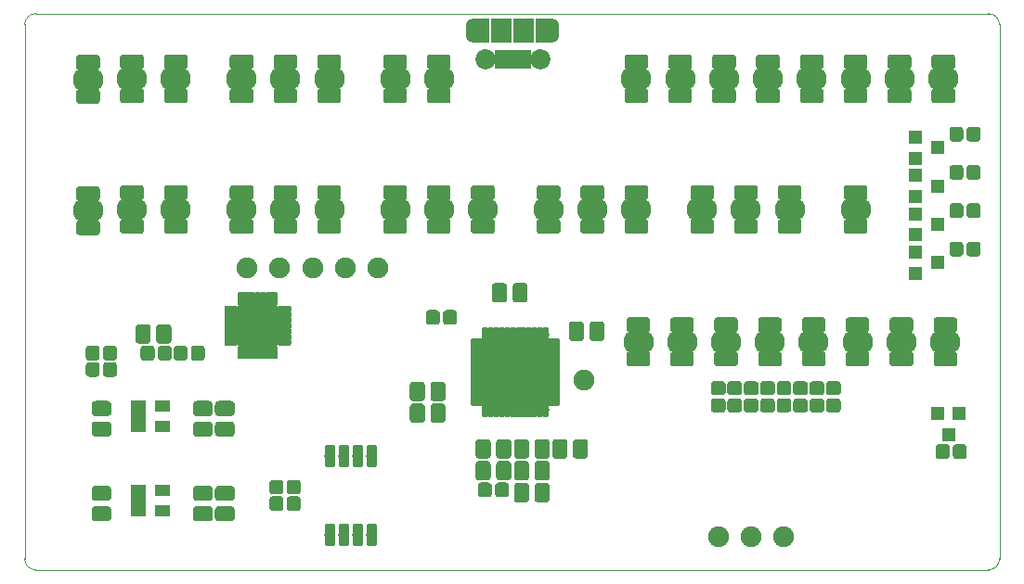
<source format=gbr>
G04 #@! TF.GenerationSoftware,KiCad,Pcbnew,5.1.4-3.fc30*
G04 #@! TF.CreationDate,2019-11-18T01:19:32-06:00*
G04 #@! TF.ProjectId,blinkencard,626c696e-6b65-46e6-9361-72642e6b6963,rev?*
G04 #@! TF.SameCoordinates,Original*
G04 #@! TF.FileFunction,Soldermask,Top*
G04 #@! TF.FilePolarity,Negative*
%FSLAX46Y46*%
G04 Gerber Fmt 4.6, Leading zero omitted, Abs format (unit mm)*
G04 Created by KiCad (PCBNEW 5.1.4-3.fc30) date 2019-11-18 01:19:32*
%MOMM*%
%LPD*%
G04 APERTURE LIST*
%ADD10C,0.050000*%
%ADD11C,0.100000*%
%ADD12C,1.350000*%
%ADD13O,2.800000X2.200000*%
%ADD14C,1.900000*%
%ADD15C,1.000000*%
%ADD16C,0.650000*%
%ADD17C,6.000000*%
%ADD18R,1.600000X2.300000*%
%ADD19O,1.600000X2.300000*%
%ADD20R,1.900000X2.300000*%
%ADD21C,1.850000*%
%ADD22R,0.800000X1.750000*%
%ADD23C,1.275000*%
%ADD24C,1.375000*%
%ADD25R,1.460000X1.050000*%
%ADD26C,3.750000*%
%ADD27R,1.200000X1.300000*%
%ADD28R,1.300000X1.200000*%
G04 APERTURE END LIST*
D10*
X1000000Y-50800000D02*
G75*
G02X0Y-49800000I0J1000000D01*
G01*
X88900000Y-49800000D02*
G75*
G02X87900000Y-50800000I-1000000J0D01*
G01*
X87900000Y0D02*
G75*
G02X88900000Y-1000000I0J-1000000D01*
G01*
X0Y-1000000D02*
G75*
G02X1000000Y0I1000000J0D01*
G01*
X0Y-1000000D02*
X0Y-49800000D01*
X1000000Y-50800000D02*
X87900000Y-50800000D01*
X88900000Y-1000000D02*
X88900000Y-49800000D01*
X1000000Y0D02*
X87900000Y0D01*
D11*
G04 #@! TO.C,D57*
G36*
X84791465Y-27746300D02*
G01*
X84817674Y-27750188D01*
X84843377Y-27756626D01*
X84868325Y-27765553D01*
X84892277Y-27776881D01*
X84915004Y-27790503D01*
X84936286Y-27806287D01*
X84955919Y-27824081D01*
X84973713Y-27843714D01*
X84989497Y-27864996D01*
X85003119Y-27887723D01*
X85014447Y-27911675D01*
X85023374Y-27936623D01*
X85029812Y-27962326D01*
X85033700Y-27988535D01*
X85035000Y-28015000D01*
X85035000Y-28825000D01*
X85033700Y-28851465D01*
X85029812Y-28877674D01*
X85023374Y-28903377D01*
X85014447Y-28928325D01*
X85003119Y-28952277D01*
X84989497Y-28975004D01*
X84973713Y-28996286D01*
X84955919Y-29015919D01*
X84936286Y-29033713D01*
X84915004Y-29049497D01*
X84892277Y-29063119D01*
X84868325Y-29074447D01*
X84843377Y-29083374D01*
X84817674Y-29089812D01*
X84791465Y-29093700D01*
X84765000Y-29095000D01*
X83155000Y-29095000D01*
X83128535Y-29093700D01*
X83102326Y-29089812D01*
X83076623Y-29083374D01*
X83051675Y-29074447D01*
X83027723Y-29063119D01*
X83004996Y-29049497D01*
X82983714Y-29033713D01*
X82964081Y-29015919D01*
X82946287Y-28996286D01*
X82930503Y-28975004D01*
X82916881Y-28952277D01*
X82905553Y-28928325D01*
X82896626Y-28903377D01*
X82890188Y-28877674D01*
X82886300Y-28851465D01*
X82885000Y-28825000D01*
X82885000Y-28015000D01*
X82886300Y-27988535D01*
X82890188Y-27962326D01*
X82896626Y-27936623D01*
X82905553Y-27911675D01*
X82916881Y-27887723D01*
X82930503Y-27864996D01*
X82946287Y-27843714D01*
X82964081Y-27824081D01*
X82983714Y-27806287D01*
X83004996Y-27790503D01*
X83027723Y-27776881D01*
X83051675Y-27765553D01*
X83076623Y-27756626D01*
X83102326Y-27750188D01*
X83128535Y-27746300D01*
X83155000Y-27745000D01*
X84765000Y-27745000D01*
X84791465Y-27746300D01*
X84791465Y-27746300D01*
G37*
D12*
X83960000Y-28420000D03*
D11*
G36*
X84791465Y-30846300D02*
G01*
X84817674Y-30850188D01*
X84843377Y-30856626D01*
X84868325Y-30865553D01*
X84892277Y-30876881D01*
X84915004Y-30890503D01*
X84936286Y-30906287D01*
X84955919Y-30924081D01*
X84973713Y-30943714D01*
X84989497Y-30964996D01*
X85003119Y-30987723D01*
X85014447Y-31011675D01*
X85023374Y-31036623D01*
X85029812Y-31062326D01*
X85033700Y-31088535D01*
X85035000Y-31115000D01*
X85035000Y-31925000D01*
X85033700Y-31951465D01*
X85029812Y-31977674D01*
X85023374Y-32003377D01*
X85014447Y-32028325D01*
X85003119Y-32052277D01*
X84989497Y-32075004D01*
X84973713Y-32096286D01*
X84955919Y-32115919D01*
X84936286Y-32133713D01*
X84915004Y-32149497D01*
X84892277Y-32163119D01*
X84868325Y-32174447D01*
X84843377Y-32183374D01*
X84817674Y-32189812D01*
X84791465Y-32193700D01*
X84765000Y-32195000D01*
X83155000Y-32195000D01*
X83128535Y-32193700D01*
X83102326Y-32189812D01*
X83076623Y-32183374D01*
X83051675Y-32174447D01*
X83027723Y-32163119D01*
X83004996Y-32149497D01*
X82983714Y-32133713D01*
X82964081Y-32115919D01*
X82946287Y-32096286D01*
X82930503Y-32075004D01*
X82916881Y-32052277D01*
X82905553Y-32028325D01*
X82896626Y-32003377D01*
X82890188Y-31977674D01*
X82886300Y-31951465D01*
X82885000Y-31925000D01*
X82885000Y-31115000D01*
X82886300Y-31088535D01*
X82890188Y-31062326D01*
X82896626Y-31036623D01*
X82905553Y-31011675D01*
X82916881Y-30987723D01*
X82930503Y-30964996D01*
X82946287Y-30943714D01*
X82964081Y-30924081D01*
X82983714Y-30906287D01*
X83004996Y-30890503D01*
X83027723Y-30876881D01*
X83051675Y-30865553D01*
X83076623Y-30856626D01*
X83102326Y-30850188D01*
X83128535Y-30846300D01*
X83155000Y-30845000D01*
X84765000Y-30845000D01*
X84791465Y-30846300D01*
X84791465Y-30846300D01*
G37*
D12*
X83960000Y-31520000D03*
D13*
X83960000Y-29970000D03*
G04 #@! TD*
D11*
G04 #@! TO.C,D56*
G36*
X80791465Y-27746300D02*
G01*
X80817674Y-27750188D01*
X80843377Y-27756626D01*
X80868325Y-27765553D01*
X80892277Y-27776881D01*
X80915004Y-27790503D01*
X80936286Y-27806287D01*
X80955919Y-27824081D01*
X80973713Y-27843714D01*
X80989497Y-27864996D01*
X81003119Y-27887723D01*
X81014447Y-27911675D01*
X81023374Y-27936623D01*
X81029812Y-27962326D01*
X81033700Y-27988535D01*
X81035000Y-28015000D01*
X81035000Y-28825000D01*
X81033700Y-28851465D01*
X81029812Y-28877674D01*
X81023374Y-28903377D01*
X81014447Y-28928325D01*
X81003119Y-28952277D01*
X80989497Y-28975004D01*
X80973713Y-28996286D01*
X80955919Y-29015919D01*
X80936286Y-29033713D01*
X80915004Y-29049497D01*
X80892277Y-29063119D01*
X80868325Y-29074447D01*
X80843377Y-29083374D01*
X80817674Y-29089812D01*
X80791465Y-29093700D01*
X80765000Y-29095000D01*
X79155000Y-29095000D01*
X79128535Y-29093700D01*
X79102326Y-29089812D01*
X79076623Y-29083374D01*
X79051675Y-29074447D01*
X79027723Y-29063119D01*
X79004996Y-29049497D01*
X78983714Y-29033713D01*
X78964081Y-29015919D01*
X78946287Y-28996286D01*
X78930503Y-28975004D01*
X78916881Y-28952277D01*
X78905553Y-28928325D01*
X78896626Y-28903377D01*
X78890188Y-28877674D01*
X78886300Y-28851465D01*
X78885000Y-28825000D01*
X78885000Y-28015000D01*
X78886300Y-27988535D01*
X78890188Y-27962326D01*
X78896626Y-27936623D01*
X78905553Y-27911675D01*
X78916881Y-27887723D01*
X78930503Y-27864996D01*
X78946287Y-27843714D01*
X78964081Y-27824081D01*
X78983714Y-27806287D01*
X79004996Y-27790503D01*
X79027723Y-27776881D01*
X79051675Y-27765553D01*
X79076623Y-27756626D01*
X79102326Y-27750188D01*
X79128535Y-27746300D01*
X79155000Y-27745000D01*
X80765000Y-27745000D01*
X80791465Y-27746300D01*
X80791465Y-27746300D01*
G37*
D12*
X79960000Y-28420000D03*
D11*
G36*
X80791465Y-30846300D02*
G01*
X80817674Y-30850188D01*
X80843377Y-30856626D01*
X80868325Y-30865553D01*
X80892277Y-30876881D01*
X80915004Y-30890503D01*
X80936286Y-30906287D01*
X80955919Y-30924081D01*
X80973713Y-30943714D01*
X80989497Y-30964996D01*
X81003119Y-30987723D01*
X81014447Y-31011675D01*
X81023374Y-31036623D01*
X81029812Y-31062326D01*
X81033700Y-31088535D01*
X81035000Y-31115000D01*
X81035000Y-31925000D01*
X81033700Y-31951465D01*
X81029812Y-31977674D01*
X81023374Y-32003377D01*
X81014447Y-32028325D01*
X81003119Y-32052277D01*
X80989497Y-32075004D01*
X80973713Y-32096286D01*
X80955919Y-32115919D01*
X80936286Y-32133713D01*
X80915004Y-32149497D01*
X80892277Y-32163119D01*
X80868325Y-32174447D01*
X80843377Y-32183374D01*
X80817674Y-32189812D01*
X80791465Y-32193700D01*
X80765000Y-32195000D01*
X79155000Y-32195000D01*
X79128535Y-32193700D01*
X79102326Y-32189812D01*
X79076623Y-32183374D01*
X79051675Y-32174447D01*
X79027723Y-32163119D01*
X79004996Y-32149497D01*
X78983714Y-32133713D01*
X78964081Y-32115919D01*
X78946287Y-32096286D01*
X78930503Y-32075004D01*
X78916881Y-32052277D01*
X78905553Y-32028325D01*
X78896626Y-32003377D01*
X78890188Y-31977674D01*
X78886300Y-31951465D01*
X78885000Y-31925000D01*
X78885000Y-31115000D01*
X78886300Y-31088535D01*
X78890188Y-31062326D01*
X78896626Y-31036623D01*
X78905553Y-31011675D01*
X78916881Y-30987723D01*
X78930503Y-30964996D01*
X78946287Y-30943714D01*
X78964081Y-30924081D01*
X78983714Y-30906287D01*
X79004996Y-30890503D01*
X79027723Y-30876881D01*
X79051675Y-30865553D01*
X79076623Y-30856626D01*
X79102326Y-30850188D01*
X79128535Y-30846300D01*
X79155000Y-30845000D01*
X80765000Y-30845000D01*
X80791465Y-30846300D01*
X80791465Y-30846300D01*
G37*
D12*
X79960000Y-31520000D03*
D13*
X79960000Y-29970000D03*
G04 #@! TD*
D11*
G04 #@! TO.C,D55*
G36*
X76791465Y-27746300D02*
G01*
X76817674Y-27750188D01*
X76843377Y-27756626D01*
X76868325Y-27765553D01*
X76892277Y-27776881D01*
X76915004Y-27790503D01*
X76936286Y-27806287D01*
X76955919Y-27824081D01*
X76973713Y-27843714D01*
X76989497Y-27864996D01*
X77003119Y-27887723D01*
X77014447Y-27911675D01*
X77023374Y-27936623D01*
X77029812Y-27962326D01*
X77033700Y-27988535D01*
X77035000Y-28015000D01*
X77035000Y-28825000D01*
X77033700Y-28851465D01*
X77029812Y-28877674D01*
X77023374Y-28903377D01*
X77014447Y-28928325D01*
X77003119Y-28952277D01*
X76989497Y-28975004D01*
X76973713Y-28996286D01*
X76955919Y-29015919D01*
X76936286Y-29033713D01*
X76915004Y-29049497D01*
X76892277Y-29063119D01*
X76868325Y-29074447D01*
X76843377Y-29083374D01*
X76817674Y-29089812D01*
X76791465Y-29093700D01*
X76765000Y-29095000D01*
X75155000Y-29095000D01*
X75128535Y-29093700D01*
X75102326Y-29089812D01*
X75076623Y-29083374D01*
X75051675Y-29074447D01*
X75027723Y-29063119D01*
X75004996Y-29049497D01*
X74983714Y-29033713D01*
X74964081Y-29015919D01*
X74946287Y-28996286D01*
X74930503Y-28975004D01*
X74916881Y-28952277D01*
X74905553Y-28928325D01*
X74896626Y-28903377D01*
X74890188Y-28877674D01*
X74886300Y-28851465D01*
X74885000Y-28825000D01*
X74885000Y-28015000D01*
X74886300Y-27988535D01*
X74890188Y-27962326D01*
X74896626Y-27936623D01*
X74905553Y-27911675D01*
X74916881Y-27887723D01*
X74930503Y-27864996D01*
X74946287Y-27843714D01*
X74964081Y-27824081D01*
X74983714Y-27806287D01*
X75004996Y-27790503D01*
X75027723Y-27776881D01*
X75051675Y-27765553D01*
X75076623Y-27756626D01*
X75102326Y-27750188D01*
X75128535Y-27746300D01*
X75155000Y-27745000D01*
X76765000Y-27745000D01*
X76791465Y-27746300D01*
X76791465Y-27746300D01*
G37*
D12*
X75960000Y-28420000D03*
D11*
G36*
X76791465Y-30846300D02*
G01*
X76817674Y-30850188D01*
X76843377Y-30856626D01*
X76868325Y-30865553D01*
X76892277Y-30876881D01*
X76915004Y-30890503D01*
X76936286Y-30906287D01*
X76955919Y-30924081D01*
X76973713Y-30943714D01*
X76989497Y-30964996D01*
X77003119Y-30987723D01*
X77014447Y-31011675D01*
X77023374Y-31036623D01*
X77029812Y-31062326D01*
X77033700Y-31088535D01*
X77035000Y-31115000D01*
X77035000Y-31925000D01*
X77033700Y-31951465D01*
X77029812Y-31977674D01*
X77023374Y-32003377D01*
X77014447Y-32028325D01*
X77003119Y-32052277D01*
X76989497Y-32075004D01*
X76973713Y-32096286D01*
X76955919Y-32115919D01*
X76936286Y-32133713D01*
X76915004Y-32149497D01*
X76892277Y-32163119D01*
X76868325Y-32174447D01*
X76843377Y-32183374D01*
X76817674Y-32189812D01*
X76791465Y-32193700D01*
X76765000Y-32195000D01*
X75155000Y-32195000D01*
X75128535Y-32193700D01*
X75102326Y-32189812D01*
X75076623Y-32183374D01*
X75051675Y-32174447D01*
X75027723Y-32163119D01*
X75004996Y-32149497D01*
X74983714Y-32133713D01*
X74964081Y-32115919D01*
X74946287Y-32096286D01*
X74930503Y-32075004D01*
X74916881Y-32052277D01*
X74905553Y-32028325D01*
X74896626Y-32003377D01*
X74890188Y-31977674D01*
X74886300Y-31951465D01*
X74885000Y-31925000D01*
X74885000Y-31115000D01*
X74886300Y-31088535D01*
X74890188Y-31062326D01*
X74896626Y-31036623D01*
X74905553Y-31011675D01*
X74916881Y-30987723D01*
X74930503Y-30964996D01*
X74946287Y-30943714D01*
X74964081Y-30924081D01*
X74983714Y-30906287D01*
X75004996Y-30890503D01*
X75027723Y-30876881D01*
X75051675Y-30865553D01*
X75076623Y-30856626D01*
X75102326Y-30850188D01*
X75128535Y-30846300D01*
X75155000Y-30845000D01*
X76765000Y-30845000D01*
X76791465Y-30846300D01*
X76791465Y-30846300D01*
G37*
D12*
X75960000Y-31520000D03*
D13*
X75960000Y-29970000D03*
G04 #@! TD*
D11*
G04 #@! TO.C,D54*
G36*
X72791465Y-27746300D02*
G01*
X72817674Y-27750188D01*
X72843377Y-27756626D01*
X72868325Y-27765553D01*
X72892277Y-27776881D01*
X72915004Y-27790503D01*
X72936286Y-27806287D01*
X72955919Y-27824081D01*
X72973713Y-27843714D01*
X72989497Y-27864996D01*
X73003119Y-27887723D01*
X73014447Y-27911675D01*
X73023374Y-27936623D01*
X73029812Y-27962326D01*
X73033700Y-27988535D01*
X73035000Y-28015000D01*
X73035000Y-28825000D01*
X73033700Y-28851465D01*
X73029812Y-28877674D01*
X73023374Y-28903377D01*
X73014447Y-28928325D01*
X73003119Y-28952277D01*
X72989497Y-28975004D01*
X72973713Y-28996286D01*
X72955919Y-29015919D01*
X72936286Y-29033713D01*
X72915004Y-29049497D01*
X72892277Y-29063119D01*
X72868325Y-29074447D01*
X72843377Y-29083374D01*
X72817674Y-29089812D01*
X72791465Y-29093700D01*
X72765000Y-29095000D01*
X71155000Y-29095000D01*
X71128535Y-29093700D01*
X71102326Y-29089812D01*
X71076623Y-29083374D01*
X71051675Y-29074447D01*
X71027723Y-29063119D01*
X71004996Y-29049497D01*
X70983714Y-29033713D01*
X70964081Y-29015919D01*
X70946287Y-28996286D01*
X70930503Y-28975004D01*
X70916881Y-28952277D01*
X70905553Y-28928325D01*
X70896626Y-28903377D01*
X70890188Y-28877674D01*
X70886300Y-28851465D01*
X70885000Y-28825000D01*
X70885000Y-28015000D01*
X70886300Y-27988535D01*
X70890188Y-27962326D01*
X70896626Y-27936623D01*
X70905553Y-27911675D01*
X70916881Y-27887723D01*
X70930503Y-27864996D01*
X70946287Y-27843714D01*
X70964081Y-27824081D01*
X70983714Y-27806287D01*
X71004996Y-27790503D01*
X71027723Y-27776881D01*
X71051675Y-27765553D01*
X71076623Y-27756626D01*
X71102326Y-27750188D01*
X71128535Y-27746300D01*
X71155000Y-27745000D01*
X72765000Y-27745000D01*
X72791465Y-27746300D01*
X72791465Y-27746300D01*
G37*
D12*
X71960000Y-28420000D03*
D11*
G36*
X72791465Y-30846300D02*
G01*
X72817674Y-30850188D01*
X72843377Y-30856626D01*
X72868325Y-30865553D01*
X72892277Y-30876881D01*
X72915004Y-30890503D01*
X72936286Y-30906287D01*
X72955919Y-30924081D01*
X72973713Y-30943714D01*
X72989497Y-30964996D01*
X73003119Y-30987723D01*
X73014447Y-31011675D01*
X73023374Y-31036623D01*
X73029812Y-31062326D01*
X73033700Y-31088535D01*
X73035000Y-31115000D01*
X73035000Y-31925000D01*
X73033700Y-31951465D01*
X73029812Y-31977674D01*
X73023374Y-32003377D01*
X73014447Y-32028325D01*
X73003119Y-32052277D01*
X72989497Y-32075004D01*
X72973713Y-32096286D01*
X72955919Y-32115919D01*
X72936286Y-32133713D01*
X72915004Y-32149497D01*
X72892277Y-32163119D01*
X72868325Y-32174447D01*
X72843377Y-32183374D01*
X72817674Y-32189812D01*
X72791465Y-32193700D01*
X72765000Y-32195000D01*
X71155000Y-32195000D01*
X71128535Y-32193700D01*
X71102326Y-32189812D01*
X71076623Y-32183374D01*
X71051675Y-32174447D01*
X71027723Y-32163119D01*
X71004996Y-32149497D01*
X70983714Y-32133713D01*
X70964081Y-32115919D01*
X70946287Y-32096286D01*
X70930503Y-32075004D01*
X70916881Y-32052277D01*
X70905553Y-32028325D01*
X70896626Y-32003377D01*
X70890188Y-31977674D01*
X70886300Y-31951465D01*
X70885000Y-31925000D01*
X70885000Y-31115000D01*
X70886300Y-31088535D01*
X70890188Y-31062326D01*
X70896626Y-31036623D01*
X70905553Y-31011675D01*
X70916881Y-30987723D01*
X70930503Y-30964996D01*
X70946287Y-30943714D01*
X70964081Y-30924081D01*
X70983714Y-30906287D01*
X71004996Y-30890503D01*
X71027723Y-30876881D01*
X71051675Y-30865553D01*
X71076623Y-30856626D01*
X71102326Y-30850188D01*
X71128535Y-30846300D01*
X71155000Y-30845000D01*
X72765000Y-30845000D01*
X72791465Y-30846300D01*
X72791465Y-30846300D01*
G37*
D12*
X71960000Y-31520000D03*
D13*
X71960000Y-29970000D03*
G04 #@! TD*
D11*
G04 #@! TO.C,D53*
G36*
X68791465Y-27746300D02*
G01*
X68817674Y-27750188D01*
X68843377Y-27756626D01*
X68868325Y-27765553D01*
X68892277Y-27776881D01*
X68915004Y-27790503D01*
X68936286Y-27806287D01*
X68955919Y-27824081D01*
X68973713Y-27843714D01*
X68989497Y-27864996D01*
X69003119Y-27887723D01*
X69014447Y-27911675D01*
X69023374Y-27936623D01*
X69029812Y-27962326D01*
X69033700Y-27988535D01*
X69035000Y-28015000D01*
X69035000Y-28825000D01*
X69033700Y-28851465D01*
X69029812Y-28877674D01*
X69023374Y-28903377D01*
X69014447Y-28928325D01*
X69003119Y-28952277D01*
X68989497Y-28975004D01*
X68973713Y-28996286D01*
X68955919Y-29015919D01*
X68936286Y-29033713D01*
X68915004Y-29049497D01*
X68892277Y-29063119D01*
X68868325Y-29074447D01*
X68843377Y-29083374D01*
X68817674Y-29089812D01*
X68791465Y-29093700D01*
X68765000Y-29095000D01*
X67155000Y-29095000D01*
X67128535Y-29093700D01*
X67102326Y-29089812D01*
X67076623Y-29083374D01*
X67051675Y-29074447D01*
X67027723Y-29063119D01*
X67004996Y-29049497D01*
X66983714Y-29033713D01*
X66964081Y-29015919D01*
X66946287Y-28996286D01*
X66930503Y-28975004D01*
X66916881Y-28952277D01*
X66905553Y-28928325D01*
X66896626Y-28903377D01*
X66890188Y-28877674D01*
X66886300Y-28851465D01*
X66885000Y-28825000D01*
X66885000Y-28015000D01*
X66886300Y-27988535D01*
X66890188Y-27962326D01*
X66896626Y-27936623D01*
X66905553Y-27911675D01*
X66916881Y-27887723D01*
X66930503Y-27864996D01*
X66946287Y-27843714D01*
X66964081Y-27824081D01*
X66983714Y-27806287D01*
X67004996Y-27790503D01*
X67027723Y-27776881D01*
X67051675Y-27765553D01*
X67076623Y-27756626D01*
X67102326Y-27750188D01*
X67128535Y-27746300D01*
X67155000Y-27745000D01*
X68765000Y-27745000D01*
X68791465Y-27746300D01*
X68791465Y-27746300D01*
G37*
D12*
X67960000Y-28420000D03*
D11*
G36*
X68791465Y-30846300D02*
G01*
X68817674Y-30850188D01*
X68843377Y-30856626D01*
X68868325Y-30865553D01*
X68892277Y-30876881D01*
X68915004Y-30890503D01*
X68936286Y-30906287D01*
X68955919Y-30924081D01*
X68973713Y-30943714D01*
X68989497Y-30964996D01*
X69003119Y-30987723D01*
X69014447Y-31011675D01*
X69023374Y-31036623D01*
X69029812Y-31062326D01*
X69033700Y-31088535D01*
X69035000Y-31115000D01*
X69035000Y-31925000D01*
X69033700Y-31951465D01*
X69029812Y-31977674D01*
X69023374Y-32003377D01*
X69014447Y-32028325D01*
X69003119Y-32052277D01*
X68989497Y-32075004D01*
X68973713Y-32096286D01*
X68955919Y-32115919D01*
X68936286Y-32133713D01*
X68915004Y-32149497D01*
X68892277Y-32163119D01*
X68868325Y-32174447D01*
X68843377Y-32183374D01*
X68817674Y-32189812D01*
X68791465Y-32193700D01*
X68765000Y-32195000D01*
X67155000Y-32195000D01*
X67128535Y-32193700D01*
X67102326Y-32189812D01*
X67076623Y-32183374D01*
X67051675Y-32174447D01*
X67027723Y-32163119D01*
X67004996Y-32149497D01*
X66983714Y-32133713D01*
X66964081Y-32115919D01*
X66946287Y-32096286D01*
X66930503Y-32075004D01*
X66916881Y-32052277D01*
X66905553Y-32028325D01*
X66896626Y-32003377D01*
X66890188Y-31977674D01*
X66886300Y-31951465D01*
X66885000Y-31925000D01*
X66885000Y-31115000D01*
X66886300Y-31088535D01*
X66890188Y-31062326D01*
X66896626Y-31036623D01*
X66905553Y-31011675D01*
X66916881Y-30987723D01*
X66930503Y-30964996D01*
X66946287Y-30943714D01*
X66964081Y-30924081D01*
X66983714Y-30906287D01*
X67004996Y-30890503D01*
X67027723Y-30876881D01*
X67051675Y-30865553D01*
X67076623Y-30856626D01*
X67102326Y-30850188D01*
X67128535Y-30846300D01*
X67155000Y-30845000D01*
X68765000Y-30845000D01*
X68791465Y-30846300D01*
X68791465Y-30846300D01*
G37*
D12*
X67960000Y-31520000D03*
D13*
X67960000Y-29970000D03*
G04 #@! TD*
D11*
G04 #@! TO.C,D52*
G36*
X64791465Y-27746300D02*
G01*
X64817674Y-27750188D01*
X64843377Y-27756626D01*
X64868325Y-27765553D01*
X64892277Y-27776881D01*
X64915004Y-27790503D01*
X64936286Y-27806287D01*
X64955919Y-27824081D01*
X64973713Y-27843714D01*
X64989497Y-27864996D01*
X65003119Y-27887723D01*
X65014447Y-27911675D01*
X65023374Y-27936623D01*
X65029812Y-27962326D01*
X65033700Y-27988535D01*
X65035000Y-28015000D01*
X65035000Y-28825000D01*
X65033700Y-28851465D01*
X65029812Y-28877674D01*
X65023374Y-28903377D01*
X65014447Y-28928325D01*
X65003119Y-28952277D01*
X64989497Y-28975004D01*
X64973713Y-28996286D01*
X64955919Y-29015919D01*
X64936286Y-29033713D01*
X64915004Y-29049497D01*
X64892277Y-29063119D01*
X64868325Y-29074447D01*
X64843377Y-29083374D01*
X64817674Y-29089812D01*
X64791465Y-29093700D01*
X64765000Y-29095000D01*
X63155000Y-29095000D01*
X63128535Y-29093700D01*
X63102326Y-29089812D01*
X63076623Y-29083374D01*
X63051675Y-29074447D01*
X63027723Y-29063119D01*
X63004996Y-29049497D01*
X62983714Y-29033713D01*
X62964081Y-29015919D01*
X62946287Y-28996286D01*
X62930503Y-28975004D01*
X62916881Y-28952277D01*
X62905553Y-28928325D01*
X62896626Y-28903377D01*
X62890188Y-28877674D01*
X62886300Y-28851465D01*
X62885000Y-28825000D01*
X62885000Y-28015000D01*
X62886300Y-27988535D01*
X62890188Y-27962326D01*
X62896626Y-27936623D01*
X62905553Y-27911675D01*
X62916881Y-27887723D01*
X62930503Y-27864996D01*
X62946287Y-27843714D01*
X62964081Y-27824081D01*
X62983714Y-27806287D01*
X63004996Y-27790503D01*
X63027723Y-27776881D01*
X63051675Y-27765553D01*
X63076623Y-27756626D01*
X63102326Y-27750188D01*
X63128535Y-27746300D01*
X63155000Y-27745000D01*
X64765000Y-27745000D01*
X64791465Y-27746300D01*
X64791465Y-27746300D01*
G37*
D12*
X63960000Y-28420000D03*
D11*
G36*
X64791465Y-30846300D02*
G01*
X64817674Y-30850188D01*
X64843377Y-30856626D01*
X64868325Y-30865553D01*
X64892277Y-30876881D01*
X64915004Y-30890503D01*
X64936286Y-30906287D01*
X64955919Y-30924081D01*
X64973713Y-30943714D01*
X64989497Y-30964996D01*
X65003119Y-30987723D01*
X65014447Y-31011675D01*
X65023374Y-31036623D01*
X65029812Y-31062326D01*
X65033700Y-31088535D01*
X65035000Y-31115000D01*
X65035000Y-31925000D01*
X65033700Y-31951465D01*
X65029812Y-31977674D01*
X65023374Y-32003377D01*
X65014447Y-32028325D01*
X65003119Y-32052277D01*
X64989497Y-32075004D01*
X64973713Y-32096286D01*
X64955919Y-32115919D01*
X64936286Y-32133713D01*
X64915004Y-32149497D01*
X64892277Y-32163119D01*
X64868325Y-32174447D01*
X64843377Y-32183374D01*
X64817674Y-32189812D01*
X64791465Y-32193700D01*
X64765000Y-32195000D01*
X63155000Y-32195000D01*
X63128535Y-32193700D01*
X63102326Y-32189812D01*
X63076623Y-32183374D01*
X63051675Y-32174447D01*
X63027723Y-32163119D01*
X63004996Y-32149497D01*
X62983714Y-32133713D01*
X62964081Y-32115919D01*
X62946287Y-32096286D01*
X62930503Y-32075004D01*
X62916881Y-32052277D01*
X62905553Y-32028325D01*
X62896626Y-32003377D01*
X62890188Y-31977674D01*
X62886300Y-31951465D01*
X62885000Y-31925000D01*
X62885000Y-31115000D01*
X62886300Y-31088535D01*
X62890188Y-31062326D01*
X62896626Y-31036623D01*
X62905553Y-31011675D01*
X62916881Y-30987723D01*
X62930503Y-30964996D01*
X62946287Y-30943714D01*
X62964081Y-30924081D01*
X62983714Y-30906287D01*
X63004996Y-30890503D01*
X63027723Y-30876881D01*
X63051675Y-30865553D01*
X63076623Y-30856626D01*
X63102326Y-30850188D01*
X63128535Y-30846300D01*
X63155000Y-30845000D01*
X64765000Y-30845000D01*
X64791465Y-30846300D01*
X64791465Y-30846300D01*
G37*
D12*
X63960000Y-31520000D03*
D13*
X63960000Y-29970000D03*
G04 #@! TD*
D11*
G04 #@! TO.C,D51*
G36*
X60791465Y-27746300D02*
G01*
X60817674Y-27750188D01*
X60843377Y-27756626D01*
X60868325Y-27765553D01*
X60892277Y-27776881D01*
X60915004Y-27790503D01*
X60936286Y-27806287D01*
X60955919Y-27824081D01*
X60973713Y-27843714D01*
X60989497Y-27864996D01*
X61003119Y-27887723D01*
X61014447Y-27911675D01*
X61023374Y-27936623D01*
X61029812Y-27962326D01*
X61033700Y-27988535D01*
X61035000Y-28015000D01*
X61035000Y-28825000D01*
X61033700Y-28851465D01*
X61029812Y-28877674D01*
X61023374Y-28903377D01*
X61014447Y-28928325D01*
X61003119Y-28952277D01*
X60989497Y-28975004D01*
X60973713Y-28996286D01*
X60955919Y-29015919D01*
X60936286Y-29033713D01*
X60915004Y-29049497D01*
X60892277Y-29063119D01*
X60868325Y-29074447D01*
X60843377Y-29083374D01*
X60817674Y-29089812D01*
X60791465Y-29093700D01*
X60765000Y-29095000D01*
X59155000Y-29095000D01*
X59128535Y-29093700D01*
X59102326Y-29089812D01*
X59076623Y-29083374D01*
X59051675Y-29074447D01*
X59027723Y-29063119D01*
X59004996Y-29049497D01*
X58983714Y-29033713D01*
X58964081Y-29015919D01*
X58946287Y-28996286D01*
X58930503Y-28975004D01*
X58916881Y-28952277D01*
X58905553Y-28928325D01*
X58896626Y-28903377D01*
X58890188Y-28877674D01*
X58886300Y-28851465D01*
X58885000Y-28825000D01*
X58885000Y-28015000D01*
X58886300Y-27988535D01*
X58890188Y-27962326D01*
X58896626Y-27936623D01*
X58905553Y-27911675D01*
X58916881Y-27887723D01*
X58930503Y-27864996D01*
X58946287Y-27843714D01*
X58964081Y-27824081D01*
X58983714Y-27806287D01*
X59004996Y-27790503D01*
X59027723Y-27776881D01*
X59051675Y-27765553D01*
X59076623Y-27756626D01*
X59102326Y-27750188D01*
X59128535Y-27746300D01*
X59155000Y-27745000D01*
X60765000Y-27745000D01*
X60791465Y-27746300D01*
X60791465Y-27746300D01*
G37*
D12*
X59960000Y-28420000D03*
D11*
G36*
X60791465Y-30846300D02*
G01*
X60817674Y-30850188D01*
X60843377Y-30856626D01*
X60868325Y-30865553D01*
X60892277Y-30876881D01*
X60915004Y-30890503D01*
X60936286Y-30906287D01*
X60955919Y-30924081D01*
X60973713Y-30943714D01*
X60989497Y-30964996D01*
X61003119Y-30987723D01*
X61014447Y-31011675D01*
X61023374Y-31036623D01*
X61029812Y-31062326D01*
X61033700Y-31088535D01*
X61035000Y-31115000D01*
X61035000Y-31925000D01*
X61033700Y-31951465D01*
X61029812Y-31977674D01*
X61023374Y-32003377D01*
X61014447Y-32028325D01*
X61003119Y-32052277D01*
X60989497Y-32075004D01*
X60973713Y-32096286D01*
X60955919Y-32115919D01*
X60936286Y-32133713D01*
X60915004Y-32149497D01*
X60892277Y-32163119D01*
X60868325Y-32174447D01*
X60843377Y-32183374D01*
X60817674Y-32189812D01*
X60791465Y-32193700D01*
X60765000Y-32195000D01*
X59155000Y-32195000D01*
X59128535Y-32193700D01*
X59102326Y-32189812D01*
X59076623Y-32183374D01*
X59051675Y-32174447D01*
X59027723Y-32163119D01*
X59004996Y-32149497D01*
X58983714Y-32133713D01*
X58964081Y-32115919D01*
X58946287Y-32096286D01*
X58930503Y-32075004D01*
X58916881Y-32052277D01*
X58905553Y-32028325D01*
X58896626Y-32003377D01*
X58890188Y-31977674D01*
X58886300Y-31951465D01*
X58885000Y-31925000D01*
X58885000Y-31115000D01*
X58886300Y-31088535D01*
X58890188Y-31062326D01*
X58896626Y-31036623D01*
X58905553Y-31011675D01*
X58916881Y-30987723D01*
X58930503Y-30964996D01*
X58946287Y-30943714D01*
X58964081Y-30924081D01*
X58983714Y-30906287D01*
X59004996Y-30890503D01*
X59027723Y-30876881D01*
X59051675Y-30865553D01*
X59076623Y-30856626D01*
X59102326Y-30850188D01*
X59128535Y-30846300D01*
X59155000Y-30845000D01*
X60765000Y-30845000D01*
X60791465Y-30846300D01*
X60791465Y-30846300D01*
G37*
D12*
X59960000Y-31520000D03*
D13*
X59960000Y-29970000D03*
G04 #@! TD*
D11*
G04 #@! TO.C,D50*
G36*
X56791465Y-27746300D02*
G01*
X56817674Y-27750188D01*
X56843377Y-27756626D01*
X56868325Y-27765553D01*
X56892277Y-27776881D01*
X56915004Y-27790503D01*
X56936286Y-27806287D01*
X56955919Y-27824081D01*
X56973713Y-27843714D01*
X56989497Y-27864996D01*
X57003119Y-27887723D01*
X57014447Y-27911675D01*
X57023374Y-27936623D01*
X57029812Y-27962326D01*
X57033700Y-27988535D01*
X57035000Y-28015000D01*
X57035000Y-28825000D01*
X57033700Y-28851465D01*
X57029812Y-28877674D01*
X57023374Y-28903377D01*
X57014447Y-28928325D01*
X57003119Y-28952277D01*
X56989497Y-28975004D01*
X56973713Y-28996286D01*
X56955919Y-29015919D01*
X56936286Y-29033713D01*
X56915004Y-29049497D01*
X56892277Y-29063119D01*
X56868325Y-29074447D01*
X56843377Y-29083374D01*
X56817674Y-29089812D01*
X56791465Y-29093700D01*
X56765000Y-29095000D01*
X55155000Y-29095000D01*
X55128535Y-29093700D01*
X55102326Y-29089812D01*
X55076623Y-29083374D01*
X55051675Y-29074447D01*
X55027723Y-29063119D01*
X55004996Y-29049497D01*
X54983714Y-29033713D01*
X54964081Y-29015919D01*
X54946287Y-28996286D01*
X54930503Y-28975004D01*
X54916881Y-28952277D01*
X54905553Y-28928325D01*
X54896626Y-28903377D01*
X54890188Y-28877674D01*
X54886300Y-28851465D01*
X54885000Y-28825000D01*
X54885000Y-28015000D01*
X54886300Y-27988535D01*
X54890188Y-27962326D01*
X54896626Y-27936623D01*
X54905553Y-27911675D01*
X54916881Y-27887723D01*
X54930503Y-27864996D01*
X54946287Y-27843714D01*
X54964081Y-27824081D01*
X54983714Y-27806287D01*
X55004996Y-27790503D01*
X55027723Y-27776881D01*
X55051675Y-27765553D01*
X55076623Y-27756626D01*
X55102326Y-27750188D01*
X55128535Y-27746300D01*
X55155000Y-27745000D01*
X56765000Y-27745000D01*
X56791465Y-27746300D01*
X56791465Y-27746300D01*
G37*
D12*
X55960000Y-28420000D03*
D11*
G36*
X56791465Y-30846300D02*
G01*
X56817674Y-30850188D01*
X56843377Y-30856626D01*
X56868325Y-30865553D01*
X56892277Y-30876881D01*
X56915004Y-30890503D01*
X56936286Y-30906287D01*
X56955919Y-30924081D01*
X56973713Y-30943714D01*
X56989497Y-30964996D01*
X57003119Y-30987723D01*
X57014447Y-31011675D01*
X57023374Y-31036623D01*
X57029812Y-31062326D01*
X57033700Y-31088535D01*
X57035000Y-31115000D01*
X57035000Y-31925000D01*
X57033700Y-31951465D01*
X57029812Y-31977674D01*
X57023374Y-32003377D01*
X57014447Y-32028325D01*
X57003119Y-32052277D01*
X56989497Y-32075004D01*
X56973713Y-32096286D01*
X56955919Y-32115919D01*
X56936286Y-32133713D01*
X56915004Y-32149497D01*
X56892277Y-32163119D01*
X56868325Y-32174447D01*
X56843377Y-32183374D01*
X56817674Y-32189812D01*
X56791465Y-32193700D01*
X56765000Y-32195000D01*
X55155000Y-32195000D01*
X55128535Y-32193700D01*
X55102326Y-32189812D01*
X55076623Y-32183374D01*
X55051675Y-32174447D01*
X55027723Y-32163119D01*
X55004996Y-32149497D01*
X54983714Y-32133713D01*
X54964081Y-32115919D01*
X54946287Y-32096286D01*
X54930503Y-32075004D01*
X54916881Y-32052277D01*
X54905553Y-32028325D01*
X54896626Y-32003377D01*
X54890188Y-31977674D01*
X54886300Y-31951465D01*
X54885000Y-31925000D01*
X54885000Y-31115000D01*
X54886300Y-31088535D01*
X54890188Y-31062326D01*
X54896626Y-31036623D01*
X54905553Y-31011675D01*
X54916881Y-30987723D01*
X54930503Y-30964996D01*
X54946287Y-30943714D01*
X54964081Y-30924081D01*
X54983714Y-30906287D01*
X55004996Y-30890503D01*
X55027723Y-30876881D01*
X55051675Y-30865553D01*
X55076623Y-30856626D01*
X55102326Y-30850188D01*
X55128535Y-30846300D01*
X55155000Y-30845000D01*
X56765000Y-30845000D01*
X56791465Y-30846300D01*
X56791465Y-30846300D01*
G37*
D12*
X55960000Y-31520000D03*
D13*
X55960000Y-29970000D03*
G04 #@! TD*
D11*
G04 #@! TO.C,D47*
G36*
X84611465Y-3726300D02*
G01*
X84637674Y-3730188D01*
X84663377Y-3736626D01*
X84688325Y-3745553D01*
X84712277Y-3756881D01*
X84735004Y-3770503D01*
X84756286Y-3786287D01*
X84775919Y-3804081D01*
X84793713Y-3823714D01*
X84809497Y-3844996D01*
X84823119Y-3867723D01*
X84834447Y-3891675D01*
X84843374Y-3916623D01*
X84849812Y-3942326D01*
X84853700Y-3968535D01*
X84855000Y-3995000D01*
X84855000Y-4805000D01*
X84853700Y-4831465D01*
X84849812Y-4857674D01*
X84843374Y-4883377D01*
X84834447Y-4908325D01*
X84823119Y-4932277D01*
X84809497Y-4955004D01*
X84793713Y-4976286D01*
X84775919Y-4995919D01*
X84756286Y-5013713D01*
X84735004Y-5029497D01*
X84712277Y-5043119D01*
X84688325Y-5054447D01*
X84663377Y-5063374D01*
X84637674Y-5069812D01*
X84611465Y-5073700D01*
X84585000Y-5075000D01*
X82975000Y-5075000D01*
X82948535Y-5073700D01*
X82922326Y-5069812D01*
X82896623Y-5063374D01*
X82871675Y-5054447D01*
X82847723Y-5043119D01*
X82824996Y-5029497D01*
X82803714Y-5013713D01*
X82784081Y-4995919D01*
X82766287Y-4976286D01*
X82750503Y-4955004D01*
X82736881Y-4932277D01*
X82725553Y-4908325D01*
X82716626Y-4883377D01*
X82710188Y-4857674D01*
X82706300Y-4831465D01*
X82705000Y-4805000D01*
X82705000Y-3995000D01*
X82706300Y-3968535D01*
X82710188Y-3942326D01*
X82716626Y-3916623D01*
X82725553Y-3891675D01*
X82736881Y-3867723D01*
X82750503Y-3844996D01*
X82766287Y-3823714D01*
X82784081Y-3804081D01*
X82803714Y-3786287D01*
X82824996Y-3770503D01*
X82847723Y-3756881D01*
X82871675Y-3745553D01*
X82896623Y-3736626D01*
X82922326Y-3730188D01*
X82948535Y-3726300D01*
X82975000Y-3725000D01*
X84585000Y-3725000D01*
X84611465Y-3726300D01*
X84611465Y-3726300D01*
G37*
D12*
X83780000Y-4400000D03*
D11*
G36*
X84611465Y-6826300D02*
G01*
X84637674Y-6830188D01*
X84663377Y-6836626D01*
X84688325Y-6845553D01*
X84712277Y-6856881D01*
X84735004Y-6870503D01*
X84756286Y-6886287D01*
X84775919Y-6904081D01*
X84793713Y-6923714D01*
X84809497Y-6944996D01*
X84823119Y-6967723D01*
X84834447Y-6991675D01*
X84843374Y-7016623D01*
X84849812Y-7042326D01*
X84853700Y-7068535D01*
X84855000Y-7095000D01*
X84855000Y-7905000D01*
X84853700Y-7931465D01*
X84849812Y-7957674D01*
X84843374Y-7983377D01*
X84834447Y-8008325D01*
X84823119Y-8032277D01*
X84809497Y-8055004D01*
X84793713Y-8076286D01*
X84775919Y-8095919D01*
X84756286Y-8113713D01*
X84735004Y-8129497D01*
X84712277Y-8143119D01*
X84688325Y-8154447D01*
X84663377Y-8163374D01*
X84637674Y-8169812D01*
X84611465Y-8173700D01*
X84585000Y-8175000D01*
X82975000Y-8175000D01*
X82948535Y-8173700D01*
X82922326Y-8169812D01*
X82896623Y-8163374D01*
X82871675Y-8154447D01*
X82847723Y-8143119D01*
X82824996Y-8129497D01*
X82803714Y-8113713D01*
X82784081Y-8095919D01*
X82766287Y-8076286D01*
X82750503Y-8055004D01*
X82736881Y-8032277D01*
X82725553Y-8008325D01*
X82716626Y-7983377D01*
X82710188Y-7957674D01*
X82706300Y-7931465D01*
X82705000Y-7905000D01*
X82705000Y-7095000D01*
X82706300Y-7068535D01*
X82710188Y-7042326D01*
X82716626Y-7016623D01*
X82725553Y-6991675D01*
X82736881Y-6967723D01*
X82750503Y-6944996D01*
X82766287Y-6923714D01*
X82784081Y-6904081D01*
X82803714Y-6886287D01*
X82824996Y-6870503D01*
X82847723Y-6856881D01*
X82871675Y-6845553D01*
X82896623Y-6836626D01*
X82922326Y-6830188D01*
X82948535Y-6826300D01*
X82975000Y-6825000D01*
X84585000Y-6825000D01*
X84611465Y-6826300D01*
X84611465Y-6826300D01*
G37*
D12*
X83780000Y-7500000D03*
D13*
X83780000Y-5950000D03*
G04 #@! TD*
D11*
G04 #@! TO.C,D46*
G36*
X80611465Y-3726300D02*
G01*
X80637674Y-3730188D01*
X80663377Y-3736626D01*
X80688325Y-3745553D01*
X80712277Y-3756881D01*
X80735004Y-3770503D01*
X80756286Y-3786287D01*
X80775919Y-3804081D01*
X80793713Y-3823714D01*
X80809497Y-3844996D01*
X80823119Y-3867723D01*
X80834447Y-3891675D01*
X80843374Y-3916623D01*
X80849812Y-3942326D01*
X80853700Y-3968535D01*
X80855000Y-3995000D01*
X80855000Y-4805000D01*
X80853700Y-4831465D01*
X80849812Y-4857674D01*
X80843374Y-4883377D01*
X80834447Y-4908325D01*
X80823119Y-4932277D01*
X80809497Y-4955004D01*
X80793713Y-4976286D01*
X80775919Y-4995919D01*
X80756286Y-5013713D01*
X80735004Y-5029497D01*
X80712277Y-5043119D01*
X80688325Y-5054447D01*
X80663377Y-5063374D01*
X80637674Y-5069812D01*
X80611465Y-5073700D01*
X80585000Y-5075000D01*
X78975000Y-5075000D01*
X78948535Y-5073700D01*
X78922326Y-5069812D01*
X78896623Y-5063374D01*
X78871675Y-5054447D01*
X78847723Y-5043119D01*
X78824996Y-5029497D01*
X78803714Y-5013713D01*
X78784081Y-4995919D01*
X78766287Y-4976286D01*
X78750503Y-4955004D01*
X78736881Y-4932277D01*
X78725553Y-4908325D01*
X78716626Y-4883377D01*
X78710188Y-4857674D01*
X78706300Y-4831465D01*
X78705000Y-4805000D01*
X78705000Y-3995000D01*
X78706300Y-3968535D01*
X78710188Y-3942326D01*
X78716626Y-3916623D01*
X78725553Y-3891675D01*
X78736881Y-3867723D01*
X78750503Y-3844996D01*
X78766287Y-3823714D01*
X78784081Y-3804081D01*
X78803714Y-3786287D01*
X78824996Y-3770503D01*
X78847723Y-3756881D01*
X78871675Y-3745553D01*
X78896623Y-3736626D01*
X78922326Y-3730188D01*
X78948535Y-3726300D01*
X78975000Y-3725000D01*
X80585000Y-3725000D01*
X80611465Y-3726300D01*
X80611465Y-3726300D01*
G37*
D12*
X79780000Y-4400000D03*
D11*
G36*
X80611465Y-6826300D02*
G01*
X80637674Y-6830188D01*
X80663377Y-6836626D01*
X80688325Y-6845553D01*
X80712277Y-6856881D01*
X80735004Y-6870503D01*
X80756286Y-6886287D01*
X80775919Y-6904081D01*
X80793713Y-6923714D01*
X80809497Y-6944996D01*
X80823119Y-6967723D01*
X80834447Y-6991675D01*
X80843374Y-7016623D01*
X80849812Y-7042326D01*
X80853700Y-7068535D01*
X80855000Y-7095000D01*
X80855000Y-7905000D01*
X80853700Y-7931465D01*
X80849812Y-7957674D01*
X80843374Y-7983377D01*
X80834447Y-8008325D01*
X80823119Y-8032277D01*
X80809497Y-8055004D01*
X80793713Y-8076286D01*
X80775919Y-8095919D01*
X80756286Y-8113713D01*
X80735004Y-8129497D01*
X80712277Y-8143119D01*
X80688325Y-8154447D01*
X80663377Y-8163374D01*
X80637674Y-8169812D01*
X80611465Y-8173700D01*
X80585000Y-8175000D01*
X78975000Y-8175000D01*
X78948535Y-8173700D01*
X78922326Y-8169812D01*
X78896623Y-8163374D01*
X78871675Y-8154447D01*
X78847723Y-8143119D01*
X78824996Y-8129497D01*
X78803714Y-8113713D01*
X78784081Y-8095919D01*
X78766287Y-8076286D01*
X78750503Y-8055004D01*
X78736881Y-8032277D01*
X78725553Y-8008325D01*
X78716626Y-7983377D01*
X78710188Y-7957674D01*
X78706300Y-7931465D01*
X78705000Y-7905000D01*
X78705000Y-7095000D01*
X78706300Y-7068535D01*
X78710188Y-7042326D01*
X78716626Y-7016623D01*
X78725553Y-6991675D01*
X78736881Y-6967723D01*
X78750503Y-6944996D01*
X78766287Y-6923714D01*
X78784081Y-6904081D01*
X78803714Y-6886287D01*
X78824996Y-6870503D01*
X78847723Y-6856881D01*
X78871675Y-6845553D01*
X78896623Y-6836626D01*
X78922326Y-6830188D01*
X78948535Y-6826300D01*
X78975000Y-6825000D01*
X80585000Y-6825000D01*
X80611465Y-6826300D01*
X80611465Y-6826300D01*
G37*
D12*
X79780000Y-7500000D03*
D13*
X79780000Y-5950000D03*
G04 #@! TD*
D11*
G04 #@! TO.C,D45*
G36*
X76611465Y-3726300D02*
G01*
X76637674Y-3730188D01*
X76663377Y-3736626D01*
X76688325Y-3745553D01*
X76712277Y-3756881D01*
X76735004Y-3770503D01*
X76756286Y-3786287D01*
X76775919Y-3804081D01*
X76793713Y-3823714D01*
X76809497Y-3844996D01*
X76823119Y-3867723D01*
X76834447Y-3891675D01*
X76843374Y-3916623D01*
X76849812Y-3942326D01*
X76853700Y-3968535D01*
X76855000Y-3995000D01*
X76855000Y-4805000D01*
X76853700Y-4831465D01*
X76849812Y-4857674D01*
X76843374Y-4883377D01*
X76834447Y-4908325D01*
X76823119Y-4932277D01*
X76809497Y-4955004D01*
X76793713Y-4976286D01*
X76775919Y-4995919D01*
X76756286Y-5013713D01*
X76735004Y-5029497D01*
X76712277Y-5043119D01*
X76688325Y-5054447D01*
X76663377Y-5063374D01*
X76637674Y-5069812D01*
X76611465Y-5073700D01*
X76585000Y-5075000D01*
X74975000Y-5075000D01*
X74948535Y-5073700D01*
X74922326Y-5069812D01*
X74896623Y-5063374D01*
X74871675Y-5054447D01*
X74847723Y-5043119D01*
X74824996Y-5029497D01*
X74803714Y-5013713D01*
X74784081Y-4995919D01*
X74766287Y-4976286D01*
X74750503Y-4955004D01*
X74736881Y-4932277D01*
X74725553Y-4908325D01*
X74716626Y-4883377D01*
X74710188Y-4857674D01*
X74706300Y-4831465D01*
X74705000Y-4805000D01*
X74705000Y-3995000D01*
X74706300Y-3968535D01*
X74710188Y-3942326D01*
X74716626Y-3916623D01*
X74725553Y-3891675D01*
X74736881Y-3867723D01*
X74750503Y-3844996D01*
X74766287Y-3823714D01*
X74784081Y-3804081D01*
X74803714Y-3786287D01*
X74824996Y-3770503D01*
X74847723Y-3756881D01*
X74871675Y-3745553D01*
X74896623Y-3736626D01*
X74922326Y-3730188D01*
X74948535Y-3726300D01*
X74975000Y-3725000D01*
X76585000Y-3725000D01*
X76611465Y-3726300D01*
X76611465Y-3726300D01*
G37*
D12*
X75780000Y-4400000D03*
D11*
G36*
X76611465Y-6826300D02*
G01*
X76637674Y-6830188D01*
X76663377Y-6836626D01*
X76688325Y-6845553D01*
X76712277Y-6856881D01*
X76735004Y-6870503D01*
X76756286Y-6886287D01*
X76775919Y-6904081D01*
X76793713Y-6923714D01*
X76809497Y-6944996D01*
X76823119Y-6967723D01*
X76834447Y-6991675D01*
X76843374Y-7016623D01*
X76849812Y-7042326D01*
X76853700Y-7068535D01*
X76855000Y-7095000D01*
X76855000Y-7905000D01*
X76853700Y-7931465D01*
X76849812Y-7957674D01*
X76843374Y-7983377D01*
X76834447Y-8008325D01*
X76823119Y-8032277D01*
X76809497Y-8055004D01*
X76793713Y-8076286D01*
X76775919Y-8095919D01*
X76756286Y-8113713D01*
X76735004Y-8129497D01*
X76712277Y-8143119D01*
X76688325Y-8154447D01*
X76663377Y-8163374D01*
X76637674Y-8169812D01*
X76611465Y-8173700D01*
X76585000Y-8175000D01*
X74975000Y-8175000D01*
X74948535Y-8173700D01*
X74922326Y-8169812D01*
X74896623Y-8163374D01*
X74871675Y-8154447D01*
X74847723Y-8143119D01*
X74824996Y-8129497D01*
X74803714Y-8113713D01*
X74784081Y-8095919D01*
X74766287Y-8076286D01*
X74750503Y-8055004D01*
X74736881Y-8032277D01*
X74725553Y-8008325D01*
X74716626Y-7983377D01*
X74710188Y-7957674D01*
X74706300Y-7931465D01*
X74705000Y-7905000D01*
X74705000Y-7095000D01*
X74706300Y-7068535D01*
X74710188Y-7042326D01*
X74716626Y-7016623D01*
X74725553Y-6991675D01*
X74736881Y-6967723D01*
X74750503Y-6944996D01*
X74766287Y-6923714D01*
X74784081Y-6904081D01*
X74803714Y-6886287D01*
X74824996Y-6870503D01*
X74847723Y-6856881D01*
X74871675Y-6845553D01*
X74896623Y-6836626D01*
X74922326Y-6830188D01*
X74948535Y-6826300D01*
X74975000Y-6825000D01*
X76585000Y-6825000D01*
X76611465Y-6826300D01*
X76611465Y-6826300D01*
G37*
D12*
X75780000Y-7500000D03*
D13*
X75780000Y-5950000D03*
G04 #@! TD*
D11*
G04 #@! TO.C,D44*
G36*
X72611465Y-3726300D02*
G01*
X72637674Y-3730188D01*
X72663377Y-3736626D01*
X72688325Y-3745553D01*
X72712277Y-3756881D01*
X72735004Y-3770503D01*
X72756286Y-3786287D01*
X72775919Y-3804081D01*
X72793713Y-3823714D01*
X72809497Y-3844996D01*
X72823119Y-3867723D01*
X72834447Y-3891675D01*
X72843374Y-3916623D01*
X72849812Y-3942326D01*
X72853700Y-3968535D01*
X72855000Y-3995000D01*
X72855000Y-4805000D01*
X72853700Y-4831465D01*
X72849812Y-4857674D01*
X72843374Y-4883377D01*
X72834447Y-4908325D01*
X72823119Y-4932277D01*
X72809497Y-4955004D01*
X72793713Y-4976286D01*
X72775919Y-4995919D01*
X72756286Y-5013713D01*
X72735004Y-5029497D01*
X72712277Y-5043119D01*
X72688325Y-5054447D01*
X72663377Y-5063374D01*
X72637674Y-5069812D01*
X72611465Y-5073700D01*
X72585000Y-5075000D01*
X70975000Y-5075000D01*
X70948535Y-5073700D01*
X70922326Y-5069812D01*
X70896623Y-5063374D01*
X70871675Y-5054447D01*
X70847723Y-5043119D01*
X70824996Y-5029497D01*
X70803714Y-5013713D01*
X70784081Y-4995919D01*
X70766287Y-4976286D01*
X70750503Y-4955004D01*
X70736881Y-4932277D01*
X70725553Y-4908325D01*
X70716626Y-4883377D01*
X70710188Y-4857674D01*
X70706300Y-4831465D01*
X70705000Y-4805000D01*
X70705000Y-3995000D01*
X70706300Y-3968535D01*
X70710188Y-3942326D01*
X70716626Y-3916623D01*
X70725553Y-3891675D01*
X70736881Y-3867723D01*
X70750503Y-3844996D01*
X70766287Y-3823714D01*
X70784081Y-3804081D01*
X70803714Y-3786287D01*
X70824996Y-3770503D01*
X70847723Y-3756881D01*
X70871675Y-3745553D01*
X70896623Y-3736626D01*
X70922326Y-3730188D01*
X70948535Y-3726300D01*
X70975000Y-3725000D01*
X72585000Y-3725000D01*
X72611465Y-3726300D01*
X72611465Y-3726300D01*
G37*
D12*
X71780000Y-4400000D03*
D11*
G36*
X72611465Y-6826300D02*
G01*
X72637674Y-6830188D01*
X72663377Y-6836626D01*
X72688325Y-6845553D01*
X72712277Y-6856881D01*
X72735004Y-6870503D01*
X72756286Y-6886287D01*
X72775919Y-6904081D01*
X72793713Y-6923714D01*
X72809497Y-6944996D01*
X72823119Y-6967723D01*
X72834447Y-6991675D01*
X72843374Y-7016623D01*
X72849812Y-7042326D01*
X72853700Y-7068535D01*
X72855000Y-7095000D01*
X72855000Y-7905000D01*
X72853700Y-7931465D01*
X72849812Y-7957674D01*
X72843374Y-7983377D01*
X72834447Y-8008325D01*
X72823119Y-8032277D01*
X72809497Y-8055004D01*
X72793713Y-8076286D01*
X72775919Y-8095919D01*
X72756286Y-8113713D01*
X72735004Y-8129497D01*
X72712277Y-8143119D01*
X72688325Y-8154447D01*
X72663377Y-8163374D01*
X72637674Y-8169812D01*
X72611465Y-8173700D01*
X72585000Y-8175000D01*
X70975000Y-8175000D01*
X70948535Y-8173700D01*
X70922326Y-8169812D01*
X70896623Y-8163374D01*
X70871675Y-8154447D01*
X70847723Y-8143119D01*
X70824996Y-8129497D01*
X70803714Y-8113713D01*
X70784081Y-8095919D01*
X70766287Y-8076286D01*
X70750503Y-8055004D01*
X70736881Y-8032277D01*
X70725553Y-8008325D01*
X70716626Y-7983377D01*
X70710188Y-7957674D01*
X70706300Y-7931465D01*
X70705000Y-7905000D01*
X70705000Y-7095000D01*
X70706300Y-7068535D01*
X70710188Y-7042326D01*
X70716626Y-7016623D01*
X70725553Y-6991675D01*
X70736881Y-6967723D01*
X70750503Y-6944996D01*
X70766287Y-6923714D01*
X70784081Y-6904081D01*
X70803714Y-6886287D01*
X70824996Y-6870503D01*
X70847723Y-6856881D01*
X70871675Y-6845553D01*
X70896623Y-6836626D01*
X70922326Y-6830188D01*
X70948535Y-6826300D01*
X70975000Y-6825000D01*
X72585000Y-6825000D01*
X72611465Y-6826300D01*
X72611465Y-6826300D01*
G37*
D12*
X71780000Y-7500000D03*
D13*
X71780000Y-5950000D03*
G04 #@! TD*
D11*
G04 #@! TO.C,D43*
G36*
X68611465Y-3726300D02*
G01*
X68637674Y-3730188D01*
X68663377Y-3736626D01*
X68688325Y-3745553D01*
X68712277Y-3756881D01*
X68735004Y-3770503D01*
X68756286Y-3786287D01*
X68775919Y-3804081D01*
X68793713Y-3823714D01*
X68809497Y-3844996D01*
X68823119Y-3867723D01*
X68834447Y-3891675D01*
X68843374Y-3916623D01*
X68849812Y-3942326D01*
X68853700Y-3968535D01*
X68855000Y-3995000D01*
X68855000Y-4805000D01*
X68853700Y-4831465D01*
X68849812Y-4857674D01*
X68843374Y-4883377D01*
X68834447Y-4908325D01*
X68823119Y-4932277D01*
X68809497Y-4955004D01*
X68793713Y-4976286D01*
X68775919Y-4995919D01*
X68756286Y-5013713D01*
X68735004Y-5029497D01*
X68712277Y-5043119D01*
X68688325Y-5054447D01*
X68663377Y-5063374D01*
X68637674Y-5069812D01*
X68611465Y-5073700D01*
X68585000Y-5075000D01*
X66975000Y-5075000D01*
X66948535Y-5073700D01*
X66922326Y-5069812D01*
X66896623Y-5063374D01*
X66871675Y-5054447D01*
X66847723Y-5043119D01*
X66824996Y-5029497D01*
X66803714Y-5013713D01*
X66784081Y-4995919D01*
X66766287Y-4976286D01*
X66750503Y-4955004D01*
X66736881Y-4932277D01*
X66725553Y-4908325D01*
X66716626Y-4883377D01*
X66710188Y-4857674D01*
X66706300Y-4831465D01*
X66705000Y-4805000D01*
X66705000Y-3995000D01*
X66706300Y-3968535D01*
X66710188Y-3942326D01*
X66716626Y-3916623D01*
X66725553Y-3891675D01*
X66736881Y-3867723D01*
X66750503Y-3844996D01*
X66766287Y-3823714D01*
X66784081Y-3804081D01*
X66803714Y-3786287D01*
X66824996Y-3770503D01*
X66847723Y-3756881D01*
X66871675Y-3745553D01*
X66896623Y-3736626D01*
X66922326Y-3730188D01*
X66948535Y-3726300D01*
X66975000Y-3725000D01*
X68585000Y-3725000D01*
X68611465Y-3726300D01*
X68611465Y-3726300D01*
G37*
D12*
X67780000Y-4400000D03*
D11*
G36*
X68611465Y-6826300D02*
G01*
X68637674Y-6830188D01*
X68663377Y-6836626D01*
X68688325Y-6845553D01*
X68712277Y-6856881D01*
X68735004Y-6870503D01*
X68756286Y-6886287D01*
X68775919Y-6904081D01*
X68793713Y-6923714D01*
X68809497Y-6944996D01*
X68823119Y-6967723D01*
X68834447Y-6991675D01*
X68843374Y-7016623D01*
X68849812Y-7042326D01*
X68853700Y-7068535D01*
X68855000Y-7095000D01*
X68855000Y-7905000D01*
X68853700Y-7931465D01*
X68849812Y-7957674D01*
X68843374Y-7983377D01*
X68834447Y-8008325D01*
X68823119Y-8032277D01*
X68809497Y-8055004D01*
X68793713Y-8076286D01*
X68775919Y-8095919D01*
X68756286Y-8113713D01*
X68735004Y-8129497D01*
X68712277Y-8143119D01*
X68688325Y-8154447D01*
X68663377Y-8163374D01*
X68637674Y-8169812D01*
X68611465Y-8173700D01*
X68585000Y-8175000D01*
X66975000Y-8175000D01*
X66948535Y-8173700D01*
X66922326Y-8169812D01*
X66896623Y-8163374D01*
X66871675Y-8154447D01*
X66847723Y-8143119D01*
X66824996Y-8129497D01*
X66803714Y-8113713D01*
X66784081Y-8095919D01*
X66766287Y-8076286D01*
X66750503Y-8055004D01*
X66736881Y-8032277D01*
X66725553Y-8008325D01*
X66716626Y-7983377D01*
X66710188Y-7957674D01*
X66706300Y-7931465D01*
X66705000Y-7905000D01*
X66705000Y-7095000D01*
X66706300Y-7068535D01*
X66710188Y-7042326D01*
X66716626Y-7016623D01*
X66725553Y-6991675D01*
X66736881Y-6967723D01*
X66750503Y-6944996D01*
X66766287Y-6923714D01*
X66784081Y-6904081D01*
X66803714Y-6886287D01*
X66824996Y-6870503D01*
X66847723Y-6856881D01*
X66871675Y-6845553D01*
X66896623Y-6836626D01*
X66922326Y-6830188D01*
X66948535Y-6826300D01*
X66975000Y-6825000D01*
X68585000Y-6825000D01*
X68611465Y-6826300D01*
X68611465Y-6826300D01*
G37*
D12*
X67780000Y-7500000D03*
D13*
X67780000Y-5950000D03*
G04 #@! TD*
D11*
G04 #@! TO.C,D42*
G36*
X64611465Y-3726300D02*
G01*
X64637674Y-3730188D01*
X64663377Y-3736626D01*
X64688325Y-3745553D01*
X64712277Y-3756881D01*
X64735004Y-3770503D01*
X64756286Y-3786287D01*
X64775919Y-3804081D01*
X64793713Y-3823714D01*
X64809497Y-3844996D01*
X64823119Y-3867723D01*
X64834447Y-3891675D01*
X64843374Y-3916623D01*
X64849812Y-3942326D01*
X64853700Y-3968535D01*
X64855000Y-3995000D01*
X64855000Y-4805000D01*
X64853700Y-4831465D01*
X64849812Y-4857674D01*
X64843374Y-4883377D01*
X64834447Y-4908325D01*
X64823119Y-4932277D01*
X64809497Y-4955004D01*
X64793713Y-4976286D01*
X64775919Y-4995919D01*
X64756286Y-5013713D01*
X64735004Y-5029497D01*
X64712277Y-5043119D01*
X64688325Y-5054447D01*
X64663377Y-5063374D01*
X64637674Y-5069812D01*
X64611465Y-5073700D01*
X64585000Y-5075000D01*
X62975000Y-5075000D01*
X62948535Y-5073700D01*
X62922326Y-5069812D01*
X62896623Y-5063374D01*
X62871675Y-5054447D01*
X62847723Y-5043119D01*
X62824996Y-5029497D01*
X62803714Y-5013713D01*
X62784081Y-4995919D01*
X62766287Y-4976286D01*
X62750503Y-4955004D01*
X62736881Y-4932277D01*
X62725553Y-4908325D01*
X62716626Y-4883377D01*
X62710188Y-4857674D01*
X62706300Y-4831465D01*
X62705000Y-4805000D01*
X62705000Y-3995000D01*
X62706300Y-3968535D01*
X62710188Y-3942326D01*
X62716626Y-3916623D01*
X62725553Y-3891675D01*
X62736881Y-3867723D01*
X62750503Y-3844996D01*
X62766287Y-3823714D01*
X62784081Y-3804081D01*
X62803714Y-3786287D01*
X62824996Y-3770503D01*
X62847723Y-3756881D01*
X62871675Y-3745553D01*
X62896623Y-3736626D01*
X62922326Y-3730188D01*
X62948535Y-3726300D01*
X62975000Y-3725000D01*
X64585000Y-3725000D01*
X64611465Y-3726300D01*
X64611465Y-3726300D01*
G37*
D12*
X63780000Y-4400000D03*
D11*
G36*
X64611465Y-6826300D02*
G01*
X64637674Y-6830188D01*
X64663377Y-6836626D01*
X64688325Y-6845553D01*
X64712277Y-6856881D01*
X64735004Y-6870503D01*
X64756286Y-6886287D01*
X64775919Y-6904081D01*
X64793713Y-6923714D01*
X64809497Y-6944996D01*
X64823119Y-6967723D01*
X64834447Y-6991675D01*
X64843374Y-7016623D01*
X64849812Y-7042326D01*
X64853700Y-7068535D01*
X64855000Y-7095000D01*
X64855000Y-7905000D01*
X64853700Y-7931465D01*
X64849812Y-7957674D01*
X64843374Y-7983377D01*
X64834447Y-8008325D01*
X64823119Y-8032277D01*
X64809497Y-8055004D01*
X64793713Y-8076286D01*
X64775919Y-8095919D01*
X64756286Y-8113713D01*
X64735004Y-8129497D01*
X64712277Y-8143119D01*
X64688325Y-8154447D01*
X64663377Y-8163374D01*
X64637674Y-8169812D01*
X64611465Y-8173700D01*
X64585000Y-8175000D01*
X62975000Y-8175000D01*
X62948535Y-8173700D01*
X62922326Y-8169812D01*
X62896623Y-8163374D01*
X62871675Y-8154447D01*
X62847723Y-8143119D01*
X62824996Y-8129497D01*
X62803714Y-8113713D01*
X62784081Y-8095919D01*
X62766287Y-8076286D01*
X62750503Y-8055004D01*
X62736881Y-8032277D01*
X62725553Y-8008325D01*
X62716626Y-7983377D01*
X62710188Y-7957674D01*
X62706300Y-7931465D01*
X62705000Y-7905000D01*
X62705000Y-7095000D01*
X62706300Y-7068535D01*
X62710188Y-7042326D01*
X62716626Y-7016623D01*
X62725553Y-6991675D01*
X62736881Y-6967723D01*
X62750503Y-6944996D01*
X62766287Y-6923714D01*
X62784081Y-6904081D01*
X62803714Y-6886287D01*
X62824996Y-6870503D01*
X62847723Y-6856881D01*
X62871675Y-6845553D01*
X62896623Y-6836626D01*
X62922326Y-6830188D01*
X62948535Y-6826300D01*
X62975000Y-6825000D01*
X64585000Y-6825000D01*
X64611465Y-6826300D01*
X64611465Y-6826300D01*
G37*
D12*
X63780000Y-7500000D03*
D13*
X63780000Y-5950000D03*
G04 #@! TD*
D11*
G04 #@! TO.C,D41*
G36*
X60611465Y-3726300D02*
G01*
X60637674Y-3730188D01*
X60663377Y-3736626D01*
X60688325Y-3745553D01*
X60712277Y-3756881D01*
X60735004Y-3770503D01*
X60756286Y-3786287D01*
X60775919Y-3804081D01*
X60793713Y-3823714D01*
X60809497Y-3844996D01*
X60823119Y-3867723D01*
X60834447Y-3891675D01*
X60843374Y-3916623D01*
X60849812Y-3942326D01*
X60853700Y-3968535D01*
X60855000Y-3995000D01*
X60855000Y-4805000D01*
X60853700Y-4831465D01*
X60849812Y-4857674D01*
X60843374Y-4883377D01*
X60834447Y-4908325D01*
X60823119Y-4932277D01*
X60809497Y-4955004D01*
X60793713Y-4976286D01*
X60775919Y-4995919D01*
X60756286Y-5013713D01*
X60735004Y-5029497D01*
X60712277Y-5043119D01*
X60688325Y-5054447D01*
X60663377Y-5063374D01*
X60637674Y-5069812D01*
X60611465Y-5073700D01*
X60585000Y-5075000D01*
X58975000Y-5075000D01*
X58948535Y-5073700D01*
X58922326Y-5069812D01*
X58896623Y-5063374D01*
X58871675Y-5054447D01*
X58847723Y-5043119D01*
X58824996Y-5029497D01*
X58803714Y-5013713D01*
X58784081Y-4995919D01*
X58766287Y-4976286D01*
X58750503Y-4955004D01*
X58736881Y-4932277D01*
X58725553Y-4908325D01*
X58716626Y-4883377D01*
X58710188Y-4857674D01*
X58706300Y-4831465D01*
X58705000Y-4805000D01*
X58705000Y-3995000D01*
X58706300Y-3968535D01*
X58710188Y-3942326D01*
X58716626Y-3916623D01*
X58725553Y-3891675D01*
X58736881Y-3867723D01*
X58750503Y-3844996D01*
X58766287Y-3823714D01*
X58784081Y-3804081D01*
X58803714Y-3786287D01*
X58824996Y-3770503D01*
X58847723Y-3756881D01*
X58871675Y-3745553D01*
X58896623Y-3736626D01*
X58922326Y-3730188D01*
X58948535Y-3726300D01*
X58975000Y-3725000D01*
X60585000Y-3725000D01*
X60611465Y-3726300D01*
X60611465Y-3726300D01*
G37*
D12*
X59780000Y-4400000D03*
D11*
G36*
X60611465Y-6826300D02*
G01*
X60637674Y-6830188D01*
X60663377Y-6836626D01*
X60688325Y-6845553D01*
X60712277Y-6856881D01*
X60735004Y-6870503D01*
X60756286Y-6886287D01*
X60775919Y-6904081D01*
X60793713Y-6923714D01*
X60809497Y-6944996D01*
X60823119Y-6967723D01*
X60834447Y-6991675D01*
X60843374Y-7016623D01*
X60849812Y-7042326D01*
X60853700Y-7068535D01*
X60855000Y-7095000D01*
X60855000Y-7905000D01*
X60853700Y-7931465D01*
X60849812Y-7957674D01*
X60843374Y-7983377D01*
X60834447Y-8008325D01*
X60823119Y-8032277D01*
X60809497Y-8055004D01*
X60793713Y-8076286D01*
X60775919Y-8095919D01*
X60756286Y-8113713D01*
X60735004Y-8129497D01*
X60712277Y-8143119D01*
X60688325Y-8154447D01*
X60663377Y-8163374D01*
X60637674Y-8169812D01*
X60611465Y-8173700D01*
X60585000Y-8175000D01*
X58975000Y-8175000D01*
X58948535Y-8173700D01*
X58922326Y-8169812D01*
X58896623Y-8163374D01*
X58871675Y-8154447D01*
X58847723Y-8143119D01*
X58824996Y-8129497D01*
X58803714Y-8113713D01*
X58784081Y-8095919D01*
X58766287Y-8076286D01*
X58750503Y-8055004D01*
X58736881Y-8032277D01*
X58725553Y-8008325D01*
X58716626Y-7983377D01*
X58710188Y-7957674D01*
X58706300Y-7931465D01*
X58705000Y-7905000D01*
X58705000Y-7095000D01*
X58706300Y-7068535D01*
X58710188Y-7042326D01*
X58716626Y-7016623D01*
X58725553Y-6991675D01*
X58736881Y-6967723D01*
X58750503Y-6944996D01*
X58766287Y-6923714D01*
X58784081Y-6904081D01*
X58803714Y-6886287D01*
X58824996Y-6870503D01*
X58847723Y-6856881D01*
X58871675Y-6845553D01*
X58896623Y-6836626D01*
X58922326Y-6830188D01*
X58948535Y-6826300D01*
X58975000Y-6825000D01*
X60585000Y-6825000D01*
X60611465Y-6826300D01*
X60611465Y-6826300D01*
G37*
D12*
X59780000Y-7500000D03*
D13*
X59780000Y-5950000D03*
G04 #@! TD*
D11*
G04 #@! TO.C,D40*
G36*
X56611465Y-3726300D02*
G01*
X56637674Y-3730188D01*
X56663377Y-3736626D01*
X56688325Y-3745553D01*
X56712277Y-3756881D01*
X56735004Y-3770503D01*
X56756286Y-3786287D01*
X56775919Y-3804081D01*
X56793713Y-3823714D01*
X56809497Y-3844996D01*
X56823119Y-3867723D01*
X56834447Y-3891675D01*
X56843374Y-3916623D01*
X56849812Y-3942326D01*
X56853700Y-3968535D01*
X56855000Y-3995000D01*
X56855000Y-4805000D01*
X56853700Y-4831465D01*
X56849812Y-4857674D01*
X56843374Y-4883377D01*
X56834447Y-4908325D01*
X56823119Y-4932277D01*
X56809497Y-4955004D01*
X56793713Y-4976286D01*
X56775919Y-4995919D01*
X56756286Y-5013713D01*
X56735004Y-5029497D01*
X56712277Y-5043119D01*
X56688325Y-5054447D01*
X56663377Y-5063374D01*
X56637674Y-5069812D01*
X56611465Y-5073700D01*
X56585000Y-5075000D01*
X54975000Y-5075000D01*
X54948535Y-5073700D01*
X54922326Y-5069812D01*
X54896623Y-5063374D01*
X54871675Y-5054447D01*
X54847723Y-5043119D01*
X54824996Y-5029497D01*
X54803714Y-5013713D01*
X54784081Y-4995919D01*
X54766287Y-4976286D01*
X54750503Y-4955004D01*
X54736881Y-4932277D01*
X54725553Y-4908325D01*
X54716626Y-4883377D01*
X54710188Y-4857674D01*
X54706300Y-4831465D01*
X54705000Y-4805000D01*
X54705000Y-3995000D01*
X54706300Y-3968535D01*
X54710188Y-3942326D01*
X54716626Y-3916623D01*
X54725553Y-3891675D01*
X54736881Y-3867723D01*
X54750503Y-3844996D01*
X54766287Y-3823714D01*
X54784081Y-3804081D01*
X54803714Y-3786287D01*
X54824996Y-3770503D01*
X54847723Y-3756881D01*
X54871675Y-3745553D01*
X54896623Y-3736626D01*
X54922326Y-3730188D01*
X54948535Y-3726300D01*
X54975000Y-3725000D01*
X56585000Y-3725000D01*
X56611465Y-3726300D01*
X56611465Y-3726300D01*
G37*
D12*
X55780000Y-4400000D03*
D11*
G36*
X56611465Y-6826300D02*
G01*
X56637674Y-6830188D01*
X56663377Y-6836626D01*
X56688325Y-6845553D01*
X56712277Y-6856881D01*
X56735004Y-6870503D01*
X56756286Y-6886287D01*
X56775919Y-6904081D01*
X56793713Y-6923714D01*
X56809497Y-6944996D01*
X56823119Y-6967723D01*
X56834447Y-6991675D01*
X56843374Y-7016623D01*
X56849812Y-7042326D01*
X56853700Y-7068535D01*
X56855000Y-7095000D01*
X56855000Y-7905000D01*
X56853700Y-7931465D01*
X56849812Y-7957674D01*
X56843374Y-7983377D01*
X56834447Y-8008325D01*
X56823119Y-8032277D01*
X56809497Y-8055004D01*
X56793713Y-8076286D01*
X56775919Y-8095919D01*
X56756286Y-8113713D01*
X56735004Y-8129497D01*
X56712277Y-8143119D01*
X56688325Y-8154447D01*
X56663377Y-8163374D01*
X56637674Y-8169812D01*
X56611465Y-8173700D01*
X56585000Y-8175000D01*
X54975000Y-8175000D01*
X54948535Y-8173700D01*
X54922326Y-8169812D01*
X54896623Y-8163374D01*
X54871675Y-8154447D01*
X54847723Y-8143119D01*
X54824996Y-8129497D01*
X54803714Y-8113713D01*
X54784081Y-8095919D01*
X54766287Y-8076286D01*
X54750503Y-8055004D01*
X54736881Y-8032277D01*
X54725553Y-8008325D01*
X54716626Y-7983377D01*
X54710188Y-7957674D01*
X54706300Y-7931465D01*
X54705000Y-7905000D01*
X54705000Y-7095000D01*
X54706300Y-7068535D01*
X54710188Y-7042326D01*
X54716626Y-7016623D01*
X54725553Y-6991675D01*
X54736881Y-6967723D01*
X54750503Y-6944996D01*
X54766287Y-6923714D01*
X54784081Y-6904081D01*
X54803714Y-6886287D01*
X54824996Y-6870503D01*
X54847723Y-6856881D01*
X54871675Y-6845553D01*
X54896623Y-6836626D01*
X54922326Y-6830188D01*
X54948535Y-6826300D01*
X54975000Y-6825000D01*
X56585000Y-6825000D01*
X56611465Y-6826300D01*
X56611465Y-6826300D01*
G37*
D12*
X55780000Y-7500000D03*
D13*
X55780000Y-5950000D03*
G04 #@! TD*
D11*
G04 #@! TO.C,D37*
G36*
X38611465Y-3726300D02*
G01*
X38637674Y-3730188D01*
X38663377Y-3736626D01*
X38688325Y-3745553D01*
X38712277Y-3756881D01*
X38735004Y-3770503D01*
X38756286Y-3786287D01*
X38775919Y-3804081D01*
X38793713Y-3823714D01*
X38809497Y-3844996D01*
X38823119Y-3867723D01*
X38834447Y-3891675D01*
X38843374Y-3916623D01*
X38849812Y-3942326D01*
X38853700Y-3968535D01*
X38855000Y-3995000D01*
X38855000Y-4805000D01*
X38853700Y-4831465D01*
X38849812Y-4857674D01*
X38843374Y-4883377D01*
X38834447Y-4908325D01*
X38823119Y-4932277D01*
X38809497Y-4955004D01*
X38793713Y-4976286D01*
X38775919Y-4995919D01*
X38756286Y-5013713D01*
X38735004Y-5029497D01*
X38712277Y-5043119D01*
X38688325Y-5054447D01*
X38663377Y-5063374D01*
X38637674Y-5069812D01*
X38611465Y-5073700D01*
X38585000Y-5075000D01*
X36975000Y-5075000D01*
X36948535Y-5073700D01*
X36922326Y-5069812D01*
X36896623Y-5063374D01*
X36871675Y-5054447D01*
X36847723Y-5043119D01*
X36824996Y-5029497D01*
X36803714Y-5013713D01*
X36784081Y-4995919D01*
X36766287Y-4976286D01*
X36750503Y-4955004D01*
X36736881Y-4932277D01*
X36725553Y-4908325D01*
X36716626Y-4883377D01*
X36710188Y-4857674D01*
X36706300Y-4831465D01*
X36705000Y-4805000D01*
X36705000Y-3995000D01*
X36706300Y-3968535D01*
X36710188Y-3942326D01*
X36716626Y-3916623D01*
X36725553Y-3891675D01*
X36736881Y-3867723D01*
X36750503Y-3844996D01*
X36766287Y-3823714D01*
X36784081Y-3804081D01*
X36803714Y-3786287D01*
X36824996Y-3770503D01*
X36847723Y-3756881D01*
X36871675Y-3745553D01*
X36896623Y-3736626D01*
X36922326Y-3730188D01*
X36948535Y-3726300D01*
X36975000Y-3725000D01*
X38585000Y-3725000D01*
X38611465Y-3726300D01*
X38611465Y-3726300D01*
G37*
D12*
X37780000Y-4400000D03*
D11*
G36*
X38611465Y-6826300D02*
G01*
X38637674Y-6830188D01*
X38663377Y-6836626D01*
X38688325Y-6845553D01*
X38712277Y-6856881D01*
X38735004Y-6870503D01*
X38756286Y-6886287D01*
X38775919Y-6904081D01*
X38793713Y-6923714D01*
X38809497Y-6944996D01*
X38823119Y-6967723D01*
X38834447Y-6991675D01*
X38843374Y-7016623D01*
X38849812Y-7042326D01*
X38853700Y-7068535D01*
X38855000Y-7095000D01*
X38855000Y-7905000D01*
X38853700Y-7931465D01*
X38849812Y-7957674D01*
X38843374Y-7983377D01*
X38834447Y-8008325D01*
X38823119Y-8032277D01*
X38809497Y-8055004D01*
X38793713Y-8076286D01*
X38775919Y-8095919D01*
X38756286Y-8113713D01*
X38735004Y-8129497D01*
X38712277Y-8143119D01*
X38688325Y-8154447D01*
X38663377Y-8163374D01*
X38637674Y-8169812D01*
X38611465Y-8173700D01*
X38585000Y-8175000D01*
X36975000Y-8175000D01*
X36948535Y-8173700D01*
X36922326Y-8169812D01*
X36896623Y-8163374D01*
X36871675Y-8154447D01*
X36847723Y-8143119D01*
X36824996Y-8129497D01*
X36803714Y-8113713D01*
X36784081Y-8095919D01*
X36766287Y-8076286D01*
X36750503Y-8055004D01*
X36736881Y-8032277D01*
X36725553Y-8008325D01*
X36716626Y-7983377D01*
X36710188Y-7957674D01*
X36706300Y-7931465D01*
X36705000Y-7905000D01*
X36705000Y-7095000D01*
X36706300Y-7068535D01*
X36710188Y-7042326D01*
X36716626Y-7016623D01*
X36725553Y-6991675D01*
X36736881Y-6967723D01*
X36750503Y-6944996D01*
X36766287Y-6923714D01*
X36784081Y-6904081D01*
X36803714Y-6886287D01*
X36824996Y-6870503D01*
X36847723Y-6856881D01*
X36871675Y-6845553D01*
X36896623Y-6836626D01*
X36922326Y-6830188D01*
X36948535Y-6826300D01*
X36975000Y-6825000D01*
X38585000Y-6825000D01*
X38611465Y-6826300D01*
X38611465Y-6826300D01*
G37*
D12*
X37780000Y-7500000D03*
D13*
X37780000Y-5950000D03*
G04 #@! TD*
D11*
G04 #@! TO.C,D36*
G36*
X34611465Y-3726300D02*
G01*
X34637674Y-3730188D01*
X34663377Y-3736626D01*
X34688325Y-3745553D01*
X34712277Y-3756881D01*
X34735004Y-3770503D01*
X34756286Y-3786287D01*
X34775919Y-3804081D01*
X34793713Y-3823714D01*
X34809497Y-3844996D01*
X34823119Y-3867723D01*
X34834447Y-3891675D01*
X34843374Y-3916623D01*
X34849812Y-3942326D01*
X34853700Y-3968535D01*
X34855000Y-3995000D01*
X34855000Y-4805000D01*
X34853700Y-4831465D01*
X34849812Y-4857674D01*
X34843374Y-4883377D01*
X34834447Y-4908325D01*
X34823119Y-4932277D01*
X34809497Y-4955004D01*
X34793713Y-4976286D01*
X34775919Y-4995919D01*
X34756286Y-5013713D01*
X34735004Y-5029497D01*
X34712277Y-5043119D01*
X34688325Y-5054447D01*
X34663377Y-5063374D01*
X34637674Y-5069812D01*
X34611465Y-5073700D01*
X34585000Y-5075000D01*
X32975000Y-5075000D01*
X32948535Y-5073700D01*
X32922326Y-5069812D01*
X32896623Y-5063374D01*
X32871675Y-5054447D01*
X32847723Y-5043119D01*
X32824996Y-5029497D01*
X32803714Y-5013713D01*
X32784081Y-4995919D01*
X32766287Y-4976286D01*
X32750503Y-4955004D01*
X32736881Y-4932277D01*
X32725553Y-4908325D01*
X32716626Y-4883377D01*
X32710188Y-4857674D01*
X32706300Y-4831465D01*
X32705000Y-4805000D01*
X32705000Y-3995000D01*
X32706300Y-3968535D01*
X32710188Y-3942326D01*
X32716626Y-3916623D01*
X32725553Y-3891675D01*
X32736881Y-3867723D01*
X32750503Y-3844996D01*
X32766287Y-3823714D01*
X32784081Y-3804081D01*
X32803714Y-3786287D01*
X32824996Y-3770503D01*
X32847723Y-3756881D01*
X32871675Y-3745553D01*
X32896623Y-3736626D01*
X32922326Y-3730188D01*
X32948535Y-3726300D01*
X32975000Y-3725000D01*
X34585000Y-3725000D01*
X34611465Y-3726300D01*
X34611465Y-3726300D01*
G37*
D12*
X33780000Y-4400000D03*
D11*
G36*
X34611465Y-6826300D02*
G01*
X34637674Y-6830188D01*
X34663377Y-6836626D01*
X34688325Y-6845553D01*
X34712277Y-6856881D01*
X34735004Y-6870503D01*
X34756286Y-6886287D01*
X34775919Y-6904081D01*
X34793713Y-6923714D01*
X34809497Y-6944996D01*
X34823119Y-6967723D01*
X34834447Y-6991675D01*
X34843374Y-7016623D01*
X34849812Y-7042326D01*
X34853700Y-7068535D01*
X34855000Y-7095000D01*
X34855000Y-7905000D01*
X34853700Y-7931465D01*
X34849812Y-7957674D01*
X34843374Y-7983377D01*
X34834447Y-8008325D01*
X34823119Y-8032277D01*
X34809497Y-8055004D01*
X34793713Y-8076286D01*
X34775919Y-8095919D01*
X34756286Y-8113713D01*
X34735004Y-8129497D01*
X34712277Y-8143119D01*
X34688325Y-8154447D01*
X34663377Y-8163374D01*
X34637674Y-8169812D01*
X34611465Y-8173700D01*
X34585000Y-8175000D01*
X32975000Y-8175000D01*
X32948535Y-8173700D01*
X32922326Y-8169812D01*
X32896623Y-8163374D01*
X32871675Y-8154447D01*
X32847723Y-8143119D01*
X32824996Y-8129497D01*
X32803714Y-8113713D01*
X32784081Y-8095919D01*
X32766287Y-8076286D01*
X32750503Y-8055004D01*
X32736881Y-8032277D01*
X32725553Y-8008325D01*
X32716626Y-7983377D01*
X32710188Y-7957674D01*
X32706300Y-7931465D01*
X32705000Y-7905000D01*
X32705000Y-7095000D01*
X32706300Y-7068535D01*
X32710188Y-7042326D01*
X32716626Y-7016623D01*
X32725553Y-6991675D01*
X32736881Y-6967723D01*
X32750503Y-6944996D01*
X32766287Y-6923714D01*
X32784081Y-6904081D01*
X32803714Y-6886287D01*
X32824996Y-6870503D01*
X32847723Y-6856881D01*
X32871675Y-6845553D01*
X32896623Y-6836626D01*
X32922326Y-6830188D01*
X32948535Y-6826300D01*
X32975000Y-6825000D01*
X34585000Y-6825000D01*
X34611465Y-6826300D01*
X34611465Y-6826300D01*
G37*
D12*
X33780000Y-7500000D03*
D13*
X33780000Y-5950000D03*
G04 #@! TD*
D11*
G04 #@! TO.C,D35*
G36*
X28611465Y-3726300D02*
G01*
X28637674Y-3730188D01*
X28663377Y-3736626D01*
X28688325Y-3745553D01*
X28712277Y-3756881D01*
X28735004Y-3770503D01*
X28756286Y-3786287D01*
X28775919Y-3804081D01*
X28793713Y-3823714D01*
X28809497Y-3844996D01*
X28823119Y-3867723D01*
X28834447Y-3891675D01*
X28843374Y-3916623D01*
X28849812Y-3942326D01*
X28853700Y-3968535D01*
X28855000Y-3995000D01*
X28855000Y-4805000D01*
X28853700Y-4831465D01*
X28849812Y-4857674D01*
X28843374Y-4883377D01*
X28834447Y-4908325D01*
X28823119Y-4932277D01*
X28809497Y-4955004D01*
X28793713Y-4976286D01*
X28775919Y-4995919D01*
X28756286Y-5013713D01*
X28735004Y-5029497D01*
X28712277Y-5043119D01*
X28688325Y-5054447D01*
X28663377Y-5063374D01*
X28637674Y-5069812D01*
X28611465Y-5073700D01*
X28585000Y-5075000D01*
X26975000Y-5075000D01*
X26948535Y-5073700D01*
X26922326Y-5069812D01*
X26896623Y-5063374D01*
X26871675Y-5054447D01*
X26847723Y-5043119D01*
X26824996Y-5029497D01*
X26803714Y-5013713D01*
X26784081Y-4995919D01*
X26766287Y-4976286D01*
X26750503Y-4955004D01*
X26736881Y-4932277D01*
X26725553Y-4908325D01*
X26716626Y-4883377D01*
X26710188Y-4857674D01*
X26706300Y-4831465D01*
X26705000Y-4805000D01*
X26705000Y-3995000D01*
X26706300Y-3968535D01*
X26710188Y-3942326D01*
X26716626Y-3916623D01*
X26725553Y-3891675D01*
X26736881Y-3867723D01*
X26750503Y-3844996D01*
X26766287Y-3823714D01*
X26784081Y-3804081D01*
X26803714Y-3786287D01*
X26824996Y-3770503D01*
X26847723Y-3756881D01*
X26871675Y-3745553D01*
X26896623Y-3736626D01*
X26922326Y-3730188D01*
X26948535Y-3726300D01*
X26975000Y-3725000D01*
X28585000Y-3725000D01*
X28611465Y-3726300D01*
X28611465Y-3726300D01*
G37*
D12*
X27780000Y-4400000D03*
D11*
G36*
X28611465Y-6826300D02*
G01*
X28637674Y-6830188D01*
X28663377Y-6836626D01*
X28688325Y-6845553D01*
X28712277Y-6856881D01*
X28735004Y-6870503D01*
X28756286Y-6886287D01*
X28775919Y-6904081D01*
X28793713Y-6923714D01*
X28809497Y-6944996D01*
X28823119Y-6967723D01*
X28834447Y-6991675D01*
X28843374Y-7016623D01*
X28849812Y-7042326D01*
X28853700Y-7068535D01*
X28855000Y-7095000D01*
X28855000Y-7905000D01*
X28853700Y-7931465D01*
X28849812Y-7957674D01*
X28843374Y-7983377D01*
X28834447Y-8008325D01*
X28823119Y-8032277D01*
X28809497Y-8055004D01*
X28793713Y-8076286D01*
X28775919Y-8095919D01*
X28756286Y-8113713D01*
X28735004Y-8129497D01*
X28712277Y-8143119D01*
X28688325Y-8154447D01*
X28663377Y-8163374D01*
X28637674Y-8169812D01*
X28611465Y-8173700D01*
X28585000Y-8175000D01*
X26975000Y-8175000D01*
X26948535Y-8173700D01*
X26922326Y-8169812D01*
X26896623Y-8163374D01*
X26871675Y-8154447D01*
X26847723Y-8143119D01*
X26824996Y-8129497D01*
X26803714Y-8113713D01*
X26784081Y-8095919D01*
X26766287Y-8076286D01*
X26750503Y-8055004D01*
X26736881Y-8032277D01*
X26725553Y-8008325D01*
X26716626Y-7983377D01*
X26710188Y-7957674D01*
X26706300Y-7931465D01*
X26705000Y-7905000D01*
X26705000Y-7095000D01*
X26706300Y-7068535D01*
X26710188Y-7042326D01*
X26716626Y-7016623D01*
X26725553Y-6991675D01*
X26736881Y-6967723D01*
X26750503Y-6944996D01*
X26766287Y-6923714D01*
X26784081Y-6904081D01*
X26803714Y-6886287D01*
X26824996Y-6870503D01*
X26847723Y-6856881D01*
X26871675Y-6845553D01*
X26896623Y-6836626D01*
X26922326Y-6830188D01*
X26948535Y-6826300D01*
X26975000Y-6825000D01*
X28585000Y-6825000D01*
X28611465Y-6826300D01*
X28611465Y-6826300D01*
G37*
D12*
X27780000Y-7500000D03*
D13*
X27780000Y-5950000D03*
G04 #@! TD*
D11*
G04 #@! TO.C,D34*
G36*
X24611465Y-3726300D02*
G01*
X24637674Y-3730188D01*
X24663377Y-3736626D01*
X24688325Y-3745553D01*
X24712277Y-3756881D01*
X24735004Y-3770503D01*
X24756286Y-3786287D01*
X24775919Y-3804081D01*
X24793713Y-3823714D01*
X24809497Y-3844996D01*
X24823119Y-3867723D01*
X24834447Y-3891675D01*
X24843374Y-3916623D01*
X24849812Y-3942326D01*
X24853700Y-3968535D01*
X24855000Y-3995000D01*
X24855000Y-4805000D01*
X24853700Y-4831465D01*
X24849812Y-4857674D01*
X24843374Y-4883377D01*
X24834447Y-4908325D01*
X24823119Y-4932277D01*
X24809497Y-4955004D01*
X24793713Y-4976286D01*
X24775919Y-4995919D01*
X24756286Y-5013713D01*
X24735004Y-5029497D01*
X24712277Y-5043119D01*
X24688325Y-5054447D01*
X24663377Y-5063374D01*
X24637674Y-5069812D01*
X24611465Y-5073700D01*
X24585000Y-5075000D01*
X22975000Y-5075000D01*
X22948535Y-5073700D01*
X22922326Y-5069812D01*
X22896623Y-5063374D01*
X22871675Y-5054447D01*
X22847723Y-5043119D01*
X22824996Y-5029497D01*
X22803714Y-5013713D01*
X22784081Y-4995919D01*
X22766287Y-4976286D01*
X22750503Y-4955004D01*
X22736881Y-4932277D01*
X22725553Y-4908325D01*
X22716626Y-4883377D01*
X22710188Y-4857674D01*
X22706300Y-4831465D01*
X22705000Y-4805000D01*
X22705000Y-3995000D01*
X22706300Y-3968535D01*
X22710188Y-3942326D01*
X22716626Y-3916623D01*
X22725553Y-3891675D01*
X22736881Y-3867723D01*
X22750503Y-3844996D01*
X22766287Y-3823714D01*
X22784081Y-3804081D01*
X22803714Y-3786287D01*
X22824996Y-3770503D01*
X22847723Y-3756881D01*
X22871675Y-3745553D01*
X22896623Y-3736626D01*
X22922326Y-3730188D01*
X22948535Y-3726300D01*
X22975000Y-3725000D01*
X24585000Y-3725000D01*
X24611465Y-3726300D01*
X24611465Y-3726300D01*
G37*
D12*
X23780000Y-4400000D03*
D11*
G36*
X24611465Y-6826300D02*
G01*
X24637674Y-6830188D01*
X24663377Y-6836626D01*
X24688325Y-6845553D01*
X24712277Y-6856881D01*
X24735004Y-6870503D01*
X24756286Y-6886287D01*
X24775919Y-6904081D01*
X24793713Y-6923714D01*
X24809497Y-6944996D01*
X24823119Y-6967723D01*
X24834447Y-6991675D01*
X24843374Y-7016623D01*
X24849812Y-7042326D01*
X24853700Y-7068535D01*
X24855000Y-7095000D01*
X24855000Y-7905000D01*
X24853700Y-7931465D01*
X24849812Y-7957674D01*
X24843374Y-7983377D01*
X24834447Y-8008325D01*
X24823119Y-8032277D01*
X24809497Y-8055004D01*
X24793713Y-8076286D01*
X24775919Y-8095919D01*
X24756286Y-8113713D01*
X24735004Y-8129497D01*
X24712277Y-8143119D01*
X24688325Y-8154447D01*
X24663377Y-8163374D01*
X24637674Y-8169812D01*
X24611465Y-8173700D01*
X24585000Y-8175000D01*
X22975000Y-8175000D01*
X22948535Y-8173700D01*
X22922326Y-8169812D01*
X22896623Y-8163374D01*
X22871675Y-8154447D01*
X22847723Y-8143119D01*
X22824996Y-8129497D01*
X22803714Y-8113713D01*
X22784081Y-8095919D01*
X22766287Y-8076286D01*
X22750503Y-8055004D01*
X22736881Y-8032277D01*
X22725553Y-8008325D01*
X22716626Y-7983377D01*
X22710188Y-7957674D01*
X22706300Y-7931465D01*
X22705000Y-7905000D01*
X22705000Y-7095000D01*
X22706300Y-7068535D01*
X22710188Y-7042326D01*
X22716626Y-7016623D01*
X22725553Y-6991675D01*
X22736881Y-6967723D01*
X22750503Y-6944996D01*
X22766287Y-6923714D01*
X22784081Y-6904081D01*
X22803714Y-6886287D01*
X22824996Y-6870503D01*
X22847723Y-6856881D01*
X22871675Y-6845553D01*
X22896623Y-6836626D01*
X22922326Y-6830188D01*
X22948535Y-6826300D01*
X22975000Y-6825000D01*
X24585000Y-6825000D01*
X24611465Y-6826300D01*
X24611465Y-6826300D01*
G37*
D12*
X23780000Y-7500000D03*
D13*
X23780000Y-5950000D03*
G04 #@! TD*
D11*
G04 #@! TO.C,D33*
G36*
X20611465Y-3726300D02*
G01*
X20637674Y-3730188D01*
X20663377Y-3736626D01*
X20688325Y-3745553D01*
X20712277Y-3756881D01*
X20735004Y-3770503D01*
X20756286Y-3786287D01*
X20775919Y-3804081D01*
X20793713Y-3823714D01*
X20809497Y-3844996D01*
X20823119Y-3867723D01*
X20834447Y-3891675D01*
X20843374Y-3916623D01*
X20849812Y-3942326D01*
X20853700Y-3968535D01*
X20855000Y-3995000D01*
X20855000Y-4805000D01*
X20853700Y-4831465D01*
X20849812Y-4857674D01*
X20843374Y-4883377D01*
X20834447Y-4908325D01*
X20823119Y-4932277D01*
X20809497Y-4955004D01*
X20793713Y-4976286D01*
X20775919Y-4995919D01*
X20756286Y-5013713D01*
X20735004Y-5029497D01*
X20712277Y-5043119D01*
X20688325Y-5054447D01*
X20663377Y-5063374D01*
X20637674Y-5069812D01*
X20611465Y-5073700D01*
X20585000Y-5075000D01*
X18975000Y-5075000D01*
X18948535Y-5073700D01*
X18922326Y-5069812D01*
X18896623Y-5063374D01*
X18871675Y-5054447D01*
X18847723Y-5043119D01*
X18824996Y-5029497D01*
X18803714Y-5013713D01*
X18784081Y-4995919D01*
X18766287Y-4976286D01*
X18750503Y-4955004D01*
X18736881Y-4932277D01*
X18725553Y-4908325D01*
X18716626Y-4883377D01*
X18710188Y-4857674D01*
X18706300Y-4831465D01*
X18705000Y-4805000D01*
X18705000Y-3995000D01*
X18706300Y-3968535D01*
X18710188Y-3942326D01*
X18716626Y-3916623D01*
X18725553Y-3891675D01*
X18736881Y-3867723D01*
X18750503Y-3844996D01*
X18766287Y-3823714D01*
X18784081Y-3804081D01*
X18803714Y-3786287D01*
X18824996Y-3770503D01*
X18847723Y-3756881D01*
X18871675Y-3745553D01*
X18896623Y-3736626D01*
X18922326Y-3730188D01*
X18948535Y-3726300D01*
X18975000Y-3725000D01*
X20585000Y-3725000D01*
X20611465Y-3726300D01*
X20611465Y-3726300D01*
G37*
D12*
X19780000Y-4400000D03*
D11*
G36*
X20611465Y-6826300D02*
G01*
X20637674Y-6830188D01*
X20663377Y-6836626D01*
X20688325Y-6845553D01*
X20712277Y-6856881D01*
X20735004Y-6870503D01*
X20756286Y-6886287D01*
X20775919Y-6904081D01*
X20793713Y-6923714D01*
X20809497Y-6944996D01*
X20823119Y-6967723D01*
X20834447Y-6991675D01*
X20843374Y-7016623D01*
X20849812Y-7042326D01*
X20853700Y-7068535D01*
X20855000Y-7095000D01*
X20855000Y-7905000D01*
X20853700Y-7931465D01*
X20849812Y-7957674D01*
X20843374Y-7983377D01*
X20834447Y-8008325D01*
X20823119Y-8032277D01*
X20809497Y-8055004D01*
X20793713Y-8076286D01*
X20775919Y-8095919D01*
X20756286Y-8113713D01*
X20735004Y-8129497D01*
X20712277Y-8143119D01*
X20688325Y-8154447D01*
X20663377Y-8163374D01*
X20637674Y-8169812D01*
X20611465Y-8173700D01*
X20585000Y-8175000D01*
X18975000Y-8175000D01*
X18948535Y-8173700D01*
X18922326Y-8169812D01*
X18896623Y-8163374D01*
X18871675Y-8154447D01*
X18847723Y-8143119D01*
X18824996Y-8129497D01*
X18803714Y-8113713D01*
X18784081Y-8095919D01*
X18766287Y-8076286D01*
X18750503Y-8055004D01*
X18736881Y-8032277D01*
X18725553Y-8008325D01*
X18716626Y-7983377D01*
X18710188Y-7957674D01*
X18706300Y-7931465D01*
X18705000Y-7905000D01*
X18705000Y-7095000D01*
X18706300Y-7068535D01*
X18710188Y-7042326D01*
X18716626Y-7016623D01*
X18725553Y-6991675D01*
X18736881Y-6967723D01*
X18750503Y-6944996D01*
X18766287Y-6923714D01*
X18784081Y-6904081D01*
X18803714Y-6886287D01*
X18824996Y-6870503D01*
X18847723Y-6856881D01*
X18871675Y-6845553D01*
X18896623Y-6836626D01*
X18922326Y-6830188D01*
X18948535Y-6826300D01*
X18975000Y-6825000D01*
X20585000Y-6825000D01*
X20611465Y-6826300D01*
X20611465Y-6826300D01*
G37*
D12*
X19780000Y-7500000D03*
D13*
X19780000Y-5950000D03*
G04 #@! TD*
D11*
G04 #@! TO.C,D32*
G36*
X14611465Y-3726300D02*
G01*
X14637674Y-3730188D01*
X14663377Y-3736626D01*
X14688325Y-3745553D01*
X14712277Y-3756881D01*
X14735004Y-3770503D01*
X14756286Y-3786287D01*
X14775919Y-3804081D01*
X14793713Y-3823714D01*
X14809497Y-3844996D01*
X14823119Y-3867723D01*
X14834447Y-3891675D01*
X14843374Y-3916623D01*
X14849812Y-3942326D01*
X14853700Y-3968535D01*
X14855000Y-3995000D01*
X14855000Y-4805000D01*
X14853700Y-4831465D01*
X14849812Y-4857674D01*
X14843374Y-4883377D01*
X14834447Y-4908325D01*
X14823119Y-4932277D01*
X14809497Y-4955004D01*
X14793713Y-4976286D01*
X14775919Y-4995919D01*
X14756286Y-5013713D01*
X14735004Y-5029497D01*
X14712277Y-5043119D01*
X14688325Y-5054447D01*
X14663377Y-5063374D01*
X14637674Y-5069812D01*
X14611465Y-5073700D01*
X14585000Y-5075000D01*
X12975000Y-5075000D01*
X12948535Y-5073700D01*
X12922326Y-5069812D01*
X12896623Y-5063374D01*
X12871675Y-5054447D01*
X12847723Y-5043119D01*
X12824996Y-5029497D01*
X12803714Y-5013713D01*
X12784081Y-4995919D01*
X12766287Y-4976286D01*
X12750503Y-4955004D01*
X12736881Y-4932277D01*
X12725553Y-4908325D01*
X12716626Y-4883377D01*
X12710188Y-4857674D01*
X12706300Y-4831465D01*
X12705000Y-4805000D01*
X12705000Y-3995000D01*
X12706300Y-3968535D01*
X12710188Y-3942326D01*
X12716626Y-3916623D01*
X12725553Y-3891675D01*
X12736881Y-3867723D01*
X12750503Y-3844996D01*
X12766287Y-3823714D01*
X12784081Y-3804081D01*
X12803714Y-3786287D01*
X12824996Y-3770503D01*
X12847723Y-3756881D01*
X12871675Y-3745553D01*
X12896623Y-3736626D01*
X12922326Y-3730188D01*
X12948535Y-3726300D01*
X12975000Y-3725000D01*
X14585000Y-3725000D01*
X14611465Y-3726300D01*
X14611465Y-3726300D01*
G37*
D12*
X13780000Y-4400000D03*
D11*
G36*
X14611465Y-6826300D02*
G01*
X14637674Y-6830188D01*
X14663377Y-6836626D01*
X14688325Y-6845553D01*
X14712277Y-6856881D01*
X14735004Y-6870503D01*
X14756286Y-6886287D01*
X14775919Y-6904081D01*
X14793713Y-6923714D01*
X14809497Y-6944996D01*
X14823119Y-6967723D01*
X14834447Y-6991675D01*
X14843374Y-7016623D01*
X14849812Y-7042326D01*
X14853700Y-7068535D01*
X14855000Y-7095000D01*
X14855000Y-7905000D01*
X14853700Y-7931465D01*
X14849812Y-7957674D01*
X14843374Y-7983377D01*
X14834447Y-8008325D01*
X14823119Y-8032277D01*
X14809497Y-8055004D01*
X14793713Y-8076286D01*
X14775919Y-8095919D01*
X14756286Y-8113713D01*
X14735004Y-8129497D01*
X14712277Y-8143119D01*
X14688325Y-8154447D01*
X14663377Y-8163374D01*
X14637674Y-8169812D01*
X14611465Y-8173700D01*
X14585000Y-8175000D01*
X12975000Y-8175000D01*
X12948535Y-8173700D01*
X12922326Y-8169812D01*
X12896623Y-8163374D01*
X12871675Y-8154447D01*
X12847723Y-8143119D01*
X12824996Y-8129497D01*
X12803714Y-8113713D01*
X12784081Y-8095919D01*
X12766287Y-8076286D01*
X12750503Y-8055004D01*
X12736881Y-8032277D01*
X12725553Y-8008325D01*
X12716626Y-7983377D01*
X12710188Y-7957674D01*
X12706300Y-7931465D01*
X12705000Y-7905000D01*
X12705000Y-7095000D01*
X12706300Y-7068535D01*
X12710188Y-7042326D01*
X12716626Y-7016623D01*
X12725553Y-6991675D01*
X12736881Y-6967723D01*
X12750503Y-6944996D01*
X12766287Y-6923714D01*
X12784081Y-6904081D01*
X12803714Y-6886287D01*
X12824996Y-6870503D01*
X12847723Y-6856881D01*
X12871675Y-6845553D01*
X12896623Y-6836626D01*
X12922326Y-6830188D01*
X12948535Y-6826300D01*
X12975000Y-6825000D01*
X14585000Y-6825000D01*
X14611465Y-6826300D01*
X14611465Y-6826300D01*
G37*
D12*
X13780000Y-7500000D03*
D13*
X13780000Y-5950000D03*
G04 #@! TD*
D11*
G04 #@! TO.C,D31*
G36*
X10611465Y-3726300D02*
G01*
X10637674Y-3730188D01*
X10663377Y-3736626D01*
X10688325Y-3745553D01*
X10712277Y-3756881D01*
X10735004Y-3770503D01*
X10756286Y-3786287D01*
X10775919Y-3804081D01*
X10793713Y-3823714D01*
X10809497Y-3844996D01*
X10823119Y-3867723D01*
X10834447Y-3891675D01*
X10843374Y-3916623D01*
X10849812Y-3942326D01*
X10853700Y-3968535D01*
X10855000Y-3995000D01*
X10855000Y-4805000D01*
X10853700Y-4831465D01*
X10849812Y-4857674D01*
X10843374Y-4883377D01*
X10834447Y-4908325D01*
X10823119Y-4932277D01*
X10809497Y-4955004D01*
X10793713Y-4976286D01*
X10775919Y-4995919D01*
X10756286Y-5013713D01*
X10735004Y-5029497D01*
X10712277Y-5043119D01*
X10688325Y-5054447D01*
X10663377Y-5063374D01*
X10637674Y-5069812D01*
X10611465Y-5073700D01*
X10585000Y-5075000D01*
X8975000Y-5075000D01*
X8948535Y-5073700D01*
X8922326Y-5069812D01*
X8896623Y-5063374D01*
X8871675Y-5054447D01*
X8847723Y-5043119D01*
X8824996Y-5029497D01*
X8803714Y-5013713D01*
X8784081Y-4995919D01*
X8766287Y-4976286D01*
X8750503Y-4955004D01*
X8736881Y-4932277D01*
X8725553Y-4908325D01*
X8716626Y-4883377D01*
X8710188Y-4857674D01*
X8706300Y-4831465D01*
X8705000Y-4805000D01*
X8705000Y-3995000D01*
X8706300Y-3968535D01*
X8710188Y-3942326D01*
X8716626Y-3916623D01*
X8725553Y-3891675D01*
X8736881Y-3867723D01*
X8750503Y-3844996D01*
X8766287Y-3823714D01*
X8784081Y-3804081D01*
X8803714Y-3786287D01*
X8824996Y-3770503D01*
X8847723Y-3756881D01*
X8871675Y-3745553D01*
X8896623Y-3736626D01*
X8922326Y-3730188D01*
X8948535Y-3726300D01*
X8975000Y-3725000D01*
X10585000Y-3725000D01*
X10611465Y-3726300D01*
X10611465Y-3726300D01*
G37*
D12*
X9780000Y-4400000D03*
D11*
G36*
X10611465Y-6826300D02*
G01*
X10637674Y-6830188D01*
X10663377Y-6836626D01*
X10688325Y-6845553D01*
X10712277Y-6856881D01*
X10735004Y-6870503D01*
X10756286Y-6886287D01*
X10775919Y-6904081D01*
X10793713Y-6923714D01*
X10809497Y-6944996D01*
X10823119Y-6967723D01*
X10834447Y-6991675D01*
X10843374Y-7016623D01*
X10849812Y-7042326D01*
X10853700Y-7068535D01*
X10855000Y-7095000D01*
X10855000Y-7905000D01*
X10853700Y-7931465D01*
X10849812Y-7957674D01*
X10843374Y-7983377D01*
X10834447Y-8008325D01*
X10823119Y-8032277D01*
X10809497Y-8055004D01*
X10793713Y-8076286D01*
X10775919Y-8095919D01*
X10756286Y-8113713D01*
X10735004Y-8129497D01*
X10712277Y-8143119D01*
X10688325Y-8154447D01*
X10663377Y-8163374D01*
X10637674Y-8169812D01*
X10611465Y-8173700D01*
X10585000Y-8175000D01*
X8975000Y-8175000D01*
X8948535Y-8173700D01*
X8922326Y-8169812D01*
X8896623Y-8163374D01*
X8871675Y-8154447D01*
X8847723Y-8143119D01*
X8824996Y-8129497D01*
X8803714Y-8113713D01*
X8784081Y-8095919D01*
X8766287Y-8076286D01*
X8750503Y-8055004D01*
X8736881Y-8032277D01*
X8725553Y-8008325D01*
X8716626Y-7983377D01*
X8710188Y-7957674D01*
X8706300Y-7931465D01*
X8705000Y-7905000D01*
X8705000Y-7095000D01*
X8706300Y-7068535D01*
X8710188Y-7042326D01*
X8716626Y-7016623D01*
X8725553Y-6991675D01*
X8736881Y-6967723D01*
X8750503Y-6944996D01*
X8766287Y-6923714D01*
X8784081Y-6904081D01*
X8803714Y-6886287D01*
X8824996Y-6870503D01*
X8847723Y-6856881D01*
X8871675Y-6845553D01*
X8896623Y-6836626D01*
X8922326Y-6830188D01*
X8948535Y-6826300D01*
X8975000Y-6825000D01*
X10585000Y-6825000D01*
X10611465Y-6826300D01*
X10611465Y-6826300D01*
G37*
D12*
X9780000Y-7500000D03*
D13*
X9780000Y-5950000D03*
G04 #@! TD*
D11*
G04 #@! TO.C,D30*
G36*
X6611465Y-3776300D02*
G01*
X6637674Y-3780188D01*
X6663377Y-3786626D01*
X6688325Y-3795553D01*
X6712277Y-3806881D01*
X6735004Y-3820503D01*
X6756286Y-3836287D01*
X6775919Y-3854081D01*
X6793713Y-3873714D01*
X6809497Y-3894996D01*
X6823119Y-3917723D01*
X6834447Y-3941675D01*
X6843374Y-3966623D01*
X6849812Y-3992326D01*
X6853700Y-4018535D01*
X6855000Y-4045000D01*
X6855000Y-4855000D01*
X6853700Y-4881465D01*
X6849812Y-4907674D01*
X6843374Y-4933377D01*
X6834447Y-4958325D01*
X6823119Y-4982277D01*
X6809497Y-5005004D01*
X6793713Y-5026286D01*
X6775919Y-5045919D01*
X6756286Y-5063713D01*
X6735004Y-5079497D01*
X6712277Y-5093119D01*
X6688325Y-5104447D01*
X6663377Y-5113374D01*
X6637674Y-5119812D01*
X6611465Y-5123700D01*
X6585000Y-5125000D01*
X4975000Y-5125000D01*
X4948535Y-5123700D01*
X4922326Y-5119812D01*
X4896623Y-5113374D01*
X4871675Y-5104447D01*
X4847723Y-5093119D01*
X4824996Y-5079497D01*
X4803714Y-5063713D01*
X4784081Y-5045919D01*
X4766287Y-5026286D01*
X4750503Y-5005004D01*
X4736881Y-4982277D01*
X4725553Y-4958325D01*
X4716626Y-4933377D01*
X4710188Y-4907674D01*
X4706300Y-4881465D01*
X4705000Y-4855000D01*
X4705000Y-4045000D01*
X4706300Y-4018535D01*
X4710188Y-3992326D01*
X4716626Y-3966623D01*
X4725553Y-3941675D01*
X4736881Y-3917723D01*
X4750503Y-3894996D01*
X4766287Y-3873714D01*
X4784081Y-3854081D01*
X4803714Y-3836287D01*
X4824996Y-3820503D01*
X4847723Y-3806881D01*
X4871675Y-3795553D01*
X4896623Y-3786626D01*
X4922326Y-3780188D01*
X4948535Y-3776300D01*
X4975000Y-3775000D01*
X6585000Y-3775000D01*
X6611465Y-3776300D01*
X6611465Y-3776300D01*
G37*
D12*
X5780000Y-4450000D03*
D11*
G36*
X6611465Y-6876300D02*
G01*
X6637674Y-6880188D01*
X6663377Y-6886626D01*
X6688325Y-6895553D01*
X6712277Y-6906881D01*
X6735004Y-6920503D01*
X6756286Y-6936287D01*
X6775919Y-6954081D01*
X6793713Y-6973714D01*
X6809497Y-6994996D01*
X6823119Y-7017723D01*
X6834447Y-7041675D01*
X6843374Y-7066623D01*
X6849812Y-7092326D01*
X6853700Y-7118535D01*
X6855000Y-7145000D01*
X6855000Y-7955000D01*
X6853700Y-7981465D01*
X6849812Y-8007674D01*
X6843374Y-8033377D01*
X6834447Y-8058325D01*
X6823119Y-8082277D01*
X6809497Y-8105004D01*
X6793713Y-8126286D01*
X6775919Y-8145919D01*
X6756286Y-8163713D01*
X6735004Y-8179497D01*
X6712277Y-8193119D01*
X6688325Y-8204447D01*
X6663377Y-8213374D01*
X6637674Y-8219812D01*
X6611465Y-8223700D01*
X6585000Y-8225000D01*
X4975000Y-8225000D01*
X4948535Y-8223700D01*
X4922326Y-8219812D01*
X4896623Y-8213374D01*
X4871675Y-8204447D01*
X4847723Y-8193119D01*
X4824996Y-8179497D01*
X4803714Y-8163713D01*
X4784081Y-8145919D01*
X4766287Y-8126286D01*
X4750503Y-8105004D01*
X4736881Y-8082277D01*
X4725553Y-8058325D01*
X4716626Y-8033377D01*
X4710188Y-8007674D01*
X4706300Y-7981465D01*
X4705000Y-7955000D01*
X4705000Y-7145000D01*
X4706300Y-7118535D01*
X4710188Y-7092326D01*
X4716626Y-7066623D01*
X4725553Y-7041675D01*
X4736881Y-7017723D01*
X4750503Y-6994996D01*
X4766287Y-6973714D01*
X4784081Y-6954081D01*
X4803714Y-6936287D01*
X4824996Y-6920503D01*
X4847723Y-6906881D01*
X4871675Y-6895553D01*
X4896623Y-6886626D01*
X4922326Y-6880188D01*
X4948535Y-6876300D01*
X4975000Y-6875000D01*
X6585000Y-6875000D01*
X6611465Y-6876300D01*
X6611465Y-6876300D01*
G37*
D12*
X5780000Y-7550000D03*
D13*
X5780000Y-6000000D03*
G04 #@! TD*
D11*
G04 #@! TO.C,D27*
G36*
X76611465Y-15656300D02*
G01*
X76637674Y-15660188D01*
X76663377Y-15666626D01*
X76688325Y-15675553D01*
X76712277Y-15686881D01*
X76735004Y-15700503D01*
X76756286Y-15716287D01*
X76775919Y-15734081D01*
X76793713Y-15753714D01*
X76809497Y-15774996D01*
X76823119Y-15797723D01*
X76834447Y-15821675D01*
X76843374Y-15846623D01*
X76849812Y-15872326D01*
X76853700Y-15898535D01*
X76855000Y-15925000D01*
X76855000Y-16735000D01*
X76853700Y-16761465D01*
X76849812Y-16787674D01*
X76843374Y-16813377D01*
X76834447Y-16838325D01*
X76823119Y-16862277D01*
X76809497Y-16885004D01*
X76793713Y-16906286D01*
X76775919Y-16925919D01*
X76756286Y-16943713D01*
X76735004Y-16959497D01*
X76712277Y-16973119D01*
X76688325Y-16984447D01*
X76663377Y-16993374D01*
X76637674Y-16999812D01*
X76611465Y-17003700D01*
X76585000Y-17005000D01*
X74975000Y-17005000D01*
X74948535Y-17003700D01*
X74922326Y-16999812D01*
X74896623Y-16993374D01*
X74871675Y-16984447D01*
X74847723Y-16973119D01*
X74824996Y-16959497D01*
X74803714Y-16943713D01*
X74784081Y-16925919D01*
X74766287Y-16906286D01*
X74750503Y-16885004D01*
X74736881Y-16862277D01*
X74725553Y-16838325D01*
X74716626Y-16813377D01*
X74710188Y-16787674D01*
X74706300Y-16761465D01*
X74705000Y-16735000D01*
X74705000Y-15925000D01*
X74706300Y-15898535D01*
X74710188Y-15872326D01*
X74716626Y-15846623D01*
X74725553Y-15821675D01*
X74736881Y-15797723D01*
X74750503Y-15774996D01*
X74766287Y-15753714D01*
X74784081Y-15734081D01*
X74803714Y-15716287D01*
X74824996Y-15700503D01*
X74847723Y-15686881D01*
X74871675Y-15675553D01*
X74896623Y-15666626D01*
X74922326Y-15660188D01*
X74948535Y-15656300D01*
X74975000Y-15655000D01*
X76585000Y-15655000D01*
X76611465Y-15656300D01*
X76611465Y-15656300D01*
G37*
D12*
X75780000Y-16330000D03*
D11*
G36*
X76611465Y-18756300D02*
G01*
X76637674Y-18760188D01*
X76663377Y-18766626D01*
X76688325Y-18775553D01*
X76712277Y-18786881D01*
X76735004Y-18800503D01*
X76756286Y-18816287D01*
X76775919Y-18834081D01*
X76793713Y-18853714D01*
X76809497Y-18874996D01*
X76823119Y-18897723D01*
X76834447Y-18921675D01*
X76843374Y-18946623D01*
X76849812Y-18972326D01*
X76853700Y-18998535D01*
X76855000Y-19025000D01*
X76855000Y-19835000D01*
X76853700Y-19861465D01*
X76849812Y-19887674D01*
X76843374Y-19913377D01*
X76834447Y-19938325D01*
X76823119Y-19962277D01*
X76809497Y-19985004D01*
X76793713Y-20006286D01*
X76775919Y-20025919D01*
X76756286Y-20043713D01*
X76735004Y-20059497D01*
X76712277Y-20073119D01*
X76688325Y-20084447D01*
X76663377Y-20093374D01*
X76637674Y-20099812D01*
X76611465Y-20103700D01*
X76585000Y-20105000D01*
X74975000Y-20105000D01*
X74948535Y-20103700D01*
X74922326Y-20099812D01*
X74896623Y-20093374D01*
X74871675Y-20084447D01*
X74847723Y-20073119D01*
X74824996Y-20059497D01*
X74803714Y-20043713D01*
X74784081Y-20025919D01*
X74766287Y-20006286D01*
X74750503Y-19985004D01*
X74736881Y-19962277D01*
X74725553Y-19938325D01*
X74716626Y-19913377D01*
X74710188Y-19887674D01*
X74706300Y-19861465D01*
X74705000Y-19835000D01*
X74705000Y-19025000D01*
X74706300Y-18998535D01*
X74710188Y-18972326D01*
X74716626Y-18946623D01*
X74725553Y-18921675D01*
X74736881Y-18897723D01*
X74750503Y-18874996D01*
X74766287Y-18853714D01*
X74784081Y-18834081D01*
X74803714Y-18816287D01*
X74824996Y-18800503D01*
X74847723Y-18786881D01*
X74871675Y-18775553D01*
X74896623Y-18766626D01*
X74922326Y-18760188D01*
X74948535Y-18756300D01*
X74975000Y-18755000D01*
X76585000Y-18755000D01*
X76611465Y-18756300D01*
X76611465Y-18756300D01*
G37*
D12*
X75780000Y-19430000D03*
D13*
X75780000Y-17880000D03*
G04 #@! TD*
D11*
G04 #@! TO.C,D26*
G36*
X70611465Y-15656300D02*
G01*
X70637674Y-15660188D01*
X70663377Y-15666626D01*
X70688325Y-15675553D01*
X70712277Y-15686881D01*
X70735004Y-15700503D01*
X70756286Y-15716287D01*
X70775919Y-15734081D01*
X70793713Y-15753714D01*
X70809497Y-15774996D01*
X70823119Y-15797723D01*
X70834447Y-15821675D01*
X70843374Y-15846623D01*
X70849812Y-15872326D01*
X70853700Y-15898535D01*
X70855000Y-15925000D01*
X70855000Y-16735000D01*
X70853700Y-16761465D01*
X70849812Y-16787674D01*
X70843374Y-16813377D01*
X70834447Y-16838325D01*
X70823119Y-16862277D01*
X70809497Y-16885004D01*
X70793713Y-16906286D01*
X70775919Y-16925919D01*
X70756286Y-16943713D01*
X70735004Y-16959497D01*
X70712277Y-16973119D01*
X70688325Y-16984447D01*
X70663377Y-16993374D01*
X70637674Y-16999812D01*
X70611465Y-17003700D01*
X70585000Y-17005000D01*
X68975000Y-17005000D01*
X68948535Y-17003700D01*
X68922326Y-16999812D01*
X68896623Y-16993374D01*
X68871675Y-16984447D01*
X68847723Y-16973119D01*
X68824996Y-16959497D01*
X68803714Y-16943713D01*
X68784081Y-16925919D01*
X68766287Y-16906286D01*
X68750503Y-16885004D01*
X68736881Y-16862277D01*
X68725553Y-16838325D01*
X68716626Y-16813377D01*
X68710188Y-16787674D01*
X68706300Y-16761465D01*
X68705000Y-16735000D01*
X68705000Y-15925000D01*
X68706300Y-15898535D01*
X68710188Y-15872326D01*
X68716626Y-15846623D01*
X68725553Y-15821675D01*
X68736881Y-15797723D01*
X68750503Y-15774996D01*
X68766287Y-15753714D01*
X68784081Y-15734081D01*
X68803714Y-15716287D01*
X68824996Y-15700503D01*
X68847723Y-15686881D01*
X68871675Y-15675553D01*
X68896623Y-15666626D01*
X68922326Y-15660188D01*
X68948535Y-15656300D01*
X68975000Y-15655000D01*
X70585000Y-15655000D01*
X70611465Y-15656300D01*
X70611465Y-15656300D01*
G37*
D12*
X69780000Y-16330000D03*
D11*
G36*
X70611465Y-18756300D02*
G01*
X70637674Y-18760188D01*
X70663377Y-18766626D01*
X70688325Y-18775553D01*
X70712277Y-18786881D01*
X70735004Y-18800503D01*
X70756286Y-18816287D01*
X70775919Y-18834081D01*
X70793713Y-18853714D01*
X70809497Y-18874996D01*
X70823119Y-18897723D01*
X70834447Y-18921675D01*
X70843374Y-18946623D01*
X70849812Y-18972326D01*
X70853700Y-18998535D01*
X70855000Y-19025000D01*
X70855000Y-19835000D01*
X70853700Y-19861465D01*
X70849812Y-19887674D01*
X70843374Y-19913377D01*
X70834447Y-19938325D01*
X70823119Y-19962277D01*
X70809497Y-19985004D01*
X70793713Y-20006286D01*
X70775919Y-20025919D01*
X70756286Y-20043713D01*
X70735004Y-20059497D01*
X70712277Y-20073119D01*
X70688325Y-20084447D01*
X70663377Y-20093374D01*
X70637674Y-20099812D01*
X70611465Y-20103700D01*
X70585000Y-20105000D01*
X68975000Y-20105000D01*
X68948535Y-20103700D01*
X68922326Y-20099812D01*
X68896623Y-20093374D01*
X68871675Y-20084447D01*
X68847723Y-20073119D01*
X68824996Y-20059497D01*
X68803714Y-20043713D01*
X68784081Y-20025919D01*
X68766287Y-20006286D01*
X68750503Y-19985004D01*
X68736881Y-19962277D01*
X68725553Y-19938325D01*
X68716626Y-19913377D01*
X68710188Y-19887674D01*
X68706300Y-19861465D01*
X68705000Y-19835000D01*
X68705000Y-19025000D01*
X68706300Y-18998535D01*
X68710188Y-18972326D01*
X68716626Y-18946623D01*
X68725553Y-18921675D01*
X68736881Y-18897723D01*
X68750503Y-18874996D01*
X68766287Y-18853714D01*
X68784081Y-18834081D01*
X68803714Y-18816287D01*
X68824996Y-18800503D01*
X68847723Y-18786881D01*
X68871675Y-18775553D01*
X68896623Y-18766626D01*
X68922326Y-18760188D01*
X68948535Y-18756300D01*
X68975000Y-18755000D01*
X70585000Y-18755000D01*
X70611465Y-18756300D01*
X70611465Y-18756300D01*
G37*
D12*
X69780000Y-19430000D03*
D13*
X69780000Y-17880000D03*
G04 #@! TD*
D11*
G04 #@! TO.C,D25*
G36*
X66611465Y-15656300D02*
G01*
X66637674Y-15660188D01*
X66663377Y-15666626D01*
X66688325Y-15675553D01*
X66712277Y-15686881D01*
X66735004Y-15700503D01*
X66756286Y-15716287D01*
X66775919Y-15734081D01*
X66793713Y-15753714D01*
X66809497Y-15774996D01*
X66823119Y-15797723D01*
X66834447Y-15821675D01*
X66843374Y-15846623D01*
X66849812Y-15872326D01*
X66853700Y-15898535D01*
X66855000Y-15925000D01*
X66855000Y-16735000D01*
X66853700Y-16761465D01*
X66849812Y-16787674D01*
X66843374Y-16813377D01*
X66834447Y-16838325D01*
X66823119Y-16862277D01*
X66809497Y-16885004D01*
X66793713Y-16906286D01*
X66775919Y-16925919D01*
X66756286Y-16943713D01*
X66735004Y-16959497D01*
X66712277Y-16973119D01*
X66688325Y-16984447D01*
X66663377Y-16993374D01*
X66637674Y-16999812D01*
X66611465Y-17003700D01*
X66585000Y-17005000D01*
X64975000Y-17005000D01*
X64948535Y-17003700D01*
X64922326Y-16999812D01*
X64896623Y-16993374D01*
X64871675Y-16984447D01*
X64847723Y-16973119D01*
X64824996Y-16959497D01*
X64803714Y-16943713D01*
X64784081Y-16925919D01*
X64766287Y-16906286D01*
X64750503Y-16885004D01*
X64736881Y-16862277D01*
X64725553Y-16838325D01*
X64716626Y-16813377D01*
X64710188Y-16787674D01*
X64706300Y-16761465D01*
X64705000Y-16735000D01*
X64705000Y-15925000D01*
X64706300Y-15898535D01*
X64710188Y-15872326D01*
X64716626Y-15846623D01*
X64725553Y-15821675D01*
X64736881Y-15797723D01*
X64750503Y-15774996D01*
X64766287Y-15753714D01*
X64784081Y-15734081D01*
X64803714Y-15716287D01*
X64824996Y-15700503D01*
X64847723Y-15686881D01*
X64871675Y-15675553D01*
X64896623Y-15666626D01*
X64922326Y-15660188D01*
X64948535Y-15656300D01*
X64975000Y-15655000D01*
X66585000Y-15655000D01*
X66611465Y-15656300D01*
X66611465Y-15656300D01*
G37*
D12*
X65780000Y-16330000D03*
D11*
G36*
X66611465Y-18756300D02*
G01*
X66637674Y-18760188D01*
X66663377Y-18766626D01*
X66688325Y-18775553D01*
X66712277Y-18786881D01*
X66735004Y-18800503D01*
X66756286Y-18816287D01*
X66775919Y-18834081D01*
X66793713Y-18853714D01*
X66809497Y-18874996D01*
X66823119Y-18897723D01*
X66834447Y-18921675D01*
X66843374Y-18946623D01*
X66849812Y-18972326D01*
X66853700Y-18998535D01*
X66855000Y-19025000D01*
X66855000Y-19835000D01*
X66853700Y-19861465D01*
X66849812Y-19887674D01*
X66843374Y-19913377D01*
X66834447Y-19938325D01*
X66823119Y-19962277D01*
X66809497Y-19985004D01*
X66793713Y-20006286D01*
X66775919Y-20025919D01*
X66756286Y-20043713D01*
X66735004Y-20059497D01*
X66712277Y-20073119D01*
X66688325Y-20084447D01*
X66663377Y-20093374D01*
X66637674Y-20099812D01*
X66611465Y-20103700D01*
X66585000Y-20105000D01*
X64975000Y-20105000D01*
X64948535Y-20103700D01*
X64922326Y-20099812D01*
X64896623Y-20093374D01*
X64871675Y-20084447D01*
X64847723Y-20073119D01*
X64824996Y-20059497D01*
X64803714Y-20043713D01*
X64784081Y-20025919D01*
X64766287Y-20006286D01*
X64750503Y-19985004D01*
X64736881Y-19962277D01*
X64725553Y-19938325D01*
X64716626Y-19913377D01*
X64710188Y-19887674D01*
X64706300Y-19861465D01*
X64705000Y-19835000D01*
X64705000Y-19025000D01*
X64706300Y-18998535D01*
X64710188Y-18972326D01*
X64716626Y-18946623D01*
X64725553Y-18921675D01*
X64736881Y-18897723D01*
X64750503Y-18874996D01*
X64766287Y-18853714D01*
X64784081Y-18834081D01*
X64803714Y-18816287D01*
X64824996Y-18800503D01*
X64847723Y-18786881D01*
X64871675Y-18775553D01*
X64896623Y-18766626D01*
X64922326Y-18760188D01*
X64948535Y-18756300D01*
X64975000Y-18755000D01*
X66585000Y-18755000D01*
X66611465Y-18756300D01*
X66611465Y-18756300D01*
G37*
D12*
X65780000Y-19430000D03*
D13*
X65780000Y-17880000D03*
G04 #@! TD*
D11*
G04 #@! TO.C,D24*
G36*
X62611465Y-15656300D02*
G01*
X62637674Y-15660188D01*
X62663377Y-15666626D01*
X62688325Y-15675553D01*
X62712277Y-15686881D01*
X62735004Y-15700503D01*
X62756286Y-15716287D01*
X62775919Y-15734081D01*
X62793713Y-15753714D01*
X62809497Y-15774996D01*
X62823119Y-15797723D01*
X62834447Y-15821675D01*
X62843374Y-15846623D01*
X62849812Y-15872326D01*
X62853700Y-15898535D01*
X62855000Y-15925000D01*
X62855000Y-16735000D01*
X62853700Y-16761465D01*
X62849812Y-16787674D01*
X62843374Y-16813377D01*
X62834447Y-16838325D01*
X62823119Y-16862277D01*
X62809497Y-16885004D01*
X62793713Y-16906286D01*
X62775919Y-16925919D01*
X62756286Y-16943713D01*
X62735004Y-16959497D01*
X62712277Y-16973119D01*
X62688325Y-16984447D01*
X62663377Y-16993374D01*
X62637674Y-16999812D01*
X62611465Y-17003700D01*
X62585000Y-17005000D01*
X60975000Y-17005000D01*
X60948535Y-17003700D01*
X60922326Y-16999812D01*
X60896623Y-16993374D01*
X60871675Y-16984447D01*
X60847723Y-16973119D01*
X60824996Y-16959497D01*
X60803714Y-16943713D01*
X60784081Y-16925919D01*
X60766287Y-16906286D01*
X60750503Y-16885004D01*
X60736881Y-16862277D01*
X60725553Y-16838325D01*
X60716626Y-16813377D01*
X60710188Y-16787674D01*
X60706300Y-16761465D01*
X60705000Y-16735000D01*
X60705000Y-15925000D01*
X60706300Y-15898535D01*
X60710188Y-15872326D01*
X60716626Y-15846623D01*
X60725553Y-15821675D01*
X60736881Y-15797723D01*
X60750503Y-15774996D01*
X60766287Y-15753714D01*
X60784081Y-15734081D01*
X60803714Y-15716287D01*
X60824996Y-15700503D01*
X60847723Y-15686881D01*
X60871675Y-15675553D01*
X60896623Y-15666626D01*
X60922326Y-15660188D01*
X60948535Y-15656300D01*
X60975000Y-15655000D01*
X62585000Y-15655000D01*
X62611465Y-15656300D01*
X62611465Y-15656300D01*
G37*
D12*
X61780000Y-16330000D03*
D11*
G36*
X62611465Y-18756300D02*
G01*
X62637674Y-18760188D01*
X62663377Y-18766626D01*
X62688325Y-18775553D01*
X62712277Y-18786881D01*
X62735004Y-18800503D01*
X62756286Y-18816287D01*
X62775919Y-18834081D01*
X62793713Y-18853714D01*
X62809497Y-18874996D01*
X62823119Y-18897723D01*
X62834447Y-18921675D01*
X62843374Y-18946623D01*
X62849812Y-18972326D01*
X62853700Y-18998535D01*
X62855000Y-19025000D01*
X62855000Y-19835000D01*
X62853700Y-19861465D01*
X62849812Y-19887674D01*
X62843374Y-19913377D01*
X62834447Y-19938325D01*
X62823119Y-19962277D01*
X62809497Y-19985004D01*
X62793713Y-20006286D01*
X62775919Y-20025919D01*
X62756286Y-20043713D01*
X62735004Y-20059497D01*
X62712277Y-20073119D01*
X62688325Y-20084447D01*
X62663377Y-20093374D01*
X62637674Y-20099812D01*
X62611465Y-20103700D01*
X62585000Y-20105000D01*
X60975000Y-20105000D01*
X60948535Y-20103700D01*
X60922326Y-20099812D01*
X60896623Y-20093374D01*
X60871675Y-20084447D01*
X60847723Y-20073119D01*
X60824996Y-20059497D01*
X60803714Y-20043713D01*
X60784081Y-20025919D01*
X60766287Y-20006286D01*
X60750503Y-19985004D01*
X60736881Y-19962277D01*
X60725553Y-19938325D01*
X60716626Y-19913377D01*
X60710188Y-19887674D01*
X60706300Y-19861465D01*
X60705000Y-19835000D01*
X60705000Y-19025000D01*
X60706300Y-18998535D01*
X60710188Y-18972326D01*
X60716626Y-18946623D01*
X60725553Y-18921675D01*
X60736881Y-18897723D01*
X60750503Y-18874996D01*
X60766287Y-18853714D01*
X60784081Y-18834081D01*
X60803714Y-18816287D01*
X60824996Y-18800503D01*
X60847723Y-18786881D01*
X60871675Y-18775553D01*
X60896623Y-18766626D01*
X60922326Y-18760188D01*
X60948535Y-18756300D01*
X60975000Y-18755000D01*
X62585000Y-18755000D01*
X62611465Y-18756300D01*
X62611465Y-18756300D01*
G37*
D12*
X61780000Y-19430000D03*
D13*
X61780000Y-17880000D03*
G04 #@! TD*
D11*
G04 #@! TO.C,D23*
G36*
X56611465Y-15656300D02*
G01*
X56637674Y-15660188D01*
X56663377Y-15666626D01*
X56688325Y-15675553D01*
X56712277Y-15686881D01*
X56735004Y-15700503D01*
X56756286Y-15716287D01*
X56775919Y-15734081D01*
X56793713Y-15753714D01*
X56809497Y-15774996D01*
X56823119Y-15797723D01*
X56834447Y-15821675D01*
X56843374Y-15846623D01*
X56849812Y-15872326D01*
X56853700Y-15898535D01*
X56855000Y-15925000D01*
X56855000Y-16735000D01*
X56853700Y-16761465D01*
X56849812Y-16787674D01*
X56843374Y-16813377D01*
X56834447Y-16838325D01*
X56823119Y-16862277D01*
X56809497Y-16885004D01*
X56793713Y-16906286D01*
X56775919Y-16925919D01*
X56756286Y-16943713D01*
X56735004Y-16959497D01*
X56712277Y-16973119D01*
X56688325Y-16984447D01*
X56663377Y-16993374D01*
X56637674Y-16999812D01*
X56611465Y-17003700D01*
X56585000Y-17005000D01*
X54975000Y-17005000D01*
X54948535Y-17003700D01*
X54922326Y-16999812D01*
X54896623Y-16993374D01*
X54871675Y-16984447D01*
X54847723Y-16973119D01*
X54824996Y-16959497D01*
X54803714Y-16943713D01*
X54784081Y-16925919D01*
X54766287Y-16906286D01*
X54750503Y-16885004D01*
X54736881Y-16862277D01*
X54725553Y-16838325D01*
X54716626Y-16813377D01*
X54710188Y-16787674D01*
X54706300Y-16761465D01*
X54705000Y-16735000D01*
X54705000Y-15925000D01*
X54706300Y-15898535D01*
X54710188Y-15872326D01*
X54716626Y-15846623D01*
X54725553Y-15821675D01*
X54736881Y-15797723D01*
X54750503Y-15774996D01*
X54766287Y-15753714D01*
X54784081Y-15734081D01*
X54803714Y-15716287D01*
X54824996Y-15700503D01*
X54847723Y-15686881D01*
X54871675Y-15675553D01*
X54896623Y-15666626D01*
X54922326Y-15660188D01*
X54948535Y-15656300D01*
X54975000Y-15655000D01*
X56585000Y-15655000D01*
X56611465Y-15656300D01*
X56611465Y-15656300D01*
G37*
D12*
X55780000Y-16330000D03*
D11*
G36*
X56611465Y-18756300D02*
G01*
X56637674Y-18760188D01*
X56663377Y-18766626D01*
X56688325Y-18775553D01*
X56712277Y-18786881D01*
X56735004Y-18800503D01*
X56756286Y-18816287D01*
X56775919Y-18834081D01*
X56793713Y-18853714D01*
X56809497Y-18874996D01*
X56823119Y-18897723D01*
X56834447Y-18921675D01*
X56843374Y-18946623D01*
X56849812Y-18972326D01*
X56853700Y-18998535D01*
X56855000Y-19025000D01*
X56855000Y-19835000D01*
X56853700Y-19861465D01*
X56849812Y-19887674D01*
X56843374Y-19913377D01*
X56834447Y-19938325D01*
X56823119Y-19962277D01*
X56809497Y-19985004D01*
X56793713Y-20006286D01*
X56775919Y-20025919D01*
X56756286Y-20043713D01*
X56735004Y-20059497D01*
X56712277Y-20073119D01*
X56688325Y-20084447D01*
X56663377Y-20093374D01*
X56637674Y-20099812D01*
X56611465Y-20103700D01*
X56585000Y-20105000D01*
X54975000Y-20105000D01*
X54948535Y-20103700D01*
X54922326Y-20099812D01*
X54896623Y-20093374D01*
X54871675Y-20084447D01*
X54847723Y-20073119D01*
X54824996Y-20059497D01*
X54803714Y-20043713D01*
X54784081Y-20025919D01*
X54766287Y-20006286D01*
X54750503Y-19985004D01*
X54736881Y-19962277D01*
X54725553Y-19938325D01*
X54716626Y-19913377D01*
X54710188Y-19887674D01*
X54706300Y-19861465D01*
X54705000Y-19835000D01*
X54705000Y-19025000D01*
X54706300Y-18998535D01*
X54710188Y-18972326D01*
X54716626Y-18946623D01*
X54725553Y-18921675D01*
X54736881Y-18897723D01*
X54750503Y-18874996D01*
X54766287Y-18853714D01*
X54784081Y-18834081D01*
X54803714Y-18816287D01*
X54824996Y-18800503D01*
X54847723Y-18786881D01*
X54871675Y-18775553D01*
X54896623Y-18766626D01*
X54922326Y-18760188D01*
X54948535Y-18756300D01*
X54975000Y-18755000D01*
X56585000Y-18755000D01*
X56611465Y-18756300D01*
X56611465Y-18756300D01*
G37*
D12*
X55780000Y-19430000D03*
D13*
X55780000Y-17880000D03*
G04 #@! TD*
D11*
G04 #@! TO.C,D22*
G36*
X52611465Y-15656300D02*
G01*
X52637674Y-15660188D01*
X52663377Y-15666626D01*
X52688325Y-15675553D01*
X52712277Y-15686881D01*
X52735004Y-15700503D01*
X52756286Y-15716287D01*
X52775919Y-15734081D01*
X52793713Y-15753714D01*
X52809497Y-15774996D01*
X52823119Y-15797723D01*
X52834447Y-15821675D01*
X52843374Y-15846623D01*
X52849812Y-15872326D01*
X52853700Y-15898535D01*
X52855000Y-15925000D01*
X52855000Y-16735000D01*
X52853700Y-16761465D01*
X52849812Y-16787674D01*
X52843374Y-16813377D01*
X52834447Y-16838325D01*
X52823119Y-16862277D01*
X52809497Y-16885004D01*
X52793713Y-16906286D01*
X52775919Y-16925919D01*
X52756286Y-16943713D01*
X52735004Y-16959497D01*
X52712277Y-16973119D01*
X52688325Y-16984447D01*
X52663377Y-16993374D01*
X52637674Y-16999812D01*
X52611465Y-17003700D01*
X52585000Y-17005000D01*
X50975000Y-17005000D01*
X50948535Y-17003700D01*
X50922326Y-16999812D01*
X50896623Y-16993374D01*
X50871675Y-16984447D01*
X50847723Y-16973119D01*
X50824996Y-16959497D01*
X50803714Y-16943713D01*
X50784081Y-16925919D01*
X50766287Y-16906286D01*
X50750503Y-16885004D01*
X50736881Y-16862277D01*
X50725553Y-16838325D01*
X50716626Y-16813377D01*
X50710188Y-16787674D01*
X50706300Y-16761465D01*
X50705000Y-16735000D01*
X50705000Y-15925000D01*
X50706300Y-15898535D01*
X50710188Y-15872326D01*
X50716626Y-15846623D01*
X50725553Y-15821675D01*
X50736881Y-15797723D01*
X50750503Y-15774996D01*
X50766287Y-15753714D01*
X50784081Y-15734081D01*
X50803714Y-15716287D01*
X50824996Y-15700503D01*
X50847723Y-15686881D01*
X50871675Y-15675553D01*
X50896623Y-15666626D01*
X50922326Y-15660188D01*
X50948535Y-15656300D01*
X50975000Y-15655000D01*
X52585000Y-15655000D01*
X52611465Y-15656300D01*
X52611465Y-15656300D01*
G37*
D12*
X51780000Y-16330000D03*
D11*
G36*
X52611465Y-18756300D02*
G01*
X52637674Y-18760188D01*
X52663377Y-18766626D01*
X52688325Y-18775553D01*
X52712277Y-18786881D01*
X52735004Y-18800503D01*
X52756286Y-18816287D01*
X52775919Y-18834081D01*
X52793713Y-18853714D01*
X52809497Y-18874996D01*
X52823119Y-18897723D01*
X52834447Y-18921675D01*
X52843374Y-18946623D01*
X52849812Y-18972326D01*
X52853700Y-18998535D01*
X52855000Y-19025000D01*
X52855000Y-19835000D01*
X52853700Y-19861465D01*
X52849812Y-19887674D01*
X52843374Y-19913377D01*
X52834447Y-19938325D01*
X52823119Y-19962277D01*
X52809497Y-19985004D01*
X52793713Y-20006286D01*
X52775919Y-20025919D01*
X52756286Y-20043713D01*
X52735004Y-20059497D01*
X52712277Y-20073119D01*
X52688325Y-20084447D01*
X52663377Y-20093374D01*
X52637674Y-20099812D01*
X52611465Y-20103700D01*
X52585000Y-20105000D01*
X50975000Y-20105000D01*
X50948535Y-20103700D01*
X50922326Y-20099812D01*
X50896623Y-20093374D01*
X50871675Y-20084447D01*
X50847723Y-20073119D01*
X50824996Y-20059497D01*
X50803714Y-20043713D01*
X50784081Y-20025919D01*
X50766287Y-20006286D01*
X50750503Y-19985004D01*
X50736881Y-19962277D01*
X50725553Y-19938325D01*
X50716626Y-19913377D01*
X50710188Y-19887674D01*
X50706300Y-19861465D01*
X50705000Y-19835000D01*
X50705000Y-19025000D01*
X50706300Y-18998535D01*
X50710188Y-18972326D01*
X50716626Y-18946623D01*
X50725553Y-18921675D01*
X50736881Y-18897723D01*
X50750503Y-18874996D01*
X50766287Y-18853714D01*
X50784081Y-18834081D01*
X50803714Y-18816287D01*
X50824996Y-18800503D01*
X50847723Y-18786881D01*
X50871675Y-18775553D01*
X50896623Y-18766626D01*
X50922326Y-18760188D01*
X50948535Y-18756300D01*
X50975000Y-18755000D01*
X52585000Y-18755000D01*
X52611465Y-18756300D01*
X52611465Y-18756300D01*
G37*
D12*
X51780000Y-19430000D03*
D13*
X51780000Y-17880000D03*
G04 #@! TD*
D11*
G04 #@! TO.C,D21*
G36*
X48611465Y-15656300D02*
G01*
X48637674Y-15660188D01*
X48663377Y-15666626D01*
X48688325Y-15675553D01*
X48712277Y-15686881D01*
X48735004Y-15700503D01*
X48756286Y-15716287D01*
X48775919Y-15734081D01*
X48793713Y-15753714D01*
X48809497Y-15774996D01*
X48823119Y-15797723D01*
X48834447Y-15821675D01*
X48843374Y-15846623D01*
X48849812Y-15872326D01*
X48853700Y-15898535D01*
X48855000Y-15925000D01*
X48855000Y-16735000D01*
X48853700Y-16761465D01*
X48849812Y-16787674D01*
X48843374Y-16813377D01*
X48834447Y-16838325D01*
X48823119Y-16862277D01*
X48809497Y-16885004D01*
X48793713Y-16906286D01*
X48775919Y-16925919D01*
X48756286Y-16943713D01*
X48735004Y-16959497D01*
X48712277Y-16973119D01*
X48688325Y-16984447D01*
X48663377Y-16993374D01*
X48637674Y-16999812D01*
X48611465Y-17003700D01*
X48585000Y-17005000D01*
X46975000Y-17005000D01*
X46948535Y-17003700D01*
X46922326Y-16999812D01*
X46896623Y-16993374D01*
X46871675Y-16984447D01*
X46847723Y-16973119D01*
X46824996Y-16959497D01*
X46803714Y-16943713D01*
X46784081Y-16925919D01*
X46766287Y-16906286D01*
X46750503Y-16885004D01*
X46736881Y-16862277D01*
X46725553Y-16838325D01*
X46716626Y-16813377D01*
X46710188Y-16787674D01*
X46706300Y-16761465D01*
X46705000Y-16735000D01*
X46705000Y-15925000D01*
X46706300Y-15898535D01*
X46710188Y-15872326D01*
X46716626Y-15846623D01*
X46725553Y-15821675D01*
X46736881Y-15797723D01*
X46750503Y-15774996D01*
X46766287Y-15753714D01*
X46784081Y-15734081D01*
X46803714Y-15716287D01*
X46824996Y-15700503D01*
X46847723Y-15686881D01*
X46871675Y-15675553D01*
X46896623Y-15666626D01*
X46922326Y-15660188D01*
X46948535Y-15656300D01*
X46975000Y-15655000D01*
X48585000Y-15655000D01*
X48611465Y-15656300D01*
X48611465Y-15656300D01*
G37*
D12*
X47780000Y-16330000D03*
D11*
G36*
X48611465Y-18756300D02*
G01*
X48637674Y-18760188D01*
X48663377Y-18766626D01*
X48688325Y-18775553D01*
X48712277Y-18786881D01*
X48735004Y-18800503D01*
X48756286Y-18816287D01*
X48775919Y-18834081D01*
X48793713Y-18853714D01*
X48809497Y-18874996D01*
X48823119Y-18897723D01*
X48834447Y-18921675D01*
X48843374Y-18946623D01*
X48849812Y-18972326D01*
X48853700Y-18998535D01*
X48855000Y-19025000D01*
X48855000Y-19835000D01*
X48853700Y-19861465D01*
X48849812Y-19887674D01*
X48843374Y-19913377D01*
X48834447Y-19938325D01*
X48823119Y-19962277D01*
X48809497Y-19985004D01*
X48793713Y-20006286D01*
X48775919Y-20025919D01*
X48756286Y-20043713D01*
X48735004Y-20059497D01*
X48712277Y-20073119D01*
X48688325Y-20084447D01*
X48663377Y-20093374D01*
X48637674Y-20099812D01*
X48611465Y-20103700D01*
X48585000Y-20105000D01*
X46975000Y-20105000D01*
X46948535Y-20103700D01*
X46922326Y-20099812D01*
X46896623Y-20093374D01*
X46871675Y-20084447D01*
X46847723Y-20073119D01*
X46824996Y-20059497D01*
X46803714Y-20043713D01*
X46784081Y-20025919D01*
X46766287Y-20006286D01*
X46750503Y-19985004D01*
X46736881Y-19962277D01*
X46725553Y-19938325D01*
X46716626Y-19913377D01*
X46710188Y-19887674D01*
X46706300Y-19861465D01*
X46705000Y-19835000D01*
X46705000Y-19025000D01*
X46706300Y-18998535D01*
X46710188Y-18972326D01*
X46716626Y-18946623D01*
X46725553Y-18921675D01*
X46736881Y-18897723D01*
X46750503Y-18874996D01*
X46766287Y-18853714D01*
X46784081Y-18834081D01*
X46803714Y-18816287D01*
X46824996Y-18800503D01*
X46847723Y-18786881D01*
X46871675Y-18775553D01*
X46896623Y-18766626D01*
X46922326Y-18760188D01*
X46948535Y-18756300D01*
X46975000Y-18755000D01*
X48585000Y-18755000D01*
X48611465Y-18756300D01*
X48611465Y-18756300D01*
G37*
D12*
X47780000Y-19430000D03*
D13*
X47780000Y-17880000D03*
G04 #@! TD*
D11*
G04 #@! TO.C,D20*
G36*
X42611465Y-15656300D02*
G01*
X42637674Y-15660188D01*
X42663377Y-15666626D01*
X42688325Y-15675553D01*
X42712277Y-15686881D01*
X42735004Y-15700503D01*
X42756286Y-15716287D01*
X42775919Y-15734081D01*
X42793713Y-15753714D01*
X42809497Y-15774996D01*
X42823119Y-15797723D01*
X42834447Y-15821675D01*
X42843374Y-15846623D01*
X42849812Y-15872326D01*
X42853700Y-15898535D01*
X42855000Y-15925000D01*
X42855000Y-16735000D01*
X42853700Y-16761465D01*
X42849812Y-16787674D01*
X42843374Y-16813377D01*
X42834447Y-16838325D01*
X42823119Y-16862277D01*
X42809497Y-16885004D01*
X42793713Y-16906286D01*
X42775919Y-16925919D01*
X42756286Y-16943713D01*
X42735004Y-16959497D01*
X42712277Y-16973119D01*
X42688325Y-16984447D01*
X42663377Y-16993374D01*
X42637674Y-16999812D01*
X42611465Y-17003700D01*
X42585000Y-17005000D01*
X40975000Y-17005000D01*
X40948535Y-17003700D01*
X40922326Y-16999812D01*
X40896623Y-16993374D01*
X40871675Y-16984447D01*
X40847723Y-16973119D01*
X40824996Y-16959497D01*
X40803714Y-16943713D01*
X40784081Y-16925919D01*
X40766287Y-16906286D01*
X40750503Y-16885004D01*
X40736881Y-16862277D01*
X40725553Y-16838325D01*
X40716626Y-16813377D01*
X40710188Y-16787674D01*
X40706300Y-16761465D01*
X40705000Y-16735000D01*
X40705000Y-15925000D01*
X40706300Y-15898535D01*
X40710188Y-15872326D01*
X40716626Y-15846623D01*
X40725553Y-15821675D01*
X40736881Y-15797723D01*
X40750503Y-15774996D01*
X40766287Y-15753714D01*
X40784081Y-15734081D01*
X40803714Y-15716287D01*
X40824996Y-15700503D01*
X40847723Y-15686881D01*
X40871675Y-15675553D01*
X40896623Y-15666626D01*
X40922326Y-15660188D01*
X40948535Y-15656300D01*
X40975000Y-15655000D01*
X42585000Y-15655000D01*
X42611465Y-15656300D01*
X42611465Y-15656300D01*
G37*
D12*
X41780000Y-16330000D03*
D11*
G36*
X42611465Y-18756300D02*
G01*
X42637674Y-18760188D01*
X42663377Y-18766626D01*
X42688325Y-18775553D01*
X42712277Y-18786881D01*
X42735004Y-18800503D01*
X42756286Y-18816287D01*
X42775919Y-18834081D01*
X42793713Y-18853714D01*
X42809497Y-18874996D01*
X42823119Y-18897723D01*
X42834447Y-18921675D01*
X42843374Y-18946623D01*
X42849812Y-18972326D01*
X42853700Y-18998535D01*
X42855000Y-19025000D01*
X42855000Y-19835000D01*
X42853700Y-19861465D01*
X42849812Y-19887674D01*
X42843374Y-19913377D01*
X42834447Y-19938325D01*
X42823119Y-19962277D01*
X42809497Y-19985004D01*
X42793713Y-20006286D01*
X42775919Y-20025919D01*
X42756286Y-20043713D01*
X42735004Y-20059497D01*
X42712277Y-20073119D01*
X42688325Y-20084447D01*
X42663377Y-20093374D01*
X42637674Y-20099812D01*
X42611465Y-20103700D01*
X42585000Y-20105000D01*
X40975000Y-20105000D01*
X40948535Y-20103700D01*
X40922326Y-20099812D01*
X40896623Y-20093374D01*
X40871675Y-20084447D01*
X40847723Y-20073119D01*
X40824996Y-20059497D01*
X40803714Y-20043713D01*
X40784081Y-20025919D01*
X40766287Y-20006286D01*
X40750503Y-19985004D01*
X40736881Y-19962277D01*
X40725553Y-19938325D01*
X40716626Y-19913377D01*
X40710188Y-19887674D01*
X40706300Y-19861465D01*
X40705000Y-19835000D01*
X40705000Y-19025000D01*
X40706300Y-18998535D01*
X40710188Y-18972326D01*
X40716626Y-18946623D01*
X40725553Y-18921675D01*
X40736881Y-18897723D01*
X40750503Y-18874996D01*
X40766287Y-18853714D01*
X40784081Y-18834081D01*
X40803714Y-18816287D01*
X40824996Y-18800503D01*
X40847723Y-18786881D01*
X40871675Y-18775553D01*
X40896623Y-18766626D01*
X40922326Y-18760188D01*
X40948535Y-18756300D01*
X40975000Y-18755000D01*
X42585000Y-18755000D01*
X42611465Y-18756300D01*
X42611465Y-18756300D01*
G37*
D12*
X41780000Y-19430000D03*
D13*
X41780000Y-17880000D03*
G04 #@! TD*
D11*
G04 #@! TO.C,D17*
G36*
X38611465Y-15656300D02*
G01*
X38637674Y-15660188D01*
X38663377Y-15666626D01*
X38688325Y-15675553D01*
X38712277Y-15686881D01*
X38735004Y-15700503D01*
X38756286Y-15716287D01*
X38775919Y-15734081D01*
X38793713Y-15753714D01*
X38809497Y-15774996D01*
X38823119Y-15797723D01*
X38834447Y-15821675D01*
X38843374Y-15846623D01*
X38849812Y-15872326D01*
X38853700Y-15898535D01*
X38855000Y-15925000D01*
X38855000Y-16735000D01*
X38853700Y-16761465D01*
X38849812Y-16787674D01*
X38843374Y-16813377D01*
X38834447Y-16838325D01*
X38823119Y-16862277D01*
X38809497Y-16885004D01*
X38793713Y-16906286D01*
X38775919Y-16925919D01*
X38756286Y-16943713D01*
X38735004Y-16959497D01*
X38712277Y-16973119D01*
X38688325Y-16984447D01*
X38663377Y-16993374D01*
X38637674Y-16999812D01*
X38611465Y-17003700D01*
X38585000Y-17005000D01*
X36975000Y-17005000D01*
X36948535Y-17003700D01*
X36922326Y-16999812D01*
X36896623Y-16993374D01*
X36871675Y-16984447D01*
X36847723Y-16973119D01*
X36824996Y-16959497D01*
X36803714Y-16943713D01*
X36784081Y-16925919D01*
X36766287Y-16906286D01*
X36750503Y-16885004D01*
X36736881Y-16862277D01*
X36725553Y-16838325D01*
X36716626Y-16813377D01*
X36710188Y-16787674D01*
X36706300Y-16761465D01*
X36705000Y-16735000D01*
X36705000Y-15925000D01*
X36706300Y-15898535D01*
X36710188Y-15872326D01*
X36716626Y-15846623D01*
X36725553Y-15821675D01*
X36736881Y-15797723D01*
X36750503Y-15774996D01*
X36766287Y-15753714D01*
X36784081Y-15734081D01*
X36803714Y-15716287D01*
X36824996Y-15700503D01*
X36847723Y-15686881D01*
X36871675Y-15675553D01*
X36896623Y-15666626D01*
X36922326Y-15660188D01*
X36948535Y-15656300D01*
X36975000Y-15655000D01*
X38585000Y-15655000D01*
X38611465Y-15656300D01*
X38611465Y-15656300D01*
G37*
D12*
X37780000Y-16330000D03*
D11*
G36*
X38611465Y-18756300D02*
G01*
X38637674Y-18760188D01*
X38663377Y-18766626D01*
X38688325Y-18775553D01*
X38712277Y-18786881D01*
X38735004Y-18800503D01*
X38756286Y-18816287D01*
X38775919Y-18834081D01*
X38793713Y-18853714D01*
X38809497Y-18874996D01*
X38823119Y-18897723D01*
X38834447Y-18921675D01*
X38843374Y-18946623D01*
X38849812Y-18972326D01*
X38853700Y-18998535D01*
X38855000Y-19025000D01*
X38855000Y-19835000D01*
X38853700Y-19861465D01*
X38849812Y-19887674D01*
X38843374Y-19913377D01*
X38834447Y-19938325D01*
X38823119Y-19962277D01*
X38809497Y-19985004D01*
X38793713Y-20006286D01*
X38775919Y-20025919D01*
X38756286Y-20043713D01*
X38735004Y-20059497D01*
X38712277Y-20073119D01*
X38688325Y-20084447D01*
X38663377Y-20093374D01*
X38637674Y-20099812D01*
X38611465Y-20103700D01*
X38585000Y-20105000D01*
X36975000Y-20105000D01*
X36948535Y-20103700D01*
X36922326Y-20099812D01*
X36896623Y-20093374D01*
X36871675Y-20084447D01*
X36847723Y-20073119D01*
X36824996Y-20059497D01*
X36803714Y-20043713D01*
X36784081Y-20025919D01*
X36766287Y-20006286D01*
X36750503Y-19985004D01*
X36736881Y-19962277D01*
X36725553Y-19938325D01*
X36716626Y-19913377D01*
X36710188Y-19887674D01*
X36706300Y-19861465D01*
X36705000Y-19835000D01*
X36705000Y-19025000D01*
X36706300Y-18998535D01*
X36710188Y-18972326D01*
X36716626Y-18946623D01*
X36725553Y-18921675D01*
X36736881Y-18897723D01*
X36750503Y-18874996D01*
X36766287Y-18853714D01*
X36784081Y-18834081D01*
X36803714Y-18816287D01*
X36824996Y-18800503D01*
X36847723Y-18786881D01*
X36871675Y-18775553D01*
X36896623Y-18766626D01*
X36922326Y-18760188D01*
X36948535Y-18756300D01*
X36975000Y-18755000D01*
X38585000Y-18755000D01*
X38611465Y-18756300D01*
X38611465Y-18756300D01*
G37*
D12*
X37780000Y-19430000D03*
D13*
X37780000Y-17880000D03*
G04 #@! TD*
D11*
G04 #@! TO.C,D16*
G36*
X34611465Y-15656300D02*
G01*
X34637674Y-15660188D01*
X34663377Y-15666626D01*
X34688325Y-15675553D01*
X34712277Y-15686881D01*
X34735004Y-15700503D01*
X34756286Y-15716287D01*
X34775919Y-15734081D01*
X34793713Y-15753714D01*
X34809497Y-15774996D01*
X34823119Y-15797723D01*
X34834447Y-15821675D01*
X34843374Y-15846623D01*
X34849812Y-15872326D01*
X34853700Y-15898535D01*
X34855000Y-15925000D01*
X34855000Y-16735000D01*
X34853700Y-16761465D01*
X34849812Y-16787674D01*
X34843374Y-16813377D01*
X34834447Y-16838325D01*
X34823119Y-16862277D01*
X34809497Y-16885004D01*
X34793713Y-16906286D01*
X34775919Y-16925919D01*
X34756286Y-16943713D01*
X34735004Y-16959497D01*
X34712277Y-16973119D01*
X34688325Y-16984447D01*
X34663377Y-16993374D01*
X34637674Y-16999812D01*
X34611465Y-17003700D01*
X34585000Y-17005000D01*
X32975000Y-17005000D01*
X32948535Y-17003700D01*
X32922326Y-16999812D01*
X32896623Y-16993374D01*
X32871675Y-16984447D01*
X32847723Y-16973119D01*
X32824996Y-16959497D01*
X32803714Y-16943713D01*
X32784081Y-16925919D01*
X32766287Y-16906286D01*
X32750503Y-16885004D01*
X32736881Y-16862277D01*
X32725553Y-16838325D01*
X32716626Y-16813377D01*
X32710188Y-16787674D01*
X32706300Y-16761465D01*
X32705000Y-16735000D01*
X32705000Y-15925000D01*
X32706300Y-15898535D01*
X32710188Y-15872326D01*
X32716626Y-15846623D01*
X32725553Y-15821675D01*
X32736881Y-15797723D01*
X32750503Y-15774996D01*
X32766287Y-15753714D01*
X32784081Y-15734081D01*
X32803714Y-15716287D01*
X32824996Y-15700503D01*
X32847723Y-15686881D01*
X32871675Y-15675553D01*
X32896623Y-15666626D01*
X32922326Y-15660188D01*
X32948535Y-15656300D01*
X32975000Y-15655000D01*
X34585000Y-15655000D01*
X34611465Y-15656300D01*
X34611465Y-15656300D01*
G37*
D12*
X33780000Y-16330000D03*
D11*
G36*
X34611465Y-18756300D02*
G01*
X34637674Y-18760188D01*
X34663377Y-18766626D01*
X34688325Y-18775553D01*
X34712277Y-18786881D01*
X34735004Y-18800503D01*
X34756286Y-18816287D01*
X34775919Y-18834081D01*
X34793713Y-18853714D01*
X34809497Y-18874996D01*
X34823119Y-18897723D01*
X34834447Y-18921675D01*
X34843374Y-18946623D01*
X34849812Y-18972326D01*
X34853700Y-18998535D01*
X34855000Y-19025000D01*
X34855000Y-19835000D01*
X34853700Y-19861465D01*
X34849812Y-19887674D01*
X34843374Y-19913377D01*
X34834447Y-19938325D01*
X34823119Y-19962277D01*
X34809497Y-19985004D01*
X34793713Y-20006286D01*
X34775919Y-20025919D01*
X34756286Y-20043713D01*
X34735004Y-20059497D01*
X34712277Y-20073119D01*
X34688325Y-20084447D01*
X34663377Y-20093374D01*
X34637674Y-20099812D01*
X34611465Y-20103700D01*
X34585000Y-20105000D01*
X32975000Y-20105000D01*
X32948535Y-20103700D01*
X32922326Y-20099812D01*
X32896623Y-20093374D01*
X32871675Y-20084447D01*
X32847723Y-20073119D01*
X32824996Y-20059497D01*
X32803714Y-20043713D01*
X32784081Y-20025919D01*
X32766287Y-20006286D01*
X32750503Y-19985004D01*
X32736881Y-19962277D01*
X32725553Y-19938325D01*
X32716626Y-19913377D01*
X32710188Y-19887674D01*
X32706300Y-19861465D01*
X32705000Y-19835000D01*
X32705000Y-19025000D01*
X32706300Y-18998535D01*
X32710188Y-18972326D01*
X32716626Y-18946623D01*
X32725553Y-18921675D01*
X32736881Y-18897723D01*
X32750503Y-18874996D01*
X32766287Y-18853714D01*
X32784081Y-18834081D01*
X32803714Y-18816287D01*
X32824996Y-18800503D01*
X32847723Y-18786881D01*
X32871675Y-18775553D01*
X32896623Y-18766626D01*
X32922326Y-18760188D01*
X32948535Y-18756300D01*
X32975000Y-18755000D01*
X34585000Y-18755000D01*
X34611465Y-18756300D01*
X34611465Y-18756300D01*
G37*
D12*
X33780000Y-19430000D03*
D13*
X33780000Y-17880000D03*
G04 #@! TD*
D11*
G04 #@! TO.C,D15*
G36*
X28611465Y-15656300D02*
G01*
X28637674Y-15660188D01*
X28663377Y-15666626D01*
X28688325Y-15675553D01*
X28712277Y-15686881D01*
X28735004Y-15700503D01*
X28756286Y-15716287D01*
X28775919Y-15734081D01*
X28793713Y-15753714D01*
X28809497Y-15774996D01*
X28823119Y-15797723D01*
X28834447Y-15821675D01*
X28843374Y-15846623D01*
X28849812Y-15872326D01*
X28853700Y-15898535D01*
X28855000Y-15925000D01*
X28855000Y-16735000D01*
X28853700Y-16761465D01*
X28849812Y-16787674D01*
X28843374Y-16813377D01*
X28834447Y-16838325D01*
X28823119Y-16862277D01*
X28809497Y-16885004D01*
X28793713Y-16906286D01*
X28775919Y-16925919D01*
X28756286Y-16943713D01*
X28735004Y-16959497D01*
X28712277Y-16973119D01*
X28688325Y-16984447D01*
X28663377Y-16993374D01*
X28637674Y-16999812D01*
X28611465Y-17003700D01*
X28585000Y-17005000D01*
X26975000Y-17005000D01*
X26948535Y-17003700D01*
X26922326Y-16999812D01*
X26896623Y-16993374D01*
X26871675Y-16984447D01*
X26847723Y-16973119D01*
X26824996Y-16959497D01*
X26803714Y-16943713D01*
X26784081Y-16925919D01*
X26766287Y-16906286D01*
X26750503Y-16885004D01*
X26736881Y-16862277D01*
X26725553Y-16838325D01*
X26716626Y-16813377D01*
X26710188Y-16787674D01*
X26706300Y-16761465D01*
X26705000Y-16735000D01*
X26705000Y-15925000D01*
X26706300Y-15898535D01*
X26710188Y-15872326D01*
X26716626Y-15846623D01*
X26725553Y-15821675D01*
X26736881Y-15797723D01*
X26750503Y-15774996D01*
X26766287Y-15753714D01*
X26784081Y-15734081D01*
X26803714Y-15716287D01*
X26824996Y-15700503D01*
X26847723Y-15686881D01*
X26871675Y-15675553D01*
X26896623Y-15666626D01*
X26922326Y-15660188D01*
X26948535Y-15656300D01*
X26975000Y-15655000D01*
X28585000Y-15655000D01*
X28611465Y-15656300D01*
X28611465Y-15656300D01*
G37*
D12*
X27780000Y-16330000D03*
D11*
G36*
X28611465Y-18756300D02*
G01*
X28637674Y-18760188D01*
X28663377Y-18766626D01*
X28688325Y-18775553D01*
X28712277Y-18786881D01*
X28735004Y-18800503D01*
X28756286Y-18816287D01*
X28775919Y-18834081D01*
X28793713Y-18853714D01*
X28809497Y-18874996D01*
X28823119Y-18897723D01*
X28834447Y-18921675D01*
X28843374Y-18946623D01*
X28849812Y-18972326D01*
X28853700Y-18998535D01*
X28855000Y-19025000D01*
X28855000Y-19835000D01*
X28853700Y-19861465D01*
X28849812Y-19887674D01*
X28843374Y-19913377D01*
X28834447Y-19938325D01*
X28823119Y-19962277D01*
X28809497Y-19985004D01*
X28793713Y-20006286D01*
X28775919Y-20025919D01*
X28756286Y-20043713D01*
X28735004Y-20059497D01*
X28712277Y-20073119D01*
X28688325Y-20084447D01*
X28663377Y-20093374D01*
X28637674Y-20099812D01*
X28611465Y-20103700D01*
X28585000Y-20105000D01*
X26975000Y-20105000D01*
X26948535Y-20103700D01*
X26922326Y-20099812D01*
X26896623Y-20093374D01*
X26871675Y-20084447D01*
X26847723Y-20073119D01*
X26824996Y-20059497D01*
X26803714Y-20043713D01*
X26784081Y-20025919D01*
X26766287Y-20006286D01*
X26750503Y-19985004D01*
X26736881Y-19962277D01*
X26725553Y-19938325D01*
X26716626Y-19913377D01*
X26710188Y-19887674D01*
X26706300Y-19861465D01*
X26705000Y-19835000D01*
X26705000Y-19025000D01*
X26706300Y-18998535D01*
X26710188Y-18972326D01*
X26716626Y-18946623D01*
X26725553Y-18921675D01*
X26736881Y-18897723D01*
X26750503Y-18874996D01*
X26766287Y-18853714D01*
X26784081Y-18834081D01*
X26803714Y-18816287D01*
X26824996Y-18800503D01*
X26847723Y-18786881D01*
X26871675Y-18775553D01*
X26896623Y-18766626D01*
X26922326Y-18760188D01*
X26948535Y-18756300D01*
X26975000Y-18755000D01*
X28585000Y-18755000D01*
X28611465Y-18756300D01*
X28611465Y-18756300D01*
G37*
D12*
X27780000Y-19430000D03*
D13*
X27780000Y-17880000D03*
G04 #@! TD*
D11*
G04 #@! TO.C,D14*
G36*
X24611465Y-15656300D02*
G01*
X24637674Y-15660188D01*
X24663377Y-15666626D01*
X24688325Y-15675553D01*
X24712277Y-15686881D01*
X24735004Y-15700503D01*
X24756286Y-15716287D01*
X24775919Y-15734081D01*
X24793713Y-15753714D01*
X24809497Y-15774996D01*
X24823119Y-15797723D01*
X24834447Y-15821675D01*
X24843374Y-15846623D01*
X24849812Y-15872326D01*
X24853700Y-15898535D01*
X24855000Y-15925000D01*
X24855000Y-16735000D01*
X24853700Y-16761465D01*
X24849812Y-16787674D01*
X24843374Y-16813377D01*
X24834447Y-16838325D01*
X24823119Y-16862277D01*
X24809497Y-16885004D01*
X24793713Y-16906286D01*
X24775919Y-16925919D01*
X24756286Y-16943713D01*
X24735004Y-16959497D01*
X24712277Y-16973119D01*
X24688325Y-16984447D01*
X24663377Y-16993374D01*
X24637674Y-16999812D01*
X24611465Y-17003700D01*
X24585000Y-17005000D01*
X22975000Y-17005000D01*
X22948535Y-17003700D01*
X22922326Y-16999812D01*
X22896623Y-16993374D01*
X22871675Y-16984447D01*
X22847723Y-16973119D01*
X22824996Y-16959497D01*
X22803714Y-16943713D01*
X22784081Y-16925919D01*
X22766287Y-16906286D01*
X22750503Y-16885004D01*
X22736881Y-16862277D01*
X22725553Y-16838325D01*
X22716626Y-16813377D01*
X22710188Y-16787674D01*
X22706300Y-16761465D01*
X22705000Y-16735000D01*
X22705000Y-15925000D01*
X22706300Y-15898535D01*
X22710188Y-15872326D01*
X22716626Y-15846623D01*
X22725553Y-15821675D01*
X22736881Y-15797723D01*
X22750503Y-15774996D01*
X22766287Y-15753714D01*
X22784081Y-15734081D01*
X22803714Y-15716287D01*
X22824996Y-15700503D01*
X22847723Y-15686881D01*
X22871675Y-15675553D01*
X22896623Y-15666626D01*
X22922326Y-15660188D01*
X22948535Y-15656300D01*
X22975000Y-15655000D01*
X24585000Y-15655000D01*
X24611465Y-15656300D01*
X24611465Y-15656300D01*
G37*
D12*
X23780000Y-16330000D03*
D11*
G36*
X24611465Y-18756300D02*
G01*
X24637674Y-18760188D01*
X24663377Y-18766626D01*
X24688325Y-18775553D01*
X24712277Y-18786881D01*
X24735004Y-18800503D01*
X24756286Y-18816287D01*
X24775919Y-18834081D01*
X24793713Y-18853714D01*
X24809497Y-18874996D01*
X24823119Y-18897723D01*
X24834447Y-18921675D01*
X24843374Y-18946623D01*
X24849812Y-18972326D01*
X24853700Y-18998535D01*
X24855000Y-19025000D01*
X24855000Y-19835000D01*
X24853700Y-19861465D01*
X24849812Y-19887674D01*
X24843374Y-19913377D01*
X24834447Y-19938325D01*
X24823119Y-19962277D01*
X24809497Y-19985004D01*
X24793713Y-20006286D01*
X24775919Y-20025919D01*
X24756286Y-20043713D01*
X24735004Y-20059497D01*
X24712277Y-20073119D01*
X24688325Y-20084447D01*
X24663377Y-20093374D01*
X24637674Y-20099812D01*
X24611465Y-20103700D01*
X24585000Y-20105000D01*
X22975000Y-20105000D01*
X22948535Y-20103700D01*
X22922326Y-20099812D01*
X22896623Y-20093374D01*
X22871675Y-20084447D01*
X22847723Y-20073119D01*
X22824996Y-20059497D01*
X22803714Y-20043713D01*
X22784081Y-20025919D01*
X22766287Y-20006286D01*
X22750503Y-19985004D01*
X22736881Y-19962277D01*
X22725553Y-19938325D01*
X22716626Y-19913377D01*
X22710188Y-19887674D01*
X22706300Y-19861465D01*
X22705000Y-19835000D01*
X22705000Y-19025000D01*
X22706300Y-18998535D01*
X22710188Y-18972326D01*
X22716626Y-18946623D01*
X22725553Y-18921675D01*
X22736881Y-18897723D01*
X22750503Y-18874996D01*
X22766287Y-18853714D01*
X22784081Y-18834081D01*
X22803714Y-18816287D01*
X22824996Y-18800503D01*
X22847723Y-18786881D01*
X22871675Y-18775553D01*
X22896623Y-18766626D01*
X22922326Y-18760188D01*
X22948535Y-18756300D01*
X22975000Y-18755000D01*
X24585000Y-18755000D01*
X24611465Y-18756300D01*
X24611465Y-18756300D01*
G37*
D12*
X23780000Y-19430000D03*
D13*
X23780000Y-17880000D03*
G04 #@! TD*
D11*
G04 #@! TO.C,D13*
G36*
X20611465Y-15656300D02*
G01*
X20637674Y-15660188D01*
X20663377Y-15666626D01*
X20688325Y-15675553D01*
X20712277Y-15686881D01*
X20735004Y-15700503D01*
X20756286Y-15716287D01*
X20775919Y-15734081D01*
X20793713Y-15753714D01*
X20809497Y-15774996D01*
X20823119Y-15797723D01*
X20834447Y-15821675D01*
X20843374Y-15846623D01*
X20849812Y-15872326D01*
X20853700Y-15898535D01*
X20855000Y-15925000D01*
X20855000Y-16735000D01*
X20853700Y-16761465D01*
X20849812Y-16787674D01*
X20843374Y-16813377D01*
X20834447Y-16838325D01*
X20823119Y-16862277D01*
X20809497Y-16885004D01*
X20793713Y-16906286D01*
X20775919Y-16925919D01*
X20756286Y-16943713D01*
X20735004Y-16959497D01*
X20712277Y-16973119D01*
X20688325Y-16984447D01*
X20663377Y-16993374D01*
X20637674Y-16999812D01*
X20611465Y-17003700D01*
X20585000Y-17005000D01*
X18975000Y-17005000D01*
X18948535Y-17003700D01*
X18922326Y-16999812D01*
X18896623Y-16993374D01*
X18871675Y-16984447D01*
X18847723Y-16973119D01*
X18824996Y-16959497D01*
X18803714Y-16943713D01*
X18784081Y-16925919D01*
X18766287Y-16906286D01*
X18750503Y-16885004D01*
X18736881Y-16862277D01*
X18725553Y-16838325D01*
X18716626Y-16813377D01*
X18710188Y-16787674D01*
X18706300Y-16761465D01*
X18705000Y-16735000D01*
X18705000Y-15925000D01*
X18706300Y-15898535D01*
X18710188Y-15872326D01*
X18716626Y-15846623D01*
X18725553Y-15821675D01*
X18736881Y-15797723D01*
X18750503Y-15774996D01*
X18766287Y-15753714D01*
X18784081Y-15734081D01*
X18803714Y-15716287D01*
X18824996Y-15700503D01*
X18847723Y-15686881D01*
X18871675Y-15675553D01*
X18896623Y-15666626D01*
X18922326Y-15660188D01*
X18948535Y-15656300D01*
X18975000Y-15655000D01*
X20585000Y-15655000D01*
X20611465Y-15656300D01*
X20611465Y-15656300D01*
G37*
D12*
X19780000Y-16330000D03*
D11*
G36*
X20611465Y-18756300D02*
G01*
X20637674Y-18760188D01*
X20663377Y-18766626D01*
X20688325Y-18775553D01*
X20712277Y-18786881D01*
X20735004Y-18800503D01*
X20756286Y-18816287D01*
X20775919Y-18834081D01*
X20793713Y-18853714D01*
X20809497Y-18874996D01*
X20823119Y-18897723D01*
X20834447Y-18921675D01*
X20843374Y-18946623D01*
X20849812Y-18972326D01*
X20853700Y-18998535D01*
X20855000Y-19025000D01*
X20855000Y-19835000D01*
X20853700Y-19861465D01*
X20849812Y-19887674D01*
X20843374Y-19913377D01*
X20834447Y-19938325D01*
X20823119Y-19962277D01*
X20809497Y-19985004D01*
X20793713Y-20006286D01*
X20775919Y-20025919D01*
X20756286Y-20043713D01*
X20735004Y-20059497D01*
X20712277Y-20073119D01*
X20688325Y-20084447D01*
X20663377Y-20093374D01*
X20637674Y-20099812D01*
X20611465Y-20103700D01*
X20585000Y-20105000D01*
X18975000Y-20105000D01*
X18948535Y-20103700D01*
X18922326Y-20099812D01*
X18896623Y-20093374D01*
X18871675Y-20084447D01*
X18847723Y-20073119D01*
X18824996Y-20059497D01*
X18803714Y-20043713D01*
X18784081Y-20025919D01*
X18766287Y-20006286D01*
X18750503Y-19985004D01*
X18736881Y-19962277D01*
X18725553Y-19938325D01*
X18716626Y-19913377D01*
X18710188Y-19887674D01*
X18706300Y-19861465D01*
X18705000Y-19835000D01*
X18705000Y-19025000D01*
X18706300Y-18998535D01*
X18710188Y-18972326D01*
X18716626Y-18946623D01*
X18725553Y-18921675D01*
X18736881Y-18897723D01*
X18750503Y-18874996D01*
X18766287Y-18853714D01*
X18784081Y-18834081D01*
X18803714Y-18816287D01*
X18824996Y-18800503D01*
X18847723Y-18786881D01*
X18871675Y-18775553D01*
X18896623Y-18766626D01*
X18922326Y-18760188D01*
X18948535Y-18756300D01*
X18975000Y-18755000D01*
X20585000Y-18755000D01*
X20611465Y-18756300D01*
X20611465Y-18756300D01*
G37*
D12*
X19780000Y-19430000D03*
D13*
X19780000Y-17880000D03*
G04 #@! TD*
D11*
G04 #@! TO.C,D12*
G36*
X14611465Y-15656300D02*
G01*
X14637674Y-15660188D01*
X14663377Y-15666626D01*
X14688325Y-15675553D01*
X14712277Y-15686881D01*
X14735004Y-15700503D01*
X14756286Y-15716287D01*
X14775919Y-15734081D01*
X14793713Y-15753714D01*
X14809497Y-15774996D01*
X14823119Y-15797723D01*
X14834447Y-15821675D01*
X14843374Y-15846623D01*
X14849812Y-15872326D01*
X14853700Y-15898535D01*
X14855000Y-15925000D01*
X14855000Y-16735000D01*
X14853700Y-16761465D01*
X14849812Y-16787674D01*
X14843374Y-16813377D01*
X14834447Y-16838325D01*
X14823119Y-16862277D01*
X14809497Y-16885004D01*
X14793713Y-16906286D01*
X14775919Y-16925919D01*
X14756286Y-16943713D01*
X14735004Y-16959497D01*
X14712277Y-16973119D01*
X14688325Y-16984447D01*
X14663377Y-16993374D01*
X14637674Y-16999812D01*
X14611465Y-17003700D01*
X14585000Y-17005000D01*
X12975000Y-17005000D01*
X12948535Y-17003700D01*
X12922326Y-16999812D01*
X12896623Y-16993374D01*
X12871675Y-16984447D01*
X12847723Y-16973119D01*
X12824996Y-16959497D01*
X12803714Y-16943713D01*
X12784081Y-16925919D01*
X12766287Y-16906286D01*
X12750503Y-16885004D01*
X12736881Y-16862277D01*
X12725553Y-16838325D01*
X12716626Y-16813377D01*
X12710188Y-16787674D01*
X12706300Y-16761465D01*
X12705000Y-16735000D01*
X12705000Y-15925000D01*
X12706300Y-15898535D01*
X12710188Y-15872326D01*
X12716626Y-15846623D01*
X12725553Y-15821675D01*
X12736881Y-15797723D01*
X12750503Y-15774996D01*
X12766287Y-15753714D01*
X12784081Y-15734081D01*
X12803714Y-15716287D01*
X12824996Y-15700503D01*
X12847723Y-15686881D01*
X12871675Y-15675553D01*
X12896623Y-15666626D01*
X12922326Y-15660188D01*
X12948535Y-15656300D01*
X12975000Y-15655000D01*
X14585000Y-15655000D01*
X14611465Y-15656300D01*
X14611465Y-15656300D01*
G37*
D12*
X13780000Y-16330000D03*
D11*
G36*
X14611465Y-18756300D02*
G01*
X14637674Y-18760188D01*
X14663377Y-18766626D01*
X14688325Y-18775553D01*
X14712277Y-18786881D01*
X14735004Y-18800503D01*
X14756286Y-18816287D01*
X14775919Y-18834081D01*
X14793713Y-18853714D01*
X14809497Y-18874996D01*
X14823119Y-18897723D01*
X14834447Y-18921675D01*
X14843374Y-18946623D01*
X14849812Y-18972326D01*
X14853700Y-18998535D01*
X14855000Y-19025000D01*
X14855000Y-19835000D01*
X14853700Y-19861465D01*
X14849812Y-19887674D01*
X14843374Y-19913377D01*
X14834447Y-19938325D01*
X14823119Y-19962277D01*
X14809497Y-19985004D01*
X14793713Y-20006286D01*
X14775919Y-20025919D01*
X14756286Y-20043713D01*
X14735004Y-20059497D01*
X14712277Y-20073119D01*
X14688325Y-20084447D01*
X14663377Y-20093374D01*
X14637674Y-20099812D01*
X14611465Y-20103700D01*
X14585000Y-20105000D01*
X12975000Y-20105000D01*
X12948535Y-20103700D01*
X12922326Y-20099812D01*
X12896623Y-20093374D01*
X12871675Y-20084447D01*
X12847723Y-20073119D01*
X12824996Y-20059497D01*
X12803714Y-20043713D01*
X12784081Y-20025919D01*
X12766287Y-20006286D01*
X12750503Y-19985004D01*
X12736881Y-19962277D01*
X12725553Y-19938325D01*
X12716626Y-19913377D01*
X12710188Y-19887674D01*
X12706300Y-19861465D01*
X12705000Y-19835000D01*
X12705000Y-19025000D01*
X12706300Y-18998535D01*
X12710188Y-18972326D01*
X12716626Y-18946623D01*
X12725553Y-18921675D01*
X12736881Y-18897723D01*
X12750503Y-18874996D01*
X12766287Y-18853714D01*
X12784081Y-18834081D01*
X12803714Y-18816287D01*
X12824996Y-18800503D01*
X12847723Y-18786881D01*
X12871675Y-18775553D01*
X12896623Y-18766626D01*
X12922326Y-18760188D01*
X12948535Y-18756300D01*
X12975000Y-18755000D01*
X14585000Y-18755000D01*
X14611465Y-18756300D01*
X14611465Y-18756300D01*
G37*
D12*
X13780000Y-19430000D03*
D13*
X13780000Y-17880000D03*
G04 #@! TD*
D11*
G04 #@! TO.C,D11*
G36*
X10611465Y-15656300D02*
G01*
X10637674Y-15660188D01*
X10663377Y-15666626D01*
X10688325Y-15675553D01*
X10712277Y-15686881D01*
X10735004Y-15700503D01*
X10756286Y-15716287D01*
X10775919Y-15734081D01*
X10793713Y-15753714D01*
X10809497Y-15774996D01*
X10823119Y-15797723D01*
X10834447Y-15821675D01*
X10843374Y-15846623D01*
X10849812Y-15872326D01*
X10853700Y-15898535D01*
X10855000Y-15925000D01*
X10855000Y-16735000D01*
X10853700Y-16761465D01*
X10849812Y-16787674D01*
X10843374Y-16813377D01*
X10834447Y-16838325D01*
X10823119Y-16862277D01*
X10809497Y-16885004D01*
X10793713Y-16906286D01*
X10775919Y-16925919D01*
X10756286Y-16943713D01*
X10735004Y-16959497D01*
X10712277Y-16973119D01*
X10688325Y-16984447D01*
X10663377Y-16993374D01*
X10637674Y-16999812D01*
X10611465Y-17003700D01*
X10585000Y-17005000D01*
X8975000Y-17005000D01*
X8948535Y-17003700D01*
X8922326Y-16999812D01*
X8896623Y-16993374D01*
X8871675Y-16984447D01*
X8847723Y-16973119D01*
X8824996Y-16959497D01*
X8803714Y-16943713D01*
X8784081Y-16925919D01*
X8766287Y-16906286D01*
X8750503Y-16885004D01*
X8736881Y-16862277D01*
X8725553Y-16838325D01*
X8716626Y-16813377D01*
X8710188Y-16787674D01*
X8706300Y-16761465D01*
X8705000Y-16735000D01*
X8705000Y-15925000D01*
X8706300Y-15898535D01*
X8710188Y-15872326D01*
X8716626Y-15846623D01*
X8725553Y-15821675D01*
X8736881Y-15797723D01*
X8750503Y-15774996D01*
X8766287Y-15753714D01*
X8784081Y-15734081D01*
X8803714Y-15716287D01*
X8824996Y-15700503D01*
X8847723Y-15686881D01*
X8871675Y-15675553D01*
X8896623Y-15666626D01*
X8922326Y-15660188D01*
X8948535Y-15656300D01*
X8975000Y-15655000D01*
X10585000Y-15655000D01*
X10611465Y-15656300D01*
X10611465Y-15656300D01*
G37*
D12*
X9780000Y-16330000D03*
D11*
G36*
X10611465Y-18756300D02*
G01*
X10637674Y-18760188D01*
X10663377Y-18766626D01*
X10688325Y-18775553D01*
X10712277Y-18786881D01*
X10735004Y-18800503D01*
X10756286Y-18816287D01*
X10775919Y-18834081D01*
X10793713Y-18853714D01*
X10809497Y-18874996D01*
X10823119Y-18897723D01*
X10834447Y-18921675D01*
X10843374Y-18946623D01*
X10849812Y-18972326D01*
X10853700Y-18998535D01*
X10855000Y-19025000D01*
X10855000Y-19835000D01*
X10853700Y-19861465D01*
X10849812Y-19887674D01*
X10843374Y-19913377D01*
X10834447Y-19938325D01*
X10823119Y-19962277D01*
X10809497Y-19985004D01*
X10793713Y-20006286D01*
X10775919Y-20025919D01*
X10756286Y-20043713D01*
X10735004Y-20059497D01*
X10712277Y-20073119D01*
X10688325Y-20084447D01*
X10663377Y-20093374D01*
X10637674Y-20099812D01*
X10611465Y-20103700D01*
X10585000Y-20105000D01*
X8975000Y-20105000D01*
X8948535Y-20103700D01*
X8922326Y-20099812D01*
X8896623Y-20093374D01*
X8871675Y-20084447D01*
X8847723Y-20073119D01*
X8824996Y-20059497D01*
X8803714Y-20043713D01*
X8784081Y-20025919D01*
X8766287Y-20006286D01*
X8750503Y-19985004D01*
X8736881Y-19962277D01*
X8725553Y-19938325D01*
X8716626Y-19913377D01*
X8710188Y-19887674D01*
X8706300Y-19861465D01*
X8705000Y-19835000D01*
X8705000Y-19025000D01*
X8706300Y-18998535D01*
X8710188Y-18972326D01*
X8716626Y-18946623D01*
X8725553Y-18921675D01*
X8736881Y-18897723D01*
X8750503Y-18874996D01*
X8766287Y-18853714D01*
X8784081Y-18834081D01*
X8803714Y-18816287D01*
X8824996Y-18800503D01*
X8847723Y-18786881D01*
X8871675Y-18775553D01*
X8896623Y-18766626D01*
X8922326Y-18760188D01*
X8948535Y-18756300D01*
X8975000Y-18755000D01*
X10585000Y-18755000D01*
X10611465Y-18756300D01*
X10611465Y-18756300D01*
G37*
D12*
X9780000Y-19430000D03*
D13*
X9780000Y-17880000D03*
G04 #@! TD*
D11*
G04 #@! TO.C,D10*
G36*
X6611465Y-15776300D02*
G01*
X6637674Y-15780188D01*
X6663377Y-15786626D01*
X6688325Y-15795553D01*
X6712277Y-15806881D01*
X6735004Y-15820503D01*
X6756286Y-15836287D01*
X6775919Y-15854081D01*
X6793713Y-15873714D01*
X6809497Y-15894996D01*
X6823119Y-15917723D01*
X6834447Y-15941675D01*
X6843374Y-15966623D01*
X6849812Y-15992326D01*
X6853700Y-16018535D01*
X6855000Y-16045000D01*
X6855000Y-16855000D01*
X6853700Y-16881465D01*
X6849812Y-16907674D01*
X6843374Y-16933377D01*
X6834447Y-16958325D01*
X6823119Y-16982277D01*
X6809497Y-17005004D01*
X6793713Y-17026286D01*
X6775919Y-17045919D01*
X6756286Y-17063713D01*
X6735004Y-17079497D01*
X6712277Y-17093119D01*
X6688325Y-17104447D01*
X6663377Y-17113374D01*
X6637674Y-17119812D01*
X6611465Y-17123700D01*
X6585000Y-17125000D01*
X4975000Y-17125000D01*
X4948535Y-17123700D01*
X4922326Y-17119812D01*
X4896623Y-17113374D01*
X4871675Y-17104447D01*
X4847723Y-17093119D01*
X4824996Y-17079497D01*
X4803714Y-17063713D01*
X4784081Y-17045919D01*
X4766287Y-17026286D01*
X4750503Y-17005004D01*
X4736881Y-16982277D01*
X4725553Y-16958325D01*
X4716626Y-16933377D01*
X4710188Y-16907674D01*
X4706300Y-16881465D01*
X4705000Y-16855000D01*
X4705000Y-16045000D01*
X4706300Y-16018535D01*
X4710188Y-15992326D01*
X4716626Y-15966623D01*
X4725553Y-15941675D01*
X4736881Y-15917723D01*
X4750503Y-15894996D01*
X4766287Y-15873714D01*
X4784081Y-15854081D01*
X4803714Y-15836287D01*
X4824996Y-15820503D01*
X4847723Y-15806881D01*
X4871675Y-15795553D01*
X4896623Y-15786626D01*
X4922326Y-15780188D01*
X4948535Y-15776300D01*
X4975000Y-15775000D01*
X6585000Y-15775000D01*
X6611465Y-15776300D01*
X6611465Y-15776300D01*
G37*
D12*
X5780000Y-16450000D03*
D11*
G36*
X6611465Y-18876300D02*
G01*
X6637674Y-18880188D01*
X6663377Y-18886626D01*
X6688325Y-18895553D01*
X6712277Y-18906881D01*
X6735004Y-18920503D01*
X6756286Y-18936287D01*
X6775919Y-18954081D01*
X6793713Y-18973714D01*
X6809497Y-18994996D01*
X6823119Y-19017723D01*
X6834447Y-19041675D01*
X6843374Y-19066623D01*
X6849812Y-19092326D01*
X6853700Y-19118535D01*
X6855000Y-19145000D01*
X6855000Y-19955000D01*
X6853700Y-19981465D01*
X6849812Y-20007674D01*
X6843374Y-20033377D01*
X6834447Y-20058325D01*
X6823119Y-20082277D01*
X6809497Y-20105004D01*
X6793713Y-20126286D01*
X6775919Y-20145919D01*
X6756286Y-20163713D01*
X6735004Y-20179497D01*
X6712277Y-20193119D01*
X6688325Y-20204447D01*
X6663377Y-20213374D01*
X6637674Y-20219812D01*
X6611465Y-20223700D01*
X6585000Y-20225000D01*
X4975000Y-20225000D01*
X4948535Y-20223700D01*
X4922326Y-20219812D01*
X4896623Y-20213374D01*
X4871675Y-20204447D01*
X4847723Y-20193119D01*
X4824996Y-20179497D01*
X4803714Y-20163713D01*
X4784081Y-20145919D01*
X4766287Y-20126286D01*
X4750503Y-20105004D01*
X4736881Y-20082277D01*
X4725553Y-20058325D01*
X4716626Y-20033377D01*
X4710188Y-20007674D01*
X4706300Y-19981465D01*
X4705000Y-19955000D01*
X4705000Y-19145000D01*
X4706300Y-19118535D01*
X4710188Y-19092326D01*
X4716626Y-19066623D01*
X4725553Y-19041675D01*
X4736881Y-19017723D01*
X4750503Y-18994996D01*
X4766287Y-18973714D01*
X4784081Y-18954081D01*
X4803714Y-18936287D01*
X4824996Y-18920503D01*
X4847723Y-18906881D01*
X4871675Y-18895553D01*
X4896623Y-18886626D01*
X4922326Y-18880188D01*
X4948535Y-18876300D01*
X4975000Y-18875000D01*
X6585000Y-18875000D01*
X6611465Y-18876300D01*
X6611465Y-18876300D01*
G37*
D12*
X5780000Y-19550000D03*
D13*
X5780000Y-18000000D03*
G04 #@! TD*
D14*
G04 #@! TO.C,TP9*
X20250000Y-23250000D03*
G04 #@! TD*
D11*
G04 #@! TO.C,U2*
G36*
X28119504Y-39401204D02*
G01*
X28143773Y-39404804D01*
X28167571Y-39410765D01*
X28190671Y-39419030D01*
X28212849Y-39429520D01*
X28233893Y-39442133D01*
X28253598Y-39456747D01*
X28271777Y-39473223D01*
X28288253Y-39491402D01*
X28302867Y-39511107D01*
X28315480Y-39532151D01*
X28325970Y-39554329D01*
X28334235Y-39577429D01*
X28340196Y-39601227D01*
X28343796Y-39625496D01*
X28345000Y-39650000D01*
X28345000Y-41150000D01*
X28343796Y-41174504D01*
X28340196Y-41198773D01*
X28334235Y-41222571D01*
X28325970Y-41245671D01*
X28315480Y-41267849D01*
X28302867Y-41288893D01*
X28288253Y-41308598D01*
X28271777Y-41326777D01*
X28253598Y-41343253D01*
X28233893Y-41357867D01*
X28212849Y-41370480D01*
X28190671Y-41380970D01*
X28167571Y-41389235D01*
X28143773Y-41395196D01*
X28119504Y-41398796D01*
X28095000Y-41400000D01*
X27595000Y-41400000D01*
X27570496Y-41398796D01*
X27546227Y-41395196D01*
X27522429Y-41389235D01*
X27499329Y-41380970D01*
X27477151Y-41370480D01*
X27456107Y-41357867D01*
X27436402Y-41343253D01*
X27418223Y-41326777D01*
X27401747Y-41308598D01*
X27387133Y-41288893D01*
X27374520Y-41267849D01*
X27364030Y-41245671D01*
X27355765Y-41222571D01*
X27349804Y-41198773D01*
X27346204Y-41174504D01*
X27345000Y-41150000D01*
X27345000Y-39650000D01*
X27346204Y-39625496D01*
X27349804Y-39601227D01*
X27355765Y-39577429D01*
X27364030Y-39554329D01*
X27374520Y-39532151D01*
X27387133Y-39511107D01*
X27401747Y-39491402D01*
X27418223Y-39473223D01*
X27436402Y-39456747D01*
X27456107Y-39442133D01*
X27477151Y-39429520D01*
X27499329Y-39419030D01*
X27522429Y-39410765D01*
X27546227Y-39404804D01*
X27570496Y-39401204D01*
X27595000Y-39400000D01*
X28095000Y-39400000D01*
X28119504Y-39401204D01*
X28119504Y-39401204D01*
G37*
D15*
X27845000Y-40400000D03*
D11*
G36*
X29389504Y-39401204D02*
G01*
X29413773Y-39404804D01*
X29437571Y-39410765D01*
X29460671Y-39419030D01*
X29482849Y-39429520D01*
X29503893Y-39442133D01*
X29523598Y-39456747D01*
X29541777Y-39473223D01*
X29558253Y-39491402D01*
X29572867Y-39511107D01*
X29585480Y-39532151D01*
X29595970Y-39554329D01*
X29604235Y-39577429D01*
X29610196Y-39601227D01*
X29613796Y-39625496D01*
X29615000Y-39650000D01*
X29615000Y-41150000D01*
X29613796Y-41174504D01*
X29610196Y-41198773D01*
X29604235Y-41222571D01*
X29595970Y-41245671D01*
X29585480Y-41267849D01*
X29572867Y-41288893D01*
X29558253Y-41308598D01*
X29541777Y-41326777D01*
X29523598Y-41343253D01*
X29503893Y-41357867D01*
X29482849Y-41370480D01*
X29460671Y-41380970D01*
X29437571Y-41389235D01*
X29413773Y-41395196D01*
X29389504Y-41398796D01*
X29365000Y-41400000D01*
X28865000Y-41400000D01*
X28840496Y-41398796D01*
X28816227Y-41395196D01*
X28792429Y-41389235D01*
X28769329Y-41380970D01*
X28747151Y-41370480D01*
X28726107Y-41357867D01*
X28706402Y-41343253D01*
X28688223Y-41326777D01*
X28671747Y-41308598D01*
X28657133Y-41288893D01*
X28644520Y-41267849D01*
X28634030Y-41245671D01*
X28625765Y-41222571D01*
X28619804Y-41198773D01*
X28616204Y-41174504D01*
X28615000Y-41150000D01*
X28615000Y-39650000D01*
X28616204Y-39625496D01*
X28619804Y-39601227D01*
X28625765Y-39577429D01*
X28634030Y-39554329D01*
X28644520Y-39532151D01*
X28657133Y-39511107D01*
X28671747Y-39491402D01*
X28688223Y-39473223D01*
X28706402Y-39456747D01*
X28726107Y-39442133D01*
X28747151Y-39429520D01*
X28769329Y-39419030D01*
X28792429Y-39410765D01*
X28816227Y-39404804D01*
X28840496Y-39401204D01*
X28865000Y-39400000D01*
X29365000Y-39400000D01*
X29389504Y-39401204D01*
X29389504Y-39401204D01*
G37*
D15*
X29115000Y-40400000D03*
D11*
G36*
X30659504Y-39401204D02*
G01*
X30683773Y-39404804D01*
X30707571Y-39410765D01*
X30730671Y-39419030D01*
X30752849Y-39429520D01*
X30773893Y-39442133D01*
X30793598Y-39456747D01*
X30811777Y-39473223D01*
X30828253Y-39491402D01*
X30842867Y-39511107D01*
X30855480Y-39532151D01*
X30865970Y-39554329D01*
X30874235Y-39577429D01*
X30880196Y-39601227D01*
X30883796Y-39625496D01*
X30885000Y-39650000D01*
X30885000Y-41150000D01*
X30883796Y-41174504D01*
X30880196Y-41198773D01*
X30874235Y-41222571D01*
X30865970Y-41245671D01*
X30855480Y-41267849D01*
X30842867Y-41288893D01*
X30828253Y-41308598D01*
X30811777Y-41326777D01*
X30793598Y-41343253D01*
X30773893Y-41357867D01*
X30752849Y-41370480D01*
X30730671Y-41380970D01*
X30707571Y-41389235D01*
X30683773Y-41395196D01*
X30659504Y-41398796D01*
X30635000Y-41400000D01*
X30135000Y-41400000D01*
X30110496Y-41398796D01*
X30086227Y-41395196D01*
X30062429Y-41389235D01*
X30039329Y-41380970D01*
X30017151Y-41370480D01*
X29996107Y-41357867D01*
X29976402Y-41343253D01*
X29958223Y-41326777D01*
X29941747Y-41308598D01*
X29927133Y-41288893D01*
X29914520Y-41267849D01*
X29904030Y-41245671D01*
X29895765Y-41222571D01*
X29889804Y-41198773D01*
X29886204Y-41174504D01*
X29885000Y-41150000D01*
X29885000Y-39650000D01*
X29886204Y-39625496D01*
X29889804Y-39601227D01*
X29895765Y-39577429D01*
X29904030Y-39554329D01*
X29914520Y-39532151D01*
X29927133Y-39511107D01*
X29941747Y-39491402D01*
X29958223Y-39473223D01*
X29976402Y-39456747D01*
X29996107Y-39442133D01*
X30017151Y-39429520D01*
X30039329Y-39419030D01*
X30062429Y-39410765D01*
X30086227Y-39404804D01*
X30110496Y-39401204D01*
X30135000Y-39400000D01*
X30635000Y-39400000D01*
X30659504Y-39401204D01*
X30659504Y-39401204D01*
G37*
D15*
X30385000Y-40400000D03*
D11*
G36*
X31929504Y-39401204D02*
G01*
X31953773Y-39404804D01*
X31977571Y-39410765D01*
X32000671Y-39419030D01*
X32022849Y-39429520D01*
X32043893Y-39442133D01*
X32063598Y-39456747D01*
X32081777Y-39473223D01*
X32098253Y-39491402D01*
X32112867Y-39511107D01*
X32125480Y-39532151D01*
X32135970Y-39554329D01*
X32144235Y-39577429D01*
X32150196Y-39601227D01*
X32153796Y-39625496D01*
X32155000Y-39650000D01*
X32155000Y-41150000D01*
X32153796Y-41174504D01*
X32150196Y-41198773D01*
X32144235Y-41222571D01*
X32135970Y-41245671D01*
X32125480Y-41267849D01*
X32112867Y-41288893D01*
X32098253Y-41308598D01*
X32081777Y-41326777D01*
X32063598Y-41343253D01*
X32043893Y-41357867D01*
X32022849Y-41370480D01*
X32000671Y-41380970D01*
X31977571Y-41389235D01*
X31953773Y-41395196D01*
X31929504Y-41398796D01*
X31905000Y-41400000D01*
X31405000Y-41400000D01*
X31380496Y-41398796D01*
X31356227Y-41395196D01*
X31332429Y-41389235D01*
X31309329Y-41380970D01*
X31287151Y-41370480D01*
X31266107Y-41357867D01*
X31246402Y-41343253D01*
X31228223Y-41326777D01*
X31211747Y-41308598D01*
X31197133Y-41288893D01*
X31184520Y-41267849D01*
X31174030Y-41245671D01*
X31165765Y-41222571D01*
X31159804Y-41198773D01*
X31156204Y-41174504D01*
X31155000Y-41150000D01*
X31155000Y-39650000D01*
X31156204Y-39625496D01*
X31159804Y-39601227D01*
X31165765Y-39577429D01*
X31174030Y-39554329D01*
X31184520Y-39532151D01*
X31197133Y-39511107D01*
X31211747Y-39491402D01*
X31228223Y-39473223D01*
X31246402Y-39456747D01*
X31266107Y-39442133D01*
X31287151Y-39429520D01*
X31309329Y-39419030D01*
X31332429Y-39410765D01*
X31356227Y-39404804D01*
X31380496Y-39401204D01*
X31405000Y-39400000D01*
X31905000Y-39400000D01*
X31929504Y-39401204D01*
X31929504Y-39401204D01*
G37*
D15*
X31655000Y-40400000D03*
D11*
G36*
X31929504Y-46601204D02*
G01*
X31953773Y-46604804D01*
X31977571Y-46610765D01*
X32000671Y-46619030D01*
X32022849Y-46629520D01*
X32043893Y-46642133D01*
X32063598Y-46656747D01*
X32081777Y-46673223D01*
X32098253Y-46691402D01*
X32112867Y-46711107D01*
X32125480Y-46732151D01*
X32135970Y-46754329D01*
X32144235Y-46777429D01*
X32150196Y-46801227D01*
X32153796Y-46825496D01*
X32155000Y-46850000D01*
X32155000Y-48350000D01*
X32153796Y-48374504D01*
X32150196Y-48398773D01*
X32144235Y-48422571D01*
X32135970Y-48445671D01*
X32125480Y-48467849D01*
X32112867Y-48488893D01*
X32098253Y-48508598D01*
X32081777Y-48526777D01*
X32063598Y-48543253D01*
X32043893Y-48557867D01*
X32022849Y-48570480D01*
X32000671Y-48580970D01*
X31977571Y-48589235D01*
X31953773Y-48595196D01*
X31929504Y-48598796D01*
X31905000Y-48600000D01*
X31405000Y-48600000D01*
X31380496Y-48598796D01*
X31356227Y-48595196D01*
X31332429Y-48589235D01*
X31309329Y-48580970D01*
X31287151Y-48570480D01*
X31266107Y-48557867D01*
X31246402Y-48543253D01*
X31228223Y-48526777D01*
X31211747Y-48508598D01*
X31197133Y-48488893D01*
X31184520Y-48467849D01*
X31174030Y-48445671D01*
X31165765Y-48422571D01*
X31159804Y-48398773D01*
X31156204Y-48374504D01*
X31155000Y-48350000D01*
X31155000Y-46850000D01*
X31156204Y-46825496D01*
X31159804Y-46801227D01*
X31165765Y-46777429D01*
X31174030Y-46754329D01*
X31184520Y-46732151D01*
X31197133Y-46711107D01*
X31211747Y-46691402D01*
X31228223Y-46673223D01*
X31246402Y-46656747D01*
X31266107Y-46642133D01*
X31287151Y-46629520D01*
X31309329Y-46619030D01*
X31332429Y-46610765D01*
X31356227Y-46604804D01*
X31380496Y-46601204D01*
X31405000Y-46600000D01*
X31905000Y-46600000D01*
X31929504Y-46601204D01*
X31929504Y-46601204D01*
G37*
D15*
X31655000Y-47600000D03*
D11*
G36*
X30659504Y-46601204D02*
G01*
X30683773Y-46604804D01*
X30707571Y-46610765D01*
X30730671Y-46619030D01*
X30752849Y-46629520D01*
X30773893Y-46642133D01*
X30793598Y-46656747D01*
X30811777Y-46673223D01*
X30828253Y-46691402D01*
X30842867Y-46711107D01*
X30855480Y-46732151D01*
X30865970Y-46754329D01*
X30874235Y-46777429D01*
X30880196Y-46801227D01*
X30883796Y-46825496D01*
X30885000Y-46850000D01*
X30885000Y-48350000D01*
X30883796Y-48374504D01*
X30880196Y-48398773D01*
X30874235Y-48422571D01*
X30865970Y-48445671D01*
X30855480Y-48467849D01*
X30842867Y-48488893D01*
X30828253Y-48508598D01*
X30811777Y-48526777D01*
X30793598Y-48543253D01*
X30773893Y-48557867D01*
X30752849Y-48570480D01*
X30730671Y-48580970D01*
X30707571Y-48589235D01*
X30683773Y-48595196D01*
X30659504Y-48598796D01*
X30635000Y-48600000D01*
X30135000Y-48600000D01*
X30110496Y-48598796D01*
X30086227Y-48595196D01*
X30062429Y-48589235D01*
X30039329Y-48580970D01*
X30017151Y-48570480D01*
X29996107Y-48557867D01*
X29976402Y-48543253D01*
X29958223Y-48526777D01*
X29941747Y-48508598D01*
X29927133Y-48488893D01*
X29914520Y-48467849D01*
X29904030Y-48445671D01*
X29895765Y-48422571D01*
X29889804Y-48398773D01*
X29886204Y-48374504D01*
X29885000Y-48350000D01*
X29885000Y-46850000D01*
X29886204Y-46825496D01*
X29889804Y-46801227D01*
X29895765Y-46777429D01*
X29904030Y-46754329D01*
X29914520Y-46732151D01*
X29927133Y-46711107D01*
X29941747Y-46691402D01*
X29958223Y-46673223D01*
X29976402Y-46656747D01*
X29996107Y-46642133D01*
X30017151Y-46629520D01*
X30039329Y-46619030D01*
X30062429Y-46610765D01*
X30086227Y-46604804D01*
X30110496Y-46601204D01*
X30135000Y-46600000D01*
X30635000Y-46600000D01*
X30659504Y-46601204D01*
X30659504Y-46601204D01*
G37*
D15*
X30385000Y-47600000D03*
D11*
G36*
X29389504Y-46601204D02*
G01*
X29413773Y-46604804D01*
X29437571Y-46610765D01*
X29460671Y-46619030D01*
X29482849Y-46629520D01*
X29503893Y-46642133D01*
X29523598Y-46656747D01*
X29541777Y-46673223D01*
X29558253Y-46691402D01*
X29572867Y-46711107D01*
X29585480Y-46732151D01*
X29595970Y-46754329D01*
X29604235Y-46777429D01*
X29610196Y-46801227D01*
X29613796Y-46825496D01*
X29615000Y-46850000D01*
X29615000Y-48350000D01*
X29613796Y-48374504D01*
X29610196Y-48398773D01*
X29604235Y-48422571D01*
X29595970Y-48445671D01*
X29585480Y-48467849D01*
X29572867Y-48488893D01*
X29558253Y-48508598D01*
X29541777Y-48526777D01*
X29523598Y-48543253D01*
X29503893Y-48557867D01*
X29482849Y-48570480D01*
X29460671Y-48580970D01*
X29437571Y-48589235D01*
X29413773Y-48595196D01*
X29389504Y-48598796D01*
X29365000Y-48600000D01*
X28865000Y-48600000D01*
X28840496Y-48598796D01*
X28816227Y-48595196D01*
X28792429Y-48589235D01*
X28769329Y-48580970D01*
X28747151Y-48570480D01*
X28726107Y-48557867D01*
X28706402Y-48543253D01*
X28688223Y-48526777D01*
X28671747Y-48508598D01*
X28657133Y-48488893D01*
X28644520Y-48467849D01*
X28634030Y-48445671D01*
X28625765Y-48422571D01*
X28619804Y-48398773D01*
X28616204Y-48374504D01*
X28615000Y-48350000D01*
X28615000Y-46850000D01*
X28616204Y-46825496D01*
X28619804Y-46801227D01*
X28625765Y-46777429D01*
X28634030Y-46754329D01*
X28644520Y-46732151D01*
X28657133Y-46711107D01*
X28671747Y-46691402D01*
X28688223Y-46673223D01*
X28706402Y-46656747D01*
X28726107Y-46642133D01*
X28747151Y-46629520D01*
X28769329Y-46619030D01*
X28792429Y-46610765D01*
X28816227Y-46604804D01*
X28840496Y-46601204D01*
X28865000Y-46600000D01*
X29365000Y-46600000D01*
X29389504Y-46601204D01*
X29389504Y-46601204D01*
G37*
D15*
X29115000Y-47600000D03*
D11*
G36*
X28119504Y-46601204D02*
G01*
X28143773Y-46604804D01*
X28167571Y-46610765D01*
X28190671Y-46619030D01*
X28212849Y-46629520D01*
X28233893Y-46642133D01*
X28253598Y-46656747D01*
X28271777Y-46673223D01*
X28288253Y-46691402D01*
X28302867Y-46711107D01*
X28315480Y-46732151D01*
X28325970Y-46754329D01*
X28334235Y-46777429D01*
X28340196Y-46801227D01*
X28343796Y-46825496D01*
X28345000Y-46850000D01*
X28345000Y-48350000D01*
X28343796Y-48374504D01*
X28340196Y-48398773D01*
X28334235Y-48422571D01*
X28325970Y-48445671D01*
X28315480Y-48467849D01*
X28302867Y-48488893D01*
X28288253Y-48508598D01*
X28271777Y-48526777D01*
X28253598Y-48543253D01*
X28233893Y-48557867D01*
X28212849Y-48570480D01*
X28190671Y-48580970D01*
X28167571Y-48589235D01*
X28143773Y-48595196D01*
X28119504Y-48598796D01*
X28095000Y-48600000D01*
X27595000Y-48600000D01*
X27570496Y-48598796D01*
X27546227Y-48595196D01*
X27522429Y-48589235D01*
X27499329Y-48580970D01*
X27477151Y-48570480D01*
X27456107Y-48557867D01*
X27436402Y-48543253D01*
X27418223Y-48526777D01*
X27401747Y-48508598D01*
X27387133Y-48488893D01*
X27374520Y-48467849D01*
X27364030Y-48445671D01*
X27355765Y-48422571D01*
X27349804Y-48398773D01*
X27346204Y-48374504D01*
X27345000Y-48350000D01*
X27345000Y-46850000D01*
X27346204Y-46825496D01*
X27349804Y-46801227D01*
X27355765Y-46777429D01*
X27364030Y-46754329D01*
X27374520Y-46732151D01*
X27387133Y-46711107D01*
X27401747Y-46691402D01*
X27418223Y-46673223D01*
X27436402Y-46656747D01*
X27456107Y-46642133D01*
X27477151Y-46629520D01*
X27499329Y-46619030D01*
X27522429Y-46610765D01*
X27546227Y-46604804D01*
X27570496Y-46601204D01*
X27595000Y-46600000D01*
X28095000Y-46600000D01*
X28119504Y-46601204D01*
X28119504Y-46601204D01*
G37*
D15*
X27845000Y-47600000D03*
G04 #@! TD*
D11*
G04 #@! TO.C,U1*
G36*
X48678428Y-29675782D02*
G01*
X48694202Y-29678122D01*
X48709671Y-29681997D01*
X48724686Y-29687370D01*
X48739102Y-29694188D01*
X48752780Y-29702386D01*
X48765589Y-29711886D01*
X48777405Y-29722595D01*
X48788114Y-29734411D01*
X48797614Y-29747220D01*
X48805812Y-29760898D01*
X48812630Y-29775314D01*
X48818003Y-29790329D01*
X48821878Y-29805798D01*
X48824218Y-29821572D01*
X48825000Y-29837500D01*
X48825000Y-30162500D01*
X48824218Y-30178428D01*
X48821878Y-30194202D01*
X48818003Y-30209671D01*
X48812630Y-30224686D01*
X48805812Y-30239102D01*
X48797614Y-30252780D01*
X48788114Y-30265589D01*
X48777405Y-30277405D01*
X48765589Y-30288114D01*
X48752780Y-30297614D01*
X48739102Y-30305812D01*
X48724686Y-30312630D01*
X48709671Y-30318003D01*
X48694202Y-30321878D01*
X48678428Y-30324218D01*
X48662500Y-30325000D01*
X47712500Y-30325000D01*
X47696572Y-30324218D01*
X47680798Y-30321878D01*
X47665329Y-30318003D01*
X47650314Y-30312630D01*
X47635898Y-30305812D01*
X47622220Y-30297614D01*
X47609411Y-30288114D01*
X47597595Y-30277405D01*
X47586886Y-30265589D01*
X47577386Y-30252780D01*
X47569188Y-30239102D01*
X47562370Y-30224686D01*
X47556997Y-30209671D01*
X47553122Y-30194202D01*
X47550782Y-30178428D01*
X47550000Y-30162500D01*
X47550000Y-29837500D01*
X47550782Y-29821572D01*
X47553122Y-29805798D01*
X47556997Y-29790329D01*
X47562370Y-29775314D01*
X47569188Y-29760898D01*
X47577386Y-29747220D01*
X47586886Y-29734411D01*
X47597595Y-29722595D01*
X47609411Y-29711886D01*
X47622220Y-29702386D01*
X47635898Y-29694188D01*
X47650314Y-29687370D01*
X47665329Y-29681997D01*
X47680798Y-29678122D01*
X47696572Y-29675782D01*
X47712500Y-29675000D01*
X48662500Y-29675000D01*
X48678428Y-29675782D01*
X48678428Y-29675782D01*
G37*
D16*
X48187500Y-30000000D03*
D11*
G36*
X48678428Y-30175782D02*
G01*
X48694202Y-30178122D01*
X48709671Y-30181997D01*
X48724686Y-30187370D01*
X48739102Y-30194188D01*
X48752780Y-30202386D01*
X48765589Y-30211886D01*
X48777405Y-30222595D01*
X48788114Y-30234411D01*
X48797614Y-30247220D01*
X48805812Y-30260898D01*
X48812630Y-30275314D01*
X48818003Y-30290329D01*
X48821878Y-30305798D01*
X48824218Y-30321572D01*
X48825000Y-30337500D01*
X48825000Y-30662500D01*
X48824218Y-30678428D01*
X48821878Y-30694202D01*
X48818003Y-30709671D01*
X48812630Y-30724686D01*
X48805812Y-30739102D01*
X48797614Y-30752780D01*
X48788114Y-30765589D01*
X48777405Y-30777405D01*
X48765589Y-30788114D01*
X48752780Y-30797614D01*
X48739102Y-30805812D01*
X48724686Y-30812630D01*
X48709671Y-30818003D01*
X48694202Y-30821878D01*
X48678428Y-30824218D01*
X48662500Y-30825000D01*
X47712500Y-30825000D01*
X47696572Y-30824218D01*
X47680798Y-30821878D01*
X47665329Y-30818003D01*
X47650314Y-30812630D01*
X47635898Y-30805812D01*
X47622220Y-30797614D01*
X47609411Y-30788114D01*
X47597595Y-30777405D01*
X47586886Y-30765589D01*
X47577386Y-30752780D01*
X47569188Y-30739102D01*
X47562370Y-30724686D01*
X47556997Y-30709671D01*
X47553122Y-30694202D01*
X47550782Y-30678428D01*
X47550000Y-30662500D01*
X47550000Y-30337500D01*
X47550782Y-30321572D01*
X47553122Y-30305798D01*
X47556997Y-30290329D01*
X47562370Y-30275314D01*
X47569188Y-30260898D01*
X47577386Y-30247220D01*
X47586886Y-30234411D01*
X47597595Y-30222595D01*
X47609411Y-30211886D01*
X47622220Y-30202386D01*
X47635898Y-30194188D01*
X47650314Y-30187370D01*
X47665329Y-30181997D01*
X47680798Y-30178122D01*
X47696572Y-30175782D01*
X47712500Y-30175000D01*
X48662500Y-30175000D01*
X48678428Y-30175782D01*
X48678428Y-30175782D01*
G37*
D16*
X48187500Y-30500000D03*
D11*
G36*
X48678428Y-30675782D02*
G01*
X48694202Y-30678122D01*
X48709671Y-30681997D01*
X48724686Y-30687370D01*
X48739102Y-30694188D01*
X48752780Y-30702386D01*
X48765589Y-30711886D01*
X48777405Y-30722595D01*
X48788114Y-30734411D01*
X48797614Y-30747220D01*
X48805812Y-30760898D01*
X48812630Y-30775314D01*
X48818003Y-30790329D01*
X48821878Y-30805798D01*
X48824218Y-30821572D01*
X48825000Y-30837500D01*
X48825000Y-31162500D01*
X48824218Y-31178428D01*
X48821878Y-31194202D01*
X48818003Y-31209671D01*
X48812630Y-31224686D01*
X48805812Y-31239102D01*
X48797614Y-31252780D01*
X48788114Y-31265589D01*
X48777405Y-31277405D01*
X48765589Y-31288114D01*
X48752780Y-31297614D01*
X48739102Y-31305812D01*
X48724686Y-31312630D01*
X48709671Y-31318003D01*
X48694202Y-31321878D01*
X48678428Y-31324218D01*
X48662500Y-31325000D01*
X47712500Y-31325000D01*
X47696572Y-31324218D01*
X47680798Y-31321878D01*
X47665329Y-31318003D01*
X47650314Y-31312630D01*
X47635898Y-31305812D01*
X47622220Y-31297614D01*
X47609411Y-31288114D01*
X47597595Y-31277405D01*
X47586886Y-31265589D01*
X47577386Y-31252780D01*
X47569188Y-31239102D01*
X47562370Y-31224686D01*
X47556997Y-31209671D01*
X47553122Y-31194202D01*
X47550782Y-31178428D01*
X47550000Y-31162500D01*
X47550000Y-30837500D01*
X47550782Y-30821572D01*
X47553122Y-30805798D01*
X47556997Y-30790329D01*
X47562370Y-30775314D01*
X47569188Y-30760898D01*
X47577386Y-30747220D01*
X47586886Y-30734411D01*
X47597595Y-30722595D01*
X47609411Y-30711886D01*
X47622220Y-30702386D01*
X47635898Y-30694188D01*
X47650314Y-30687370D01*
X47665329Y-30681997D01*
X47680798Y-30678122D01*
X47696572Y-30675782D01*
X47712500Y-30675000D01*
X48662500Y-30675000D01*
X48678428Y-30675782D01*
X48678428Y-30675782D01*
G37*
D16*
X48187500Y-31000000D03*
D11*
G36*
X48678428Y-31175782D02*
G01*
X48694202Y-31178122D01*
X48709671Y-31181997D01*
X48724686Y-31187370D01*
X48739102Y-31194188D01*
X48752780Y-31202386D01*
X48765589Y-31211886D01*
X48777405Y-31222595D01*
X48788114Y-31234411D01*
X48797614Y-31247220D01*
X48805812Y-31260898D01*
X48812630Y-31275314D01*
X48818003Y-31290329D01*
X48821878Y-31305798D01*
X48824218Y-31321572D01*
X48825000Y-31337500D01*
X48825000Y-31662500D01*
X48824218Y-31678428D01*
X48821878Y-31694202D01*
X48818003Y-31709671D01*
X48812630Y-31724686D01*
X48805812Y-31739102D01*
X48797614Y-31752780D01*
X48788114Y-31765589D01*
X48777405Y-31777405D01*
X48765589Y-31788114D01*
X48752780Y-31797614D01*
X48739102Y-31805812D01*
X48724686Y-31812630D01*
X48709671Y-31818003D01*
X48694202Y-31821878D01*
X48678428Y-31824218D01*
X48662500Y-31825000D01*
X47712500Y-31825000D01*
X47696572Y-31824218D01*
X47680798Y-31821878D01*
X47665329Y-31818003D01*
X47650314Y-31812630D01*
X47635898Y-31805812D01*
X47622220Y-31797614D01*
X47609411Y-31788114D01*
X47597595Y-31777405D01*
X47586886Y-31765589D01*
X47577386Y-31752780D01*
X47569188Y-31739102D01*
X47562370Y-31724686D01*
X47556997Y-31709671D01*
X47553122Y-31694202D01*
X47550782Y-31678428D01*
X47550000Y-31662500D01*
X47550000Y-31337500D01*
X47550782Y-31321572D01*
X47553122Y-31305798D01*
X47556997Y-31290329D01*
X47562370Y-31275314D01*
X47569188Y-31260898D01*
X47577386Y-31247220D01*
X47586886Y-31234411D01*
X47597595Y-31222595D01*
X47609411Y-31211886D01*
X47622220Y-31202386D01*
X47635898Y-31194188D01*
X47650314Y-31187370D01*
X47665329Y-31181997D01*
X47680798Y-31178122D01*
X47696572Y-31175782D01*
X47712500Y-31175000D01*
X48662500Y-31175000D01*
X48678428Y-31175782D01*
X48678428Y-31175782D01*
G37*
D16*
X48187500Y-31500000D03*
D11*
G36*
X48678428Y-31675782D02*
G01*
X48694202Y-31678122D01*
X48709671Y-31681997D01*
X48724686Y-31687370D01*
X48739102Y-31694188D01*
X48752780Y-31702386D01*
X48765589Y-31711886D01*
X48777405Y-31722595D01*
X48788114Y-31734411D01*
X48797614Y-31747220D01*
X48805812Y-31760898D01*
X48812630Y-31775314D01*
X48818003Y-31790329D01*
X48821878Y-31805798D01*
X48824218Y-31821572D01*
X48825000Y-31837500D01*
X48825000Y-32162500D01*
X48824218Y-32178428D01*
X48821878Y-32194202D01*
X48818003Y-32209671D01*
X48812630Y-32224686D01*
X48805812Y-32239102D01*
X48797614Y-32252780D01*
X48788114Y-32265589D01*
X48777405Y-32277405D01*
X48765589Y-32288114D01*
X48752780Y-32297614D01*
X48739102Y-32305812D01*
X48724686Y-32312630D01*
X48709671Y-32318003D01*
X48694202Y-32321878D01*
X48678428Y-32324218D01*
X48662500Y-32325000D01*
X47712500Y-32325000D01*
X47696572Y-32324218D01*
X47680798Y-32321878D01*
X47665329Y-32318003D01*
X47650314Y-32312630D01*
X47635898Y-32305812D01*
X47622220Y-32297614D01*
X47609411Y-32288114D01*
X47597595Y-32277405D01*
X47586886Y-32265589D01*
X47577386Y-32252780D01*
X47569188Y-32239102D01*
X47562370Y-32224686D01*
X47556997Y-32209671D01*
X47553122Y-32194202D01*
X47550782Y-32178428D01*
X47550000Y-32162500D01*
X47550000Y-31837500D01*
X47550782Y-31821572D01*
X47553122Y-31805798D01*
X47556997Y-31790329D01*
X47562370Y-31775314D01*
X47569188Y-31760898D01*
X47577386Y-31747220D01*
X47586886Y-31734411D01*
X47597595Y-31722595D01*
X47609411Y-31711886D01*
X47622220Y-31702386D01*
X47635898Y-31694188D01*
X47650314Y-31687370D01*
X47665329Y-31681997D01*
X47680798Y-31678122D01*
X47696572Y-31675782D01*
X47712500Y-31675000D01*
X48662500Y-31675000D01*
X48678428Y-31675782D01*
X48678428Y-31675782D01*
G37*
D16*
X48187500Y-32000000D03*
D11*
G36*
X48678428Y-32175782D02*
G01*
X48694202Y-32178122D01*
X48709671Y-32181997D01*
X48724686Y-32187370D01*
X48739102Y-32194188D01*
X48752780Y-32202386D01*
X48765589Y-32211886D01*
X48777405Y-32222595D01*
X48788114Y-32234411D01*
X48797614Y-32247220D01*
X48805812Y-32260898D01*
X48812630Y-32275314D01*
X48818003Y-32290329D01*
X48821878Y-32305798D01*
X48824218Y-32321572D01*
X48825000Y-32337500D01*
X48825000Y-32662500D01*
X48824218Y-32678428D01*
X48821878Y-32694202D01*
X48818003Y-32709671D01*
X48812630Y-32724686D01*
X48805812Y-32739102D01*
X48797614Y-32752780D01*
X48788114Y-32765589D01*
X48777405Y-32777405D01*
X48765589Y-32788114D01*
X48752780Y-32797614D01*
X48739102Y-32805812D01*
X48724686Y-32812630D01*
X48709671Y-32818003D01*
X48694202Y-32821878D01*
X48678428Y-32824218D01*
X48662500Y-32825000D01*
X47712500Y-32825000D01*
X47696572Y-32824218D01*
X47680798Y-32821878D01*
X47665329Y-32818003D01*
X47650314Y-32812630D01*
X47635898Y-32805812D01*
X47622220Y-32797614D01*
X47609411Y-32788114D01*
X47597595Y-32777405D01*
X47586886Y-32765589D01*
X47577386Y-32752780D01*
X47569188Y-32739102D01*
X47562370Y-32724686D01*
X47556997Y-32709671D01*
X47553122Y-32694202D01*
X47550782Y-32678428D01*
X47550000Y-32662500D01*
X47550000Y-32337500D01*
X47550782Y-32321572D01*
X47553122Y-32305798D01*
X47556997Y-32290329D01*
X47562370Y-32275314D01*
X47569188Y-32260898D01*
X47577386Y-32247220D01*
X47586886Y-32234411D01*
X47597595Y-32222595D01*
X47609411Y-32211886D01*
X47622220Y-32202386D01*
X47635898Y-32194188D01*
X47650314Y-32187370D01*
X47665329Y-32181997D01*
X47680798Y-32178122D01*
X47696572Y-32175782D01*
X47712500Y-32175000D01*
X48662500Y-32175000D01*
X48678428Y-32175782D01*
X48678428Y-32175782D01*
G37*
D16*
X48187500Y-32500000D03*
D11*
G36*
X48678428Y-32675782D02*
G01*
X48694202Y-32678122D01*
X48709671Y-32681997D01*
X48724686Y-32687370D01*
X48739102Y-32694188D01*
X48752780Y-32702386D01*
X48765589Y-32711886D01*
X48777405Y-32722595D01*
X48788114Y-32734411D01*
X48797614Y-32747220D01*
X48805812Y-32760898D01*
X48812630Y-32775314D01*
X48818003Y-32790329D01*
X48821878Y-32805798D01*
X48824218Y-32821572D01*
X48825000Y-32837500D01*
X48825000Y-33162500D01*
X48824218Y-33178428D01*
X48821878Y-33194202D01*
X48818003Y-33209671D01*
X48812630Y-33224686D01*
X48805812Y-33239102D01*
X48797614Y-33252780D01*
X48788114Y-33265589D01*
X48777405Y-33277405D01*
X48765589Y-33288114D01*
X48752780Y-33297614D01*
X48739102Y-33305812D01*
X48724686Y-33312630D01*
X48709671Y-33318003D01*
X48694202Y-33321878D01*
X48678428Y-33324218D01*
X48662500Y-33325000D01*
X47712500Y-33325000D01*
X47696572Y-33324218D01*
X47680798Y-33321878D01*
X47665329Y-33318003D01*
X47650314Y-33312630D01*
X47635898Y-33305812D01*
X47622220Y-33297614D01*
X47609411Y-33288114D01*
X47597595Y-33277405D01*
X47586886Y-33265589D01*
X47577386Y-33252780D01*
X47569188Y-33239102D01*
X47562370Y-33224686D01*
X47556997Y-33209671D01*
X47553122Y-33194202D01*
X47550782Y-33178428D01*
X47550000Y-33162500D01*
X47550000Y-32837500D01*
X47550782Y-32821572D01*
X47553122Y-32805798D01*
X47556997Y-32790329D01*
X47562370Y-32775314D01*
X47569188Y-32760898D01*
X47577386Y-32747220D01*
X47586886Y-32734411D01*
X47597595Y-32722595D01*
X47609411Y-32711886D01*
X47622220Y-32702386D01*
X47635898Y-32694188D01*
X47650314Y-32687370D01*
X47665329Y-32681997D01*
X47680798Y-32678122D01*
X47696572Y-32675782D01*
X47712500Y-32675000D01*
X48662500Y-32675000D01*
X48678428Y-32675782D01*
X48678428Y-32675782D01*
G37*
D16*
X48187500Y-33000000D03*
D11*
G36*
X48678428Y-33175782D02*
G01*
X48694202Y-33178122D01*
X48709671Y-33181997D01*
X48724686Y-33187370D01*
X48739102Y-33194188D01*
X48752780Y-33202386D01*
X48765589Y-33211886D01*
X48777405Y-33222595D01*
X48788114Y-33234411D01*
X48797614Y-33247220D01*
X48805812Y-33260898D01*
X48812630Y-33275314D01*
X48818003Y-33290329D01*
X48821878Y-33305798D01*
X48824218Y-33321572D01*
X48825000Y-33337500D01*
X48825000Y-33662500D01*
X48824218Y-33678428D01*
X48821878Y-33694202D01*
X48818003Y-33709671D01*
X48812630Y-33724686D01*
X48805812Y-33739102D01*
X48797614Y-33752780D01*
X48788114Y-33765589D01*
X48777405Y-33777405D01*
X48765589Y-33788114D01*
X48752780Y-33797614D01*
X48739102Y-33805812D01*
X48724686Y-33812630D01*
X48709671Y-33818003D01*
X48694202Y-33821878D01*
X48678428Y-33824218D01*
X48662500Y-33825000D01*
X47712500Y-33825000D01*
X47696572Y-33824218D01*
X47680798Y-33821878D01*
X47665329Y-33818003D01*
X47650314Y-33812630D01*
X47635898Y-33805812D01*
X47622220Y-33797614D01*
X47609411Y-33788114D01*
X47597595Y-33777405D01*
X47586886Y-33765589D01*
X47577386Y-33752780D01*
X47569188Y-33739102D01*
X47562370Y-33724686D01*
X47556997Y-33709671D01*
X47553122Y-33694202D01*
X47550782Y-33678428D01*
X47550000Y-33662500D01*
X47550000Y-33337500D01*
X47550782Y-33321572D01*
X47553122Y-33305798D01*
X47556997Y-33290329D01*
X47562370Y-33275314D01*
X47569188Y-33260898D01*
X47577386Y-33247220D01*
X47586886Y-33234411D01*
X47597595Y-33222595D01*
X47609411Y-33211886D01*
X47622220Y-33202386D01*
X47635898Y-33194188D01*
X47650314Y-33187370D01*
X47665329Y-33181997D01*
X47680798Y-33178122D01*
X47696572Y-33175782D01*
X47712500Y-33175000D01*
X48662500Y-33175000D01*
X48678428Y-33175782D01*
X48678428Y-33175782D01*
G37*
D16*
X48187500Y-33500000D03*
D11*
G36*
X48678428Y-33675782D02*
G01*
X48694202Y-33678122D01*
X48709671Y-33681997D01*
X48724686Y-33687370D01*
X48739102Y-33694188D01*
X48752780Y-33702386D01*
X48765589Y-33711886D01*
X48777405Y-33722595D01*
X48788114Y-33734411D01*
X48797614Y-33747220D01*
X48805812Y-33760898D01*
X48812630Y-33775314D01*
X48818003Y-33790329D01*
X48821878Y-33805798D01*
X48824218Y-33821572D01*
X48825000Y-33837500D01*
X48825000Y-34162500D01*
X48824218Y-34178428D01*
X48821878Y-34194202D01*
X48818003Y-34209671D01*
X48812630Y-34224686D01*
X48805812Y-34239102D01*
X48797614Y-34252780D01*
X48788114Y-34265589D01*
X48777405Y-34277405D01*
X48765589Y-34288114D01*
X48752780Y-34297614D01*
X48739102Y-34305812D01*
X48724686Y-34312630D01*
X48709671Y-34318003D01*
X48694202Y-34321878D01*
X48678428Y-34324218D01*
X48662500Y-34325000D01*
X47712500Y-34325000D01*
X47696572Y-34324218D01*
X47680798Y-34321878D01*
X47665329Y-34318003D01*
X47650314Y-34312630D01*
X47635898Y-34305812D01*
X47622220Y-34297614D01*
X47609411Y-34288114D01*
X47597595Y-34277405D01*
X47586886Y-34265589D01*
X47577386Y-34252780D01*
X47569188Y-34239102D01*
X47562370Y-34224686D01*
X47556997Y-34209671D01*
X47553122Y-34194202D01*
X47550782Y-34178428D01*
X47550000Y-34162500D01*
X47550000Y-33837500D01*
X47550782Y-33821572D01*
X47553122Y-33805798D01*
X47556997Y-33790329D01*
X47562370Y-33775314D01*
X47569188Y-33760898D01*
X47577386Y-33747220D01*
X47586886Y-33734411D01*
X47597595Y-33722595D01*
X47609411Y-33711886D01*
X47622220Y-33702386D01*
X47635898Y-33694188D01*
X47650314Y-33687370D01*
X47665329Y-33681997D01*
X47680798Y-33678122D01*
X47696572Y-33675782D01*
X47712500Y-33675000D01*
X48662500Y-33675000D01*
X48678428Y-33675782D01*
X48678428Y-33675782D01*
G37*
D16*
X48187500Y-34000000D03*
D11*
G36*
X48678428Y-34175782D02*
G01*
X48694202Y-34178122D01*
X48709671Y-34181997D01*
X48724686Y-34187370D01*
X48739102Y-34194188D01*
X48752780Y-34202386D01*
X48765589Y-34211886D01*
X48777405Y-34222595D01*
X48788114Y-34234411D01*
X48797614Y-34247220D01*
X48805812Y-34260898D01*
X48812630Y-34275314D01*
X48818003Y-34290329D01*
X48821878Y-34305798D01*
X48824218Y-34321572D01*
X48825000Y-34337500D01*
X48825000Y-34662500D01*
X48824218Y-34678428D01*
X48821878Y-34694202D01*
X48818003Y-34709671D01*
X48812630Y-34724686D01*
X48805812Y-34739102D01*
X48797614Y-34752780D01*
X48788114Y-34765589D01*
X48777405Y-34777405D01*
X48765589Y-34788114D01*
X48752780Y-34797614D01*
X48739102Y-34805812D01*
X48724686Y-34812630D01*
X48709671Y-34818003D01*
X48694202Y-34821878D01*
X48678428Y-34824218D01*
X48662500Y-34825000D01*
X47712500Y-34825000D01*
X47696572Y-34824218D01*
X47680798Y-34821878D01*
X47665329Y-34818003D01*
X47650314Y-34812630D01*
X47635898Y-34805812D01*
X47622220Y-34797614D01*
X47609411Y-34788114D01*
X47597595Y-34777405D01*
X47586886Y-34765589D01*
X47577386Y-34752780D01*
X47569188Y-34739102D01*
X47562370Y-34724686D01*
X47556997Y-34709671D01*
X47553122Y-34694202D01*
X47550782Y-34678428D01*
X47550000Y-34662500D01*
X47550000Y-34337500D01*
X47550782Y-34321572D01*
X47553122Y-34305798D01*
X47556997Y-34290329D01*
X47562370Y-34275314D01*
X47569188Y-34260898D01*
X47577386Y-34247220D01*
X47586886Y-34234411D01*
X47597595Y-34222595D01*
X47609411Y-34211886D01*
X47622220Y-34202386D01*
X47635898Y-34194188D01*
X47650314Y-34187370D01*
X47665329Y-34181997D01*
X47680798Y-34178122D01*
X47696572Y-34175782D01*
X47712500Y-34175000D01*
X48662500Y-34175000D01*
X48678428Y-34175782D01*
X48678428Y-34175782D01*
G37*
D16*
X48187500Y-34500000D03*
D11*
G36*
X48678428Y-34675782D02*
G01*
X48694202Y-34678122D01*
X48709671Y-34681997D01*
X48724686Y-34687370D01*
X48739102Y-34694188D01*
X48752780Y-34702386D01*
X48765589Y-34711886D01*
X48777405Y-34722595D01*
X48788114Y-34734411D01*
X48797614Y-34747220D01*
X48805812Y-34760898D01*
X48812630Y-34775314D01*
X48818003Y-34790329D01*
X48821878Y-34805798D01*
X48824218Y-34821572D01*
X48825000Y-34837500D01*
X48825000Y-35162500D01*
X48824218Y-35178428D01*
X48821878Y-35194202D01*
X48818003Y-35209671D01*
X48812630Y-35224686D01*
X48805812Y-35239102D01*
X48797614Y-35252780D01*
X48788114Y-35265589D01*
X48777405Y-35277405D01*
X48765589Y-35288114D01*
X48752780Y-35297614D01*
X48739102Y-35305812D01*
X48724686Y-35312630D01*
X48709671Y-35318003D01*
X48694202Y-35321878D01*
X48678428Y-35324218D01*
X48662500Y-35325000D01*
X47712500Y-35325000D01*
X47696572Y-35324218D01*
X47680798Y-35321878D01*
X47665329Y-35318003D01*
X47650314Y-35312630D01*
X47635898Y-35305812D01*
X47622220Y-35297614D01*
X47609411Y-35288114D01*
X47597595Y-35277405D01*
X47586886Y-35265589D01*
X47577386Y-35252780D01*
X47569188Y-35239102D01*
X47562370Y-35224686D01*
X47556997Y-35209671D01*
X47553122Y-35194202D01*
X47550782Y-35178428D01*
X47550000Y-35162500D01*
X47550000Y-34837500D01*
X47550782Y-34821572D01*
X47553122Y-34805798D01*
X47556997Y-34790329D01*
X47562370Y-34775314D01*
X47569188Y-34760898D01*
X47577386Y-34747220D01*
X47586886Y-34734411D01*
X47597595Y-34722595D01*
X47609411Y-34711886D01*
X47622220Y-34702386D01*
X47635898Y-34694188D01*
X47650314Y-34687370D01*
X47665329Y-34681997D01*
X47680798Y-34678122D01*
X47696572Y-34675782D01*
X47712500Y-34675000D01*
X48662500Y-34675000D01*
X48678428Y-34675782D01*
X48678428Y-34675782D01*
G37*
D16*
X48187500Y-35000000D03*
D11*
G36*
X48678428Y-35175782D02*
G01*
X48694202Y-35178122D01*
X48709671Y-35181997D01*
X48724686Y-35187370D01*
X48739102Y-35194188D01*
X48752780Y-35202386D01*
X48765589Y-35211886D01*
X48777405Y-35222595D01*
X48788114Y-35234411D01*
X48797614Y-35247220D01*
X48805812Y-35260898D01*
X48812630Y-35275314D01*
X48818003Y-35290329D01*
X48821878Y-35305798D01*
X48824218Y-35321572D01*
X48825000Y-35337500D01*
X48825000Y-35662500D01*
X48824218Y-35678428D01*
X48821878Y-35694202D01*
X48818003Y-35709671D01*
X48812630Y-35724686D01*
X48805812Y-35739102D01*
X48797614Y-35752780D01*
X48788114Y-35765589D01*
X48777405Y-35777405D01*
X48765589Y-35788114D01*
X48752780Y-35797614D01*
X48739102Y-35805812D01*
X48724686Y-35812630D01*
X48709671Y-35818003D01*
X48694202Y-35821878D01*
X48678428Y-35824218D01*
X48662500Y-35825000D01*
X47712500Y-35825000D01*
X47696572Y-35824218D01*
X47680798Y-35821878D01*
X47665329Y-35818003D01*
X47650314Y-35812630D01*
X47635898Y-35805812D01*
X47622220Y-35797614D01*
X47609411Y-35788114D01*
X47597595Y-35777405D01*
X47586886Y-35765589D01*
X47577386Y-35752780D01*
X47569188Y-35739102D01*
X47562370Y-35724686D01*
X47556997Y-35709671D01*
X47553122Y-35694202D01*
X47550782Y-35678428D01*
X47550000Y-35662500D01*
X47550000Y-35337500D01*
X47550782Y-35321572D01*
X47553122Y-35305798D01*
X47556997Y-35290329D01*
X47562370Y-35275314D01*
X47569188Y-35260898D01*
X47577386Y-35247220D01*
X47586886Y-35234411D01*
X47597595Y-35222595D01*
X47609411Y-35211886D01*
X47622220Y-35202386D01*
X47635898Y-35194188D01*
X47650314Y-35187370D01*
X47665329Y-35181997D01*
X47680798Y-35178122D01*
X47696572Y-35175782D01*
X47712500Y-35175000D01*
X48662500Y-35175000D01*
X48678428Y-35175782D01*
X48678428Y-35175782D01*
G37*
D16*
X48187500Y-35500000D03*
D11*
G36*
X47678428Y-35550782D02*
G01*
X47694202Y-35553122D01*
X47709671Y-35556997D01*
X47724686Y-35562370D01*
X47739102Y-35569188D01*
X47752780Y-35577386D01*
X47765589Y-35586886D01*
X47777405Y-35597595D01*
X47788114Y-35609411D01*
X47797614Y-35622220D01*
X47805812Y-35635898D01*
X47812630Y-35650314D01*
X47818003Y-35665329D01*
X47821878Y-35680798D01*
X47824218Y-35696572D01*
X47825000Y-35712500D01*
X47825000Y-36662500D01*
X47824218Y-36678428D01*
X47821878Y-36694202D01*
X47818003Y-36709671D01*
X47812630Y-36724686D01*
X47805812Y-36739102D01*
X47797614Y-36752780D01*
X47788114Y-36765589D01*
X47777405Y-36777405D01*
X47765589Y-36788114D01*
X47752780Y-36797614D01*
X47739102Y-36805812D01*
X47724686Y-36812630D01*
X47709671Y-36818003D01*
X47694202Y-36821878D01*
X47678428Y-36824218D01*
X47662500Y-36825000D01*
X47337500Y-36825000D01*
X47321572Y-36824218D01*
X47305798Y-36821878D01*
X47290329Y-36818003D01*
X47275314Y-36812630D01*
X47260898Y-36805812D01*
X47247220Y-36797614D01*
X47234411Y-36788114D01*
X47222595Y-36777405D01*
X47211886Y-36765589D01*
X47202386Y-36752780D01*
X47194188Y-36739102D01*
X47187370Y-36724686D01*
X47181997Y-36709671D01*
X47178122Y-36694202D01*
X47175782Y-36678428D01*
X47175000Y-36662500D01*
X47175000Y-35712500D01*
X47175782Y-35696572D01*
X47178122Y-35680798D01*
X47181997Y-35665329D01*
X47187370Y-35650314D01*
X47194188Y-35635898D01*
X47202386Y-35622220D01*
X47211886Y-35609411D01*
X47222595Y-35597595D01*
X47234411Y-35586886D01*
X47247220Y-35577386D01*
X47260898Y-35569188D01*
X47275314Y-35562370D01*
X47290329Y-35556997D01*
X47305798Y-35553122D01*
X47321572Y-35550782D01*
X47337500Y-35550000D01*
X47662500Y-35550000D01*
X47678428Y-35550782D01*
X47678428Y-35550782D01*
G37*
D16*
X47500000Y-36187500D03*
D11*
G36*
X47178428Y-35550782D02*
G01*
X47194202Y-35553122D01*
X47209671Y-35556997D01*
X47224686Y-35562370D01*
X47239102Y-35569188D01*
X47252780Y-35577386D01*
X47265589Y-35586886D01*
X47277405Y-35597595D01*
X47288114Y-35609411D01*
X47297614Y-35622220D01*
X47305812Y-35635898D01*
X47312630Y-35650314D01*
X47318003Y-35665329D01*
X47321878Y-35680798D01*
X47324218Y-35696572D01*
X47325000Y-35712500D01*
X47325000Y-36662500D01*
X47324218Y-36678428D01*
X47321878Y-36694202D01*
X47318003Y-36709671D01*
X47312630Y-36724686D01*
X47305812Y-36739102D01*
X47297614Y-36752780D01*
X47288114Y-36765589D01*
X47277405Y-36777405D01*
X47265589Y-36788114D01*
X47252780Y-36797614D01*
X47239102Y-36805812D01*
X47224686Y-36812630D01*
X47209671Y-36818003D01*
X47194202Y-36821878D01*
X47178428Y-36824218D01*
X47162500Y-36825000D01*
X46837500Y-36825000D01*
X46821572Y-36824218D01*
X46805798Y-36821878D01*
X46790329Y-36818003D01*
X46775314Y-36812630D01*
X46760898Y-36805812D01*
X46747220Y-36797614D01*
X46734411Y-36788114D01*
X46722595Y-36777405D01*
X46711886Y-36765589D01*
X46702386Y-36752780D01*
X46694188Y-36739102D01*
X46687370Y-36724686D01*
X46681997Y-36709671D01*
X46678122Y-36694202D01*
X46675782Y-36678428D01*
X46675000Y-36662500D01*
X46675000Y-35712500D01*
X46675782Y-35696572D01*
X46678122Y-35680798D01*
X46681997Y-35665329D01*
X46687370Y-35650314D01*
X46694188Y-35635898D01*
X46702386Y-35622220D01*
X46711886Y-35609411D01*
X46722595Y-35597595D01*
X46734411Y-35586886D01*
X46747220Y-35577386D01*
X46760898Y-35569188D01*
X46775314Y-35562370D01*
X46790329Y-35556997D01*
X46805798Y-35553122D01*
X46821572Y-35550782D01*
X46837500Y-35550000D01*
X47162500Y-35550000D01*
X47178428Y-35550782D01*
X47178428Y-35550782D01*
G37*
D16*
X47000000Y-36187500D03*
D11*
G36*
X46678428Y-35550782D02*
G01*
X46694202Y-35553122D01*
X46709671Y-35556997D01*
X46724686Y-35562370D01*
X46739102Y-35569188D01*
X46752780Y-35577386D01*
X46765589Y-35586886D01*
X46777405Y-35597595D01*
X46788114Y-35609411D01*
X46797614Y-35622220D01*
X46805812Y-35635898D01*
X46812630Y-35650314D01*
X46818003Y-35665329D01*
X46821878Y-35680798D01*
X46824218Y-35696572D01*
X46825000Y-35712500D01*
X46825000Y-36662500D01*
X46824218Y-36678428D01*
X46821878Y-36694202D01*
X46818003Y-36709671D01*
X46812630Y-36724686D01*
X46805812Y-36739102D01*
X46797614Y-36752780D01*
X46788114Y-36765589D01*
X46777405Y-36777405D01*
X46765589Y-36788114D01*
X46752780Y-36797614D01*
X46739102Y-36805812D01*
X46724686Y-36812630D01*
X46709671Y-36818003D01*
X46694202Y-36821878D01*
X46678428Y-36824218D01*
X46662500Y-36825000D01*
X46337500Y-36825000D01*
X46321572Y-36824218D01*
X46305798Y-36821878D01*
X46290329Y-36818003D01*
X46275314Y-36812630D01*
X46260898Y-36805812D01*
X46247220Y-36797614D01*
X46234411Y-36788114D01*
X46222595Y-36777405D01*
X46211886Y-36765589D01*
X46202386Y-36752780D01*
X46194188Y-36739102D01*
X46187370Y-36724686D01*
X46181997Y-36709671D01*
X46178122Y-36694202D01*
X46175782Y-36678428D01*
X46175000Y-36662500D01*
X46175000Y-35712500D01*
X46175782Y-35696572D01*
X46178122Y-35680798D01*
X46181997Y-35665329D01*
X46187370Y-35650314D01*
X46194188Y-35635898D01*
X46202386Y-35622220D01*
X46211886Y-35609411D01*
X46222595Y-35597595D01*
X46234411Y-35586886D01*
X46247220Y-35577386D01*
X46260898Y-35569188D01*
X46275314Y-35562370D01*
X46290329Y-35556997D01*
X46305798Y-35553122D01*
X46321572Y-35550782D01*
X46337500Y-35550000D01*
X46662500Y-35550000D01*
X46678428Y-35550782D01*
X46678428Y-35550782D01*
G37*
D16*
X46500000Y-36187500D03*
D11*
G36*
X46178428Y-35550782D02*
G01*
X46194202Y-35553122D01*
X46209671Y-35556997D01*
X46224686Y-35562370D01*
X46239102Y-35569188D01*
X46252780Y-35577386D01*
X46265589Y-35586886D01*
X46277405Y-35597595D01*
X46288114Y-35609411D01*
X46297614Y-35622220D01*
X46305812Y-35635898D01*
X46312630Y-35650314D01*
X46318003Y-35665329D01*
X46321878Y-35680798D01*
X46324218Y-35696572D01*
X46325000Y-35712500D01*
X46325000Y-36662500D01*
X46324218Y-36678428D01*
X46321878Y-36694202D01*
X46318003Y-36709671D01*
X46312630Y-36724686D01*
X46305812Y-36739102D01*
X46297614Y-36752780D01*
X46288114Y-36765589D01*
X46277405Y-36777405D01*
X46265589Y-36788114D01*
X46252780Y-36797614D01*
X46239102Y-36805812D01*
X46224686Y-36812630D01*
X46209671Y-36818003D01*
X46194202Y-36821878D01*
X46178428Y-36824218D01*
X46162500Y-36825000D01*
X45837500Y-36825000D01*
X45821572Y-36824218D01*
X45805798Y-36821878D01*
X45790329Y-36818003D01*
X45775314Y-36812630D01*
X45760898Y-36805812D01*
X45747220Y-36797614D01*
X45734411Y-36788114D01*
X45722595Y-36777405D01*
X45711886Y-36765589D01*
X45702386Y-36752780D01*
X45694188Y-36739102D01*
X45687370Y-36724686D01*
X45681997Y-36709671D01*
X45678122Y-36694202D01*
X45675782Y-36678428D01*
X45675000Y-36662500D01*
X45675000Y-35712500D01*
X45675782Y-35696572D01*
X45678122Y-35680798D01*
X45681997Y-35665329D01*
X45687370Y-35650314D01*
X45694188Y-35635898D01*
X45702386Y-35622220D01*
X45711886Y-35609411D01*
X45722595Y-35597595D01*
X45734411Y-35586886D01*
X45747220Y-35577386D01*
X45760898Y-35569188D01*
X45775314Y-35562370D01*
X45790329Y-35556997D01*
X45805798Y-35553122D01*
X45821572Y-35550782D01*
X45837500Y-35550000D01*
X46162500Y-35550000D01*
X46178428Y-35550782D01*
X46178428Y-35550782D01*
G37*
D16*
X46000000Y-36187500D03*
D11*
G36*
X45678428Y-35550782D02*
G01*
X45694202Y-35553122D01*
X45709671Y-35556997D01*
X45724686Y-35562370D01*
X45739102Y-35569188D01*
X45752780Y-35577386D01*
X45765589Y-35586886D01*
X45777405Y-35597595D01*
X45788114Y-35609411D01*
X45797614Y-35622220D01*
X45805812Y-35635898D01*
X45812630Y-35650314D01*
X45818003Y-35665329D01*
X45821878Y-35680798D01*
X45824218Y-35696572D01*
X45825000Y-35712500D01*
X45825000Y-36662500D01*
X45824218Y-36678428D01*
X45821878Y-36694202D01*
X45818003Y-36709671D01*
X45812630Y-36724686D01*
X45805812Y-36739102D01*
X45797614Y-36752780D01*
X45788114Y-36765589D01*
X45777405Y-36777405D01*
X45765589Y-36788114D01*
X45752780Y-36797614D01*
X45739102Y-36805812D01*
X45724686Y-36812630D01*
X45709671Y-36818003D01*
X45694202Y-36821878D01*
X45678428Y-36824218D01*
X45662500Y-36825000D01*
X45337500Y-36825000D01*
X45321572Y-36824218D01*
X45305798Y-36821878D01*
X45290329Y-36818003D01*
X45275314Y-36812630D01*
X45260898Y-36805812D01*
X45247220Y-36797614D01*
X45234411Y-36788114D01*
X45222595Y-36777405D01*
X45211886Y-36765589D01*
X45202386Y-36752780D01*
X45194188Y-36739102D01*
X45187370Y-36724686D01*
X45181997Y-36709671D01*
X45178122Y-36694202D01*
X45175782Y-36678428D01*
X45175000Y-36662500D01*
X45175000Y-35712500D01*
X45175782Y-35696572D01*
X45178122Y-35680798D01*
X45181997Y-35665329D01*
X45187370Y-35650314D01*
X45194188Y-35635898D01*
X45202386Y-35622220D01*
X45211886Y-35609411D01*
X45222595Y-35597595D01*
X45234411Y-35586886D01*
X45247220Y-35577386D01*
X45260898Y-35569188D01*
X45275314Y-35562370D01*
X45290329Y-35556997D01*
X45305798Y-35553122D01*
X45321572Y-35550782D01*
X45337500Y-35550000D01*
X45662500Y-35550000D01*
X45678428Y-35550782D01*
X45678428Y-35550782D01*
G37*
D16*
X45500000Y-36187500D03*
D11*
G36*
X45178428Y-35550782D02*
G01*
X45194202Y-35553122D01*
X45209671Y-35556997D01*
X45224686Y-35562370D01*
X45239102Y-35569188D01*
X45252780Y-35577386D01*
X45265589Y-35586886D01*
X45277405Y-35597595D01*
X45288114Y-35609411D01*
X45297614Y-35622220D01*
X45305812Y-35635898D01*
X45312630Y-35650314D01*
X45318003Y-35665329D01*
X45321878Y-35680798D01*
X45324218Y-35696572D01*
X45325000Y-35712500D01*
X45325000Y-36662500D01*
X45324218Y-36678428D01*
X45321878Y-36694202D01*
X45318003Y-36709671D01*
X45312630Y-36724686D01*
X45305812Y-36739102D01*
X45297614Y-36752780D01*
X45288114Y-36765589D01*
X45277405Y-36777405D01*
X45265589Y-36788114D01*
X45252780Y-36797614D01*
X45239102Y-36805812D01*
X45224686Y-36812630D01*
X45209671Y-36818003D01*
X45194202Y-36821878D01*
X45178428Y-36824218D01*
X45162500Y-36825000D01*
X44837500Y-36825000D01*
X44821572Y-36824218D01*
X44805798Y-36821878D01*
X44790329Y-36818003D01*
X44775314Y-36812630D01*
X44760898Y-36805812D01*
X44747220Y-36797614D01*
X44734411Y-36788114D01*
X44722595Y-36777405D01*
X44711886Y-36765589D01*
X44702386Y-36752780D01*
X44694188Y-36739102D01*
X44687370Y-36724686D01*
X44681997Y-36709671D01*
X44678122Y-36694202D01*
X44675782Y-36678428D01*
X44675000Y-36662500D01*
X44675000Y-35712500D01*
X44675782Y-35696572D01*
X44678122Y-35680798D01*
X44681997Y-35665329D01*
X44687370Y-35650314D01*
X44694188Y-35635898D01*
X44702386Y-35622220D01*
X44711886Y-35609411D01*
X44722595Y-35597595D01*
X44734411Y-35586886D01*
X44747220Y-35577386D01*
X44760898Y-35569188D01*
X44775314Y-35562370D01*
X44790329Y-35556997D01*
X44805798Y-35553122D01*
X44821572Y-35550782D01*
X44837500Y-35550000D01*
X45162500Y-35550000D01*
X45178428Y-35550782D01*
X45178428Y-35550782D01*
G37*
D16*
X45000000Y-36187500D03*
D11*
G36*
X44678428Y-35550782D02*
G01*
X44694202Y-35553122D01*
X44709671Y-35556997D01*
X44724686Y-35562370D01*
X44739102Y-35569188D01*
X44752780Y-35577386D01*
X44765589Y-35586886D01*
X44777405Y-35597595D01*
X44788114Y-35609411D01*
X44797614Y-35622220D01*
X44805812Y-35635898D01*
X44812630Y-35650314D01*
X44818003Y-35665329D01*
X44821878Y-35680798D01*
X44824218Y-35696572D01*
X44825000Y-35712500D01*
X44825000Y-36662500D01*
X44824218Y-36678428D01*
X44821878Y-36694202D01*
X44818003Y-36709671D01*
X44812630Y-36724686D01*
X44805812Y-36739102D01*
X44797614Y-36752780D01*
X44788114Y-36765589D01*
X44777405Y-36777405D01*
X44765589Y-36788114D01*
X44752780Y-36797614D01*
X44739102Y-36805812D01*
X44724686Y-36812630D01*
X44709671Y-36818003D01*
X44694202Y-36821878D01*
X44678428Y-36824218D01*
X44662500Y-36825000D01*
X44337500Y-36825000D01*
X44321572Y-36824218D01*
X44305798Y-36821878D01*
X44290329Y-36818003D01*
X44275314Y-36812630D01*
X44260898Y-36805812D01*
X44247220Y-36797614D01*
X44234411Y-36788114D01*
X44222595Y-36777405D01*
X44211886Y-36765589D01*
X44202386Y-36752780D01*
X44194188Y-36739102D01*
X44187370Y-36724686D01*
X44181997Y-36709671D01*
X44178122Y-36694202D01*
X44175782Y-36678428D01*
X44175000Y-36662500D01*
X44175000Y-35712500D01*
X44175782Y-35696572D01*
X44178122Y-35680798D01*
X44181997Y-35665329D01*
X44187370Y-35650314D01*
X44194188Y-35635898D01*
X44202386Y-35622220D01*
X44211886Y-35609411D01*
X44222595Y-35597595D01*
X44234411Y-35586886D01*
X44247220Y-35577386D01*
X44260898Y-35569188D01*
X44275314Y-35562370D01*
X44290329Y-35556997D01*
X44305798Y-35553122D01*
X44321572Y-35550782D01*
X44337500Y-35550000D01*
X44662500Y-35550000D01*
X44678428Y-35550782D01*
X44678428Y-35550782D01*
G37*
D16*
X44500000Y-36187500D03*
D11*
G36*
X44178428Y-35550782D02*
G01*
X44194202Y-35553122D01*
X44209671Y-35556997D01*
X44224686Y-35562370D01*
X44239102Y-35569188D01*
X44252780Y-35577386D01*
X44265589Y-35586886D01*
X44277405Y-35597595D01*
X44288114Y-35609411D01*
X44297614Y-35622220D01*
X44305812Y-35635898D01*
X44312630Y-35650314D01*
X44318003Y-35665329D01*
X44321878Y-35680798D01*
X44324218Y-35696572D01*
X44325000Y-35712500D01*
X44325000Y-36662500D01*
X44324218Y-36678428D01*
X44321878Y-36694202D01*
X44318003Y-36709671D01*
X44312630Y-36724686D01*
X44305812Y-36739102D01*
X44297614Y-36752780D01*
X44288114Y-36765589D01*
X44277405Y-36777405D01*
X44265589Y-36788114D01*
X44252780Y-36797614D01*
X44239102Y-36805812D01*
X44224686Y-36812630D01*
X44209671Y-36818003D01*
X44194202Y-36821878D01*
X44178428Y-36824218D01*
X44162500Y-36825000D01*
X43837500Y-36825000D01*
X43821572Y-36824218D01*
X43805798Y-36821878D01*
X43790329Y-36818003D01*
X43775314Y-36812630D01*
X43760898Y-36805812D01*
X43747220Y-36797614D01*
X43734411Y-36788114D01*
X43722595Y-36777405D01*
X43711886Y-36765589D01*
X43702386Y-36752780D01*
X43694188Y-36739102D01*
X43687370Y-36724686D01*
X43681997Y-36709671D01*
X43678122Y-36694202D01*
X43675782Y-36678428D01*
X43675000Y-36662500D01*
X43675000Y-35712500D01*
X43675782Y-35696572D01*
X43678122Y-35680798D01*
X43681997Y-35665329D01*
X43687370Y-35650314D01*
X43694188Y-35635898D01*
X43702386Y-35622220D01*
X43711886Y-35609411D01*
X43722595Y-35597595D01*
X43734411Y-35586886D01*
X43747220Y-35577386D01*
X43760898Y-35569188D01*
X43775314Y-35562370D01*
X43790329Y-35556997D01*
X43805798Y-35553122D01*
X43821572Y-35550782D01*
X43837500Y-35550000D01*
X44162500Y-35550000D01*
X44178428Y-35550782D01*
X44178428Y-35550782D01*
G37*
D16*
X44000000Y-36187500D03*
D11*
G36*
X43678428Y-35550782D02*
G01*
X43694202Y-35553122D01*
X43709671Y-35556997D01*
X43724686Y-35562370D01*
X43739102Y-35569188D01*
X43752780Y-35577386D01*
X43765589Y-35586886D01*
X43777405Y-35597595D01*
X43788114Y-35609411D01*
X43797614Y-35622220D01*
X43805812Y-35635898D01*
X43812630Y-35650314D01*
X43818003Y-35665329D01*
X43821878Y-35680798D01*
X43824218Y-35696572D01*
X43825000Y-35712500D01*
X43825000Y-36662500D01*
X43824218Y-36678428D01*
X43821878Y-36694202D01*
X43818003Y-36709671D01*
X43812630Y-36724686D01*
X43805812Y-36739102D01*
X43797614Y-36752780D01*
X43788114Y-36765589D01*
X43777405Y-36777405D01*
X43765589Y-36788114D01*
X43752780Y-36797614D01*
X43739102Y-36805812D01*
X43724686Y-36812630D01*
X43709671Y-36818003D01*
X43694202Y-36821878D01*
X43678428Y-36824218D01*
X43662500Y-36825000D01*
X43337500Y-36825000D01*
X43321572Y-36824218D01*
X43305798Y-36821878D01*
X43290329Y-36818003D01*
X43275314Y-36812630D01*
X43260898Y-36805812D01*
X43247220Y-36797614D01*
X43234411Y-36788114D01*
X43222595Y-36777405D01*
X43211886Y-36765589D01*
X43202386Y-36752780D01*
X43194188Y-36739102D01*
X43187370Y-36724686D01*
X43181997Y-36709671D01*
X43178122Y-36694202D01*
X43175782Y-36678428D01*
X43175000Y-36662500D01*
X43175000Y-35712500D01*
X43175782Y-35696572D01*
X43178122Y-35680798D01*
X43181997Y-35665329D01*
X43187370Y-35650314D01*
X43194188Y-35635898D01*
X43202386Y-35622220D01*
X43211886Y-35609411D01*
X43222595Y-35597595D01*
X43234411Y-35586886D01*
X43247220Y-35577386D01*
X43260898Y-35569188D01*
X43275314Y-35562370D01*
X43290329Y-35556997D01*
X43305798Y-35553122D01*
X43321572Y-35550782D01*
X43337500Y-35550000D01*
X43662500Y-35550000D01*
X43678428Y-35550782D01*
X43678428Y-35550782D01*
G37*
D16*
X43500000Y-36187500D03*
D11*
G36*
X43178428Y-35550782D02*
G01*
X43194202Y-35553122D01*
X43209671Y-35556997D01*
X43224686Y-35562370D01*
X43239102Y-35569188D01*
X43252780Y-35577386D01*
X43265589Y-35586886D01*
X43277405Y-35597595D01*
X43288114Y-35609411D01*
X43297614Y-35622220D01*
X43305812Y-35635898D01*
X43312630Y-35650314D01*
X43318003Y-35665329D01*
X43321878Y-35680798D01*
X43324218Y-35696572D01*
X43325000Y-35712500D01*
X43325000Y-36662500D01*
X43324218Y-36678428D01*
X43321878Y-36694202D01*
X43318003Y-36709671D01*
X43312630Y-36724686D01*
X43305812Y-36739102D01*
X43297614Y-36752780D01*
X43288114Y-36765589D01*
X43277405Y-36777405D01*
X43265589Y-36788114D01*
X43252780Y-36797614D01*
X43239102Y-36805812D01*
X43224686Y-36812630D01*
X43209671Y-36818003D01*
X43194202Y-36821878D01*
X43178428Y-36824218D01*
X43162500Y-36825000D01*
X42837500Y-36825000D01*
X42821572Y-36824218D01*
X42805798Y-36821878D01*
X42790329Y-36818003D01*
X42775314Y-36812630D01*
X42760898Y-36805812D01*
X42747220Y-36797614D01*
X42734411Y-36788114D01*
X42722595Y-36777405D01*
X42711886Y-36765589D01*
X42702386Y-36752780D01*
X42694188Y-36739102D01*
X42687370Y-36724686D01*
X42681997Y-36709671D01*
X42678122Y-36694202D01*
X42675782Y-36678428D01*
X42675000Y-36662500D01*
X42675000Y-35712500D01*
X42675782Y-35696572D01*
X42678122Y-35680798D01*
X42681997Y-35665329D01*
X42687370Y-35650314D01*
X42694188Y-35635898D01*
X42702386Y-35622220D01*
X42711886Y-35609411D01*
X42722595Y-35597595D01*
X42734411Y-35586886D01*
X42747220Y-35577386D01*
X42760898Y-35569188D01*
X42775314Y-35562370D01*
X42790329Y-35556997D01*
X42805798Y-35553122D01*
X42821572Y-35550782D01*
X42837500Y-35550000D01*
X43162500Y-35550000D01*
X43178428Y-35550782D01*
X43178428Y-35550782D01*
G37*
D16*
X43000000Y-36187500D03*
D11*
G36*
X42678428Y-35550782D02*
G01*
X42694202Y-35553122D01*
X42709671Y-35556997D01*
X42724686Y-35562370D01*
X42739102Y-35569188D01*
X42752780Y-35577386D01*
X42765589Y-35586886D01*
X42777405Y-35597595D01*
X42788114Y-35609411D01*
X42797614Y-35622220D01*
X42805812Y-35635898D01*
X42812630Y-35650314D01*
X42818003Y-35665329D01*
X42821878Y-35680798D01*
X42824218Y-35696572D01*
X42825000Y-35712500D01*
X42825000Y-36662500D01*
X42824218Y-36678428D01*
X42821878Y-36694202D01*
X42818003Y-36709671D01*
X42812630Y-36724686D01*
X42805812Y-36739102D01*
X42797614Y-36752780D01*
X42788114Y-36765589D01*
X42777405Y-36777405D01*
X42765589Y-36788114D01*
X42752780Y-36797614D01*
X42739102Y-36805812D01*
X42724686Y-36812630D01*
X42709671Y-36818003D01*
X42694202Y-36821878D01*
X42678428Y-36824218D01*
X42662500Y-36825000D01*
X42337500Y-36825000D01*
X42321572Y-36824218D01*
X42305798Y-36821878D01*
X42290329Y-36818003D01*
X42275314Y-36812630D01*
X42260898Y-36805812D01*
X42247220Y-36797614D01*
X42234411Y-36788114D01*
X42222595Y-36777405D01*
X42211886Y-36765589D01*
X42202386Y-36752780D01*
X42194188Y-36739102D01*
X42187370Y-36724686D01*
X42181997Y-36709671D01*
X42178122Y-36694202D01*
X42175782Y-36678428D01*
X42175000Y-36662500D01*
X42175000Y-35712500D01*
X42175782Y-35696572D01*
X42178122Y-35680798D01*
X42181997Y-35665329D01*
X42187370Y-35650314D01*
X42194188Y-35635898D01*
X42202386Y-35622220D01*
X42211886Y-35609411D01*
X42222595Y-35597595D01*
X42234411Y-35586886D01*
X42247220Y-35577386D01*
X42260898Y-35569188D01*
X42275314Y-35562370D01*
X42290329Y-35556997D01*
X42305798Y-35553122D01*
X42321572Y-35550782D01*
X42337500Y-35550000D01*
X42662500Y-35550000D01*
X42678428Y-35550782D01*
X42678428Y-35550782D01*
G37*
D16*
X42500000Y-36187500D03*
D11*
G36*
X42178428Y-35550782D02*
G01*
X42194202Y-35553122D01*
X42209671Y-35556997D01*
X42224686Y-35562370D01*
X42239102Y-35569188D01*
X42252780Y-35577386D01*
X42265589Y-35586886D01*
X42277405Y-35597595D01*
X42288114Y-35609411D01*
X42297614Y-35622220D01*
X42305812Y-35635898D01*
X42312630Y-35650314D01*
X42318003Y-35665329D01*
X42321878Y-35680798D01*
X42324218Y-35696572D01*
X42325000Y-35712500D01*
X42325000Y-36662500D01*
X42324218Y-36678428D01*
X42321878Y-36694202D01*
X42318003Y-36709671D01*
X42312630Y-36724686D01*
X42305812Y-36739102D01*
X42297614Y-36752780D01*
X42288114Y-36765589D01*
X42277405Y-36777405D01*
X42265589Y-36788114D01*
X42252780Y-36797614D01*
X42239102Y-36805812D01*
X42224686Y-36812630D01*
X42209671Y-36818003D01*
X42194202Y-36821878D01*
X42178428Y-36824218D01*
X42162500Y-36825000D01*
X41837500Y-36825000D01*
X41821572Y-36824218D01*
X41805798Y-36821878D01*
X41790329Y-36818003D01*
X41775314Y-36812630D01*
X41760898Y-36805812D01*
X41747220Y-36797614D01*
X41734411Y-36788114D01*
X41722595Y-36777405D01*
X41711886Y-36765589D01*
X41702386Y-36752780D01*
X41694188Y-36739102D01*
X41687370Y-36724686D01*
X41681997Y-36709671D01*
X41678122Y-36694202D01*
X41675782Y-36678428D01*
X41675000Y-36662500D01*
X41675000Y-35712500D01*
X41675782Y-35696572D01*
X41678122Y-35680798D01*
X41681997Y-35665329D01*
X41687370Y-35650314D01*
X41694188Y-35635898D01*
X41702386Y-35622220D01*
X41711886Y-35609411D01*
X41722595Y-35597595D01*
X41734411Y-35586886D01*
X41747220Y-35577386D01*
X41760898Y-35569188D01*
X41775314Y-35562370D01*
X41790329Y-35556997D01*
X41805798Y-35553122D01*
X41821572Y-35550782D01*
X41837500Y-35550000D01*
X42162500Y-35550000D01*
X42178428Y-35550782D01*
X42178428Y-35550782D01*
G37*
D16*
X42000000Y-36187500D03*
D11*
G36*
X41803428Y-35175782D02*
G01*
X41819202Y-35178122D01*
X41834671Y-35181997D01*
X41849686Y-35187370D01*
X41864102Y-35194188D01*
X41877780Y-35202386D01*
X41890589Y-35211886D01*
X41902405Y-35222595D01*
X41913114Y-35234411D01*
X41922614Y-35247220D01*
X41930812Y-35260898D01*
X41937630Y-35275314D01*
X41943003Y-35290329D01*
X41946878Y-35305798D01*
X41949218Y-35321572D01*
X41950000Y-35337500D01*
X41950000Y-35662500D01*
X41949218Y-35678428D01*
X41946878Y-35694202D01*
X41943003Y-35709671D01*
X41937630Y-35724686D01*
X41930812Y-35739102D01*
X41922614Y-35752780D01*
X41913114Y-35765589D01*
X41902405Y-35777405D01*
X41890589Y-35788114D01*
X41877780Y-35797614D01*
X41864102Y-35805812D01*
X41849686Y-35812630D01*
X41834671Y-35818003D01*
X41819202Y-35821878D01*
X41803428Y-35824218D01*
X41787500Y-35825000D01*
X40837500Y-35825000D01*
X40821572Y-35824218D01*
X40805798Y-35821878D01*
X40790329Y-35818003D01*
X40775314Y-35812630D01*
X40760898Y-35805812D01*
X40747220Y-35797614D01*
X40734411Y-35788114D01*
X40722595Y-35777405D01*
X40711886Y-35765589D01*
X40702386Y-35752780D01*
X40694188Y-35739102D01*
X40687370Y-35724686D01*
X40681997Y-35709671D01*
X40678122Y-35694202D01*
X40675782Y-35678428D01*
X40675000Y-35662500D01*
X40675000Y-35337500D01*
X40675782Y-35321572D01*
X40678122Y-35305798D01*
X40681997Y-35290329D01*
X40687370Y-35275314D01*
X40694188Y-35260898D01*
X40702386Y-35247220D01*
X40711886Y-35234411D01*
X40722595Y-35222595D01*
X40734411Y-35211886D01*
X40747220Y-35202386D01*
X40760898Y-35194188D01*
X40775314Y-35187370D01*
X40790329Y-35181997D01*
X40805798Y-35178122D01*
X40821572Y-35175782D01*
X40837500Y-35175000D01*
X41787500Y-35175000D01*
X41803428Y-35175782D01*
X41803428Y-35175782D01*
G37*
D16*
X41312500Y-35500000D03*
D11*
G36*
X41803428Y-34675782D02*
G01*
X41819202Y-34678122D01*
X41834671Y-34681997D01*
X41849686Y-34687370D01*
X41864102Y-34694188D01*
X41877780Y-34702386D01*
X41890589Y-34711886D01*
X41902405Y-34722595D01*
X41913114Y-34734411D01*
X41922614Y-34747220D01*
X41930812Y-34760898D01*
X41937630Y-34775314D01*
X41943003Y-34790329D01*
X41946878Y-34805798D01*
X41949218Y-34821572D01*
X41950000Y-34837500D01*
X41950000Y-35162500D01*
X41949218Y-35178428D01*
X41946878Y-35194202D01*
X41943003Y-35209671D01*
X41937630Y-35224686D01*
X41930812Y-35239102D01*
X41922614Y-35252780D01*
X41913114Y-35265589D01*
X41902405Y-35277405D01*
X41890589Y-35288114D01*
X41877780Y-35297614D01*
X41864102Y-35305812D01*
X41849686Y-35312630D01*
X41834671Y-35318003D01*
X41819202Y-35321878D01*
X41803428Y-35324218D01*
X41787500Y-35325000D01*
X40837500Y-35325000D01*
X40821572Y-35324218D01*
X40805798Y-35321878D01*
X40790329Y-35318003D01*
X40775314Y-35312630D01*
X40760898Y-35305812D01*
X40747220Y-35297614D01*
X40734411Y-35288114D01*
X40722595Y-35277405D01*
X40711886Y-35265589D01*
X40702386Y-35252780D01*
X40694188Y-35239102D01*
X40687370Y-35224686D01*
X40681997Y-35209671D01*
X40678122Y-35194202D01*
X40675782Y-35178428D01*
X40675000Y-35162500D01*
X40675000Y-34837500D01*
X40675782Y-34821572D01*
X40678122Y-34805798D01*
X40681997Y-34790329D01*
X40687370Y-34775314D01*
X40694188Y-34760898D01*
X40702386Y-34747220D01*
X40711886Y-34734411D01*
X40722595Y-34722595D01*
X40734411Y-34711886D01*
X40747220Y-34702386D01*
X40760898Y-34694188D01*
X40775314Y-34687370D01*
X40790329Y-34681997D01*
X40805798Y-34678122D01*
X40821572Y-34675782D01*
X40837500Y-34675000D01*
X41787500Y-34675000D01*
X41803428Y-34675782D01*
X41803428Y-34675782D01*
G37*
D16*
X41312500Y-35000000D03*
D11*
G36*
X41803428Y-34175782D02*
G01*
X41819202Y-34178122D01*
X41834671Y-34181997D01*
X41849686Y-34187370D01*
X41864102Y-34194188D01*
X41877780Y-34202386D01*
X41890589Y-34211886D01*
X41902405Y-34222595D01*
X41913114Y-34234411D01*
X41922614Y-34247220D01*
X41930812Y-34260898D01*
X41937630Y-34275314D01*
X41943003Y-34290329D01*
X41946878Y-34305798D01*
X41949218Y-34321572D01*
X41950000Y-34337500D01*
X41950000Y-34662500D01*
X41949218Y-34678428D01*
X41946878Y-34694202D01*
X41943003Y-34709671D01*
X41937630Y-34724686D01*
X41930812Y-34739102D01*
X41922614Y-34752780D01*
X41913114Y-34765589D01*
X41902405Y-34777405D01*
X41890589Y-34788114D01*
X41877780Y-34797614D01*
X41864102Y-34805812D01*
X41849686Y-34812630D01*
X41834671Y-34818003D01*
X41819202Y-34821878D01*
X41803428Y-34824218D01*
X41787500Y-34825000D01*
X40837500Y-34825000D01*
X40821572Y-34824218D01*
X40805798Y-34821878D01*
X40790329Y-34818003D01*
X40775314Y-34812630D01*
X40760898Y-34805812D01*
X40747220Y-34797614D01*
X40734411Y-34788114D01*
X40722595Y-34777405D01*
X40711886Y-34765589D01*
X40702386Y-34752780D01*
X40694188Y-34739102D01*
X40687370Y-34724686D01*
X40681997Y-34709671D01*
X40678122Y-34694202D01*
X40675782Y-34678428D01*
X40675000Y-34662500D01*
X40675000Y-34337500D01*
X40675782Y-34321572D01*
X40678122Y-34305798D01*
X40681997Y-34290329D01*
X40687370Y-34275314D01*
X40694188Y-34260898D01*
X40702386Y-34247220D01*
X40711886Y-34234411D01*
X40722595Y-34222595D01*
X40734411Y-34211886D01*
X40747220Y-34202386D01*
X40760898Y-34194188D01*
X40775314Y-34187370D01*
X40790329Y-34181997D01*
X40805798Y-34178122D01*
X40821572Y-34175782D01*
X40837500Y-34175000D01*
X41787500Y-34175000D01*
X41803428Y-34175782D01*
X41803428Y-34175782D01*
G37*
D16*
X41312500Y-34500000D03*
D11*
G36*
X41803428Y-33675782D02*
G01*
X41819202Y-33678122D01*
X41834
... [221732 chars truncated]
</source>
